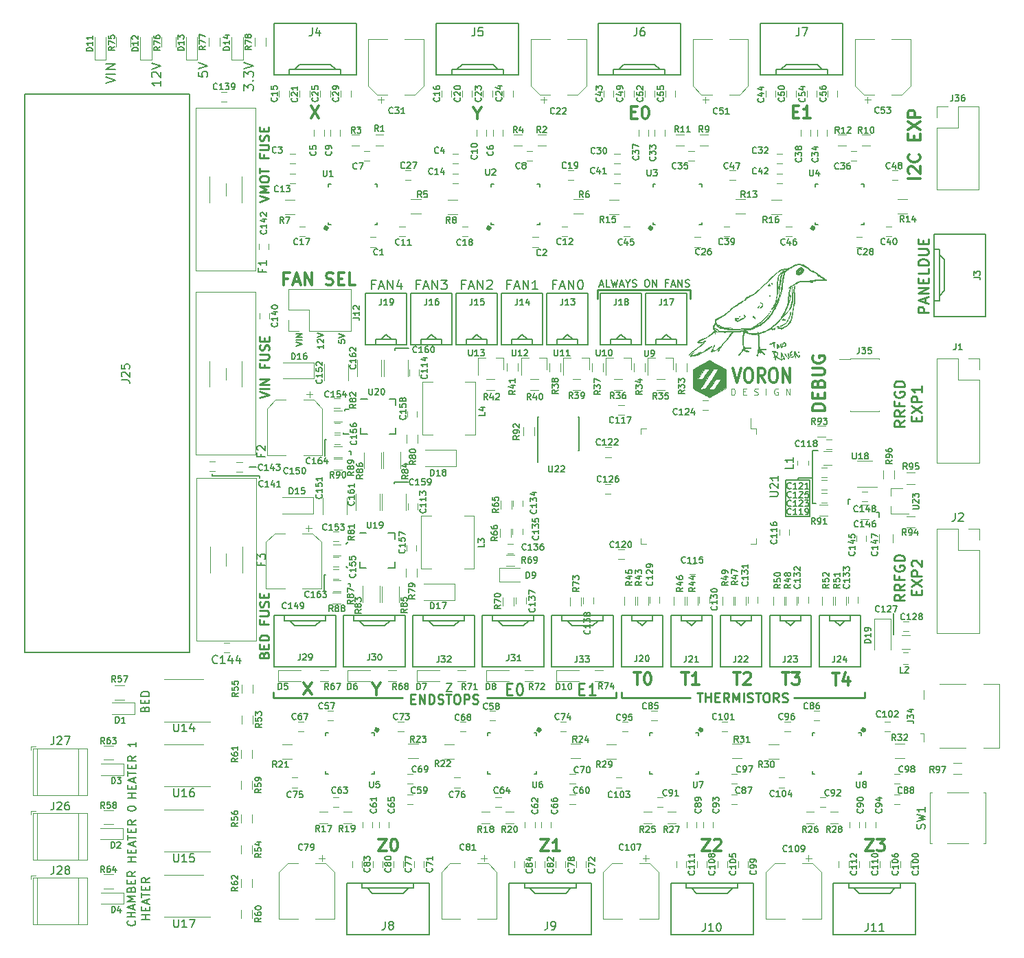
<source format=gto>
G04 #@! TF.GenerationSoftware,KiCad,Pcbnew,(5.0.0)*
G04 #@! TF.CreationDate,2018-10-21T23:28:39-04:00*
G04 #@! TF.ProjectId,Voron_Klipper_Board,566F726F6E5F4B6C69707065725F426F,A*
G04 #@! TF.SameCoordinates,Original*
G04 #@! TF.FileFunction,Legend,Top*
G04 #@! TF.FilePolarity,Positive*
%FSLAX46Y46*%
G04 Gerber Fmt 4.6, Leading zero omitted, Abs format (unit mm)*
G04 Created by KiCad (PCBNEW (5.0.0)) date 10/21/18 23:28:39*
%MOMM*%
%LPD*%
G01*
G04 APERTURE LIST*
%ADD10C,0.228600*%
%ADD11C,0.127000*%
%ADD12C,0.254000*%
%ADD13C,0.203200*%
%ADD14C,0.300000*%
%ADD15C,0.152400*%
%ADD16C,0.100000*%
%ADD17C,0.375000*%
%ADD18C,0.150000*%
%ADD19C,0.120000*%
%ADD20C,0.500000*%
%ADD21C,0.200000*%
%ADD22C,0.010000*%
%ADD23C,0.149860*%
G04 APERTURE END LIST*
D10*
X139718357Y-118192285D02*
X139772785Y-118029000D01*
X139827214Y-117974571D01*
X139936071Y-117920142D01*
X140099357Y-117920142D01*
X140208214Y-117974571D01*
X140262642Y-118029000D01*
X140317071Y-118137857D01*
X140317071Y-118573285D01*
X139174071Y-118573285D01*
X139174071Y-118192285D01*
X139228500Y-118083428D01*
X139282928Y-118029000D01*
X139391785Y-117974571D01*
X139500642Y-117974571D01*
X139609500Y-118029000D01*
X139663928Y-118083428D01*
X139718357Y-118192285D01*
X139718357Y-118573285D01*
X139718357Y-117430285D02*
X139718357Y-117049285D01*
X140317071Y-116886000D02*
X140317071Y-117430285D01*
X139174071Y-117430285D01*
X139174071Y-116886000D01*
X140317071Y-116396142D02*
X139174071Y-116396142D01*
X139174071Y-116124000D01*
X139228500Y-115960714D01*
X139337357Y-115851857D01*
X139446214Y-115797428D01*
X139663928Y-115743000D01*
X139827214Y-115743000D01*
X140044928Y-115797428D01*
X140153785Y-115851857D01*
X140262642Y-115960714D01*
X140317071Y-116124000D01*
X140317071Y-116396142D01*
X139718357Y-114001285D02*
X139718357Y-114382285D01*
X140317071Y-114382285D02*
X139174071Y-114382285D01*
X139174071Y-113838000D01*
X139174071Y-113402571D02*
X140099357Y-113402571D01*
X140208214Y-113348142D01*
X140262642Y-113293714D01*
X140317071Y-113184857D01*
X140317071Y-112967142D01*
X140262642Y-112858285D01*
X140208214Y-112803857D01*
X140099357Y-112749428D01*
X139174071Y-112749428D01*
X140262642Y-112259571D02*
X140317071Y-112096285D01*
X140317071Y-111824142D01*
X140262642Y-111715285D01*
X140208214Y-111660857D01*
X140099357Y-111606428D01*
X139990500Y-111606428D01*
X139881642Y-111660857D01*
X139827214Y-111715285D01*
X139772785Y-111824142D01*
X139718357Y-112041857D01*
X139663928Y-112150714D01*
X139609500Y-112205142D01*
X139500642Y-112259571D01*
X139391785Y-112259571D01*
X139282928Y-112205142D01*
X139228500Y-112150714D01*
X139174071Y-112041857D01*
X139174071Y-111769714D01*
X139228500Y-111606428D01*
X139718357Y-111116571D02*
X139718357Y-110735571D01*
X140317071Y-110572285D02*
X140317071Y-111116571D01*
X139174071Y-111116571D01*
X139174071Y-110572285D01*
X139199071Y-86512214D02*
X140342071Y-86131214D01*
X139199071Y-85750214D01*
X140342071Y-85369214D02*
X139199071Y-85369214D01*
X140342071Y-84824928D02*
X139199071Y-84824928D01*
X140342071Y-84171785D01*
X139199071Y-84171785D01*
X139743357Y-82375642D02*
X139743357Y-82756642D01*
X140342071Y-82756642D02*
X139199071Y-82756642D01*
X139199071Y-82212357D01*
X139199071Y-81776928D02*
X140124357Y-81776928D01*
X140233214Y-81722500D01*
X140287642Y-81668071D01*
X140342071Y-81559214D01*
X140342071Y-81341500D01*
X140287642Y-81232642D01*
X140233214Y-81178214D01*
X140124357Y-81123785D01*
X139199071Y-81123785D01*
X140287642Y-80633928D02*
X140342071Y-80470642D01*
X140342071Y-80198500D01*
X140287642Y-80089642D01*
X140233214Y-80035214D01*
X140124357Y-79980785D01*
X140015500Y-79980785D01*
X139906642Y-80035214D01*
X139852214Y-80089642D01*
X139797785Y-80198500D01*
X139743357Y-80416214D01*
X139688928Y-80525071D01*
X139634500Y-80579500D01*
X139525642Y-80633928D01*
X139416785Y-80633928D01*
X139307928Y-80579500D01*
X139253500Y-80525071D01*
X139199071Y-80416214D01*
X139199071Y-80144071D01*
X139253500Y-79980785D01*
X139743357Y-79490928D02*
X139743357Y-79109928D01*
X140342071Y-78946642D02*
X140342071Y-79490928D01*
X139199071Y-79490928D01*
X139199071Y-78946642D01*
X139174071Y-62303642D02*
X140317071Y-61922642D01*
X139174071Y-61541642D01*
X140317071Y-61160642D02*
X139174071Y-61160642D01*
X139990500Y-60779642D01*
X139174071Y-60398642D01*
X140317071Y-60398642D01*
X139174071Y-59636642D02*
X139174071Y-59418928D01*
X139228500Y-59310071D01*
X139337357Y-59201214D01*
X139555071Y-59146785D01*
X139936071Y-59146785D01*
X140153785Y-59201214D01*
X140262642Y-59310071D01*
X140317071Y-59418928D01*
X140317071Y-59636642D01*
X140262642Y-59745500D01*
X140153785Y-59854357D01*
X139936071Y-59908785D01*
X139555071Y-59908785D01*
X139337357Y-59854357D01*
X139228500Y-59745500D01*
X139174071Y-59636642D01*
X139174071Y-58820214D02*
X139174071Y-58167071D01*
X140317071Y-58493642D02*
X139174071Y-58493642D01*
X139718357Y-56534214D02*
X139718357Y-56915214D01*
X140317071Y-56915214D02*
X139174071Y-56915214D01*
X139174071Y-56370928D01*
X139174071Y-55935500D02*
X140099357Y-55935500D01*
X140208214Y-55881071D01*
X140262642Y-55826642D01*
X140317071Y-55717785D01*
X140317071Y-55500071D01*
X140262642Y-55391214D01*
X140208214Y-55336785D01*
X140099357Y-55282357D01*
X139174071Y-55282357D01*
X140262642Y-54792500D02*
X140317071Y-54629214D01*
X140317071Y-54357071D01*
X140262642Y-54248214D01*
X140208214Y-54193785D01*
X140099357Y-54139357D01*
X139990500Y-54139357D01*
X139881642Y-54193785D01*
X139827214Y-54248214D01*
X139772785Y-54357071D01*
X139718357Y-54574785D01*
X139663928Y-54683642D01*
X139609500Y-54738071D01*
X139500642Y-54792500D01*
X139391785Y-54792500D01*
X139282928Y-54738071D01*
X139228500Y-54683642D01*
X139174071Y-54574785D01*
X139174071Y-54302642D01*
X139228500Y-54139357D01*
X139718357Y-53649500D02*
X139718357Y-53268500D01*
X140317071Y-53105214D02*
X140317071Y-53649500D01*
X139174071Y-53649500D01*
X139174071Y-53105214D01*
D11*
X137950000Y-95025000D02*
X138775000Y-95025000D01*
X139200000Y-96100000D02*
X139200000Y-96400000D01*
X133325000Y-96100000D02*
X139200000Y-96100000D01*
X133325000Y-95850000D02*
X133325000Y-96100000D01*
X205575000Y-96375000D02*
X207325000Y-96375000D01*
X205575000Y-96675000D02*
X205575000Y-96375000D01*
X204000000Y-96675000D02*
X204000000Y-101100000D01*
X204125000Y-96675000D02*
X204000000Y-96675000D01*
X207025000Y-96675000D02*
X204125000Y-96675000D01*
X207025000Y-96800000D02*
X207025000Y-96675000D01*
X207025000Y-101100000D02*
X207025000Y-96800000D01*
X204025000Y-101100000D02*
X207025000Y-101100000D01*
X207375000Y-99525000D02*
X207750000Y-99525000D01*
X207350000Y-93000000D02*
X208025000Y-93000000D01*
X207350000Y-93100000D02*
X207350000Y-93025000D01*
X207350000Y-99525000D02*
X207350000Y-93050000D01*
X215550000Y-100600000D02*
X215200000Y-100600000D01*
X215550000Y-101175000D02*
X215550000Y-100600000D01*
X211725000Y-99000000D02*
X212025000Y-99000000D01*
X211700000Y-99000000D02*
X211725000Y-99000000D01*
X211700000Y-99600000D02*
X211700000Y-99000000D01*
X217325000Y-115675000D02*
X217325000Y-113025000D01*
D12*
X218670023Y-89306190D02*
X218065261Y-89729523D01*
X218670023Y-90031904D02*
X217400023Y-90031904D01*
X217400023Y-89548095D01*
X217460500Y-89427142D01*
X217520976Y-89366666D01*
X217641928Y-89306190D01*
X217823357Y-89306190D01*
X217944309Y-89366666D01*
X218004785Y-89427142D01*
X218065261Y-89548095D01*
X218065261Y-90031904D01*
X218670023Y-88036190D02*
X218065261Y-88459523D01*
X218670023Y-88761904D02*
X217400023Y-88761904D01*
X217400023Y-88278095D01*
X217460500Y-88157142D01*
X217520976Y-88096666D01*
X217641928Y-88036190D01*
X217823357Y-88036190D01*
X217944309Y-88096666D01*
X218004785Y-88157142D01*
X218065261Y-88278095D01*
X218065261Y-88761904D01*
X218004785Y-87068571D02*
X218004785Y-87491904D01*
X218670023Y-87491904D02*
X217400023Y-87491904D01*
X217400023Y-86887142D01*
X217460500Y-85738095D02*
X217400023Y-85859047D01*
X217400023Y-86040476D01*
X217460500Y-86221904D01*
X217581452Y-86342857D01*
X217702404Y-86403333D01*
X217944309Y-86463809D01*
X218125738Y-86463809D01*
X218367642Y-86403333D01*
X218488595Y-86342857D01*
X218609547Y-86221904D01*
X218670023Y-86040476D01*
X218670023Y-85919523D01*
X218609547Y-85738095D01*
X218549071Y-85677619D01*
X218125738Y-85677619D01*
X218125738Y-85919523D01*
X218670023Y-85133333D02*
X217400023Y-85133333D01*
X217400023Y-84830952D01*
X217460500Y-84649523D01*
X217581452Y-84528571D01*
X217702404Y-84468095D01*
X217944309Y-84407619D01*
X218125738Y-84407619D01*
X218367642Y-84468095D01*
X218488595Y-84528571D01*
X218609547Y-84649523D01*
X218670023Y-84830952D01*
X218670023Y-85133333D01*
X220163785Y-89366666D02*
X220163785Y-88943333D01*
X220829023Y-88761904D02*
X220829023Y-89366666D01*
X219559023Y-89366666D01*
X219559023Y-88761904D01*
X219559023Y-88338571D02*
X220829023Y-87491904D01*
X219559023Y-87491904D02*
X220829023Y-88338571D01*
X220829023Y-87008095D02*
X219559023Y-87008095D01*
X219559023Y-86524285D01*
X219619500Y-86403333D01*
X219679976Y-86342857D01*
X219800928Y-86282380D01*
X219982357Y-86282380D01*
X220103309Y-86342857D01*
X220163785Y-86403333D01*
X220224261Y-86524285D01*
X220224261Y-87008095D01*
X220829023Y-85072857D02*
X220829023Y-85798571D01*
X220829023Y-85435714D02*
X219559023Y-85435714D01*
X219740452Y-85556666D01*
X219861404Y-85677619D01*
X219921880Y-85798571D01*
X218670023Y-110756190D02*
X218065261Y-111179523D01*
X218670023Y-111481904D02*
X217400023Y-111481904D01*
X217400023Y-110998095D01*
X217460500Y-110877142D01*
X217520976Y-110816666D01*
X217641928Y-110756190D01*
X217823357Y-110756190D01*
X217944309Y-110816666D01*
X218004785Y-110877142D01*
X218065261Y-110998095D01*
X218065261Y-111481904D01*
X218670023Y-109486190D02*
X218065261Y-109909523D01*
X218670023Y-110211904D02*
X217400023Y-110211904D01*
X217400023Y-109728095D01*
X217460500Y-109607142D01*
X217520976Y-109546666D01*
X217641928Y-109486190D01*
X217823357Y-109486190D01*
X217944309Y-109546666D01*
X218004785Y-109607142D01*
X218065261Y-109728095D01*
X218065261Y-110211904D01*
X218004785Y-108518571D02*
X218004785Y-108941904D01*
X218670023Y-108941904D02*
X217400023Y-108941904D01*
X217400023Y-108337142D01*
X217460500Y-107188095D02*
X217400023Y-107309047D01*
X217400023Y-107490476D01*
X217460500Y-107671904D01*
X217581452Y-107792857D01*
X217702404Y-107853333D01*
X217944309Y-107913809D01*
X218125738Y-107913809D01*
X218367642Y-107853333D01*
X218488595Y-107792857D01*
X218609547Y-107671904D01*
X218670023Y-107490476D01*
X218670023Y-107369523D01*
X218609547Y-107188095D01*
X218549071Y-107127619D01*
X218125738Y-107127619D01*
X218125738Y-107369523D01*
X218670023Y-106583333D02*
X217400023Y-106583333D01*
X217400023Y-106280952D01*
X217460500Y-106099523D01*
X217581452Y-105978571D01*
X217702404Y-105918095D01*
X217944309Y-105857619D01*
X218125738Y-105857619D01*
X218367642Y-105918095D01*
X218488595Y-105978571D01*
X218609547Y-106099523D01*
X218670023Y-106280952D01*
X218670023Y-106583333D01*
X220163785Y-110816666D02*
X220163785Y-110393333D01*
X220829023Y-110211904D02*
X220829023Y-110816666D01*
X219559023Y-110816666D01*
X219559023Y-110211904D01*
X219559023Y-109788571D02*
X220829023Y-108941904D01*
X219559023Y-108941904D02*
X220829023Y-109788571D01*
X220829023Y-108458095D02*
X219559023Y-108458095D01*
X219559023Y-107974285D01*
X219619500Y-107853333D01*
X219679976Y-107792857D01*
X219800928Y-107732380D01*
X219982357Y-107732380D01*
X220103309Y-107792857D01*
X220163785Y-107853333D01*
X220224261Y-107974285D01*
X220224261Y-108458095D01*
X219679976Y-107248571D02*
X219619500Y-107188095D01*
X219559023Y-107067142D01*
X219559023Y-106764761D01*
X219619500Y-106643809D01*
X219679976Y-106583333D01*
X219800928Y-106522857D01*
X219921880Y-106522857D01*
X220103309Y-106583333D01*
X220829023Y-107309047D01*
X220829023Y-106522857D01*
D11*
X155850000Y-80400000D02*
X155850000Y-80600000D01*
X157550000Y-80400000D02*
X155850000Y-80400000D01*
X149700000Y-87900000D02*
X150200000Y-87900000D01*
X149650000Y-87900000D02*
X149700000Y-87900000D01*
X149650000Y-88100000D02*
X149650000Y-87900000D01*
X149550000Y-91000000D02*
X150200000Y-91000000D01*
X149550000Y-90800000D02*
X149550000Y-91000000D01*
X147200000Y-93700000D02*
X147200000Y-92450000D01*
X147200000Y-92450000D02*
X147200000Y-91650000D01*
X147200000Y-91650000D02*
X147400000Y-91650000D01*
X150450000Y-93100000D02*
X150200000Y-93100000D01*
X150450000Y-93250000D02*
X150450000Y-93500000D01*
X150450000Y-93250000D02*
X150450000Y-93100000D01*
X155750000Y-96850000D02*
X155750000Y-97050000D01*
X157450000Y-96850000D02*
X155750000Y-96850000D01*
X147100000Y-108300000D02*
X147300000Y-108300000D01*
X147100000Y-108900000D02*
X147100000Y-108300000D01*
X150350000Y-109550000D02*
X150350000Y-109800000D01*
X147100000Y-110150000D02*
X147100000Y-108900000D01*
X150350000Y-109400000D02*
X150100000Y-109400000D01*
X150350000Y-109550000D02*
X150350000Y-109400000D01*
X150050000Y-107500000D02*
X149850000Y-107300000D01*
X150100000Y-104250000D02*
X149850000Y-104550000D01*
D12*
X169635404Y-122400214D02*
X170101071Y-122400214D01*
X170300642Y-123131976D02*
X169635404Y-123131976D01*
X169635404Y-121734976D01*
X170300642Y-121734976D01*
X171165452Y-121734976D02*
X171298500Y-121734976D01*
X171431547Y-121801500D01*
X171498071Y-121868023D01*
X171564595Y-122001071D01*
X171631119Y-122267166D01*
X171631119Y-122599785D01*
X171564595Y-122865880D01*
X171498071Y-122998928D01*
X171431547Y-123065452D01*
X171298500Y-123131976D01*
X171165452Y-123131976D01*
X171032404Y-123065452D01*
X170965880Y-122998928D01*
X170899357Y-122865880D01*
X170832833Y-122599785D01*
X170832833Y-122267166D01*
X170899357Y-122001071D01*
X170965880Y-121868023D01*
X171032404Y-121801500D01*
X171165452Y-121734976D01*
D13*
X162211333Y-121693619D02*
X162888666Y-121693619D01*
X162211333Y-122709619D01*
X162888666Y-122709619D01*
D12*
X213750000Y-122800000D02*
X213750000Y-123500000D01*
X205050000Y-123500000D02*
X213750000Y-123500000D01*
X183800000Y-123500000D02*
X192300000Y-123500000D01*
X183800000Y-122800000D02*
X183800000Y-123500000D01*
D10*
X193116642Y-122874071D02*
X193769785Y-122874071D01*
X193443214Y-124017071D02*
X193443214Y-122874071D01*
X194150785Y-124017071D02*
X194150785Y-122874071D01*
X194150785Y-123418357D02*
X194803928Y-123418357D01*
X194803928Y-124017071D02*
X194803928Y-122874071D01*
X195348214Y-123418357D02*
X195729214Y-123418357D01*
X195892500Y-124017071D02*
X195348214Y-124017071D01*
X195348214Y-122874071D01*
X195892500Y-122874071D01*
X197035500Y-124017071D02*
X196654500Y-123472785D01*
X196382357Y-124017071D02*
X196382357Y-122874071D01*
X196817785Y-122874071D01*
X196926642Y-122928500D01*
X196981071Y-122982928D01*
X197035500Y-123091785D01*
X197035500Y-123255071D01*
X196981071Y-123363928D01*
X196926642Y-123418357D01*
X196817785Y-123472785D01*
X196382357Y-123472785D01*
X197525357Y-124017071D02*
X197525357Y-122874071D01*
X197906357Y-123690500D01*
X198287357Y-122874071D01*
X198287357Y-124017071D01*
X198831642Y-124017071D02*
X198831642Y-122874071D01*
X199321500Y-123962642D02*
X199484785Y-124017071D01*
X199756928Y-124017071D01*
X199865785Y-123962642D01*
X199920214Y-123908214D01*
X199974642Y-123799357D01*
X199974642Y-123690500D01*
X199920214Y-123581642D01*
X199865785Y-123527214D01*
X199756928Y-123472785D01*
X199539214Y-123418357D01*
X199430357Y-123363928D01*
X199375928Y-123309500D01*
X199321500Y-123200642D01*
X199321500Y-123091785D01*
X199375928Y-122982928D01*
X199430357Y-122928500D01*
X199539214Y-122874071D01*
X199811357Y-122874071D01*
X199974642Y-122928500D01*
X200301214Y-122874071D02*
X200954357Y-122874071D01*
X200627785Y-124017071D02*
X200627785Y-122874071D01*
X201553071Y-122874071D02*
X201770785Y-122874071D01*
X201879642Y-122928500D01*
X201988500Y-123037357D01*
X202042928Y-123255071D01*
X202042928Y-123636071D01*
X201988500Y-123853785D01*
X201879642Y-123962642D01*
X201770785Y-124017071D01*
X201553071Y-124017071D01*
X201444214Y-123962642D01*
X201335357Y-123853785D01*
X201280928Y-123636071D01*
X201280928Y-123255071D01*
X201335357Y-123037357D01*
X201444214Y-122928500D01*
X201553071Y-122874071D01*
X203185928Y-124017071D02*
X202804928Y-123472785D01*
X202532785Y-124017071D02*
X202532785Y-122874071D01*
X202968214Y-122874071D01*
X203077071Y-122928500D01*
X203131500Y-122982928D01*
X203185928Y-123091785D01*
X203185928Y-123255071D01*
X203131500Y-123363928D01*
X203077071Y-123418357D01*
X202968214Y-123472785D01*
X202532785Y-123472785D01*
X203621357Y-123962642D02*
X203784642Y-124017071D01*
X204056785Y-124017071D01*
X204165642Y-123962642D01*
X204220071Y-123908214D01*
X204274500Y-123799357D01*
X204274500Y-123690500D01*
X204220071Y-123581642D01*
X204165642Y-123527214D01*
X204056785Y-123472785D01*
X203839071Y-123418357D01*
X203730214Y-123363928D01*
X203675785Y-123309500D01*
X203621357Y-123200642D01*
X203621357Y-123091785D01*
X203675785Y-122982928D01*
X203730214Y-122928500D01*
X203839071Y-122874071D01*
X204111214Y-122874071D01*
X204274500Y-122928500D01*
D12*
X183150000Y-123500000D02*
X183150000Y-122800000D01*
X167200000Y-123500000D02*
X183150000Y-123500000D01*
D14*
X144600000Y-121578571D02*
X145600000Y-123078571D01*
X145600000Y-121578571D02*
X144600000Y-123078571D01*
D12*
X140850000Y-123500000D02*
X140850000Y-122800000D01*
X140850000Y-123500000D02*
X156800000Y-123500000D01*
D10*
X157840642Y-123618357D02*
X158221642Y-123618357D01*
X158384928Y-124217071D02*
X157840642Y-124217071D01*
X157840642Y-123074071D01*
X158384928Y-123074071D01*
X158874785Y-124217071D02*
X158874785Y-123074071D01*
X159527928Y-124217071D01*
X159527928Y-123074071D01*
X160072214Y-124217071D02*
X160072214Y-123074071D01*
X160344357Y-123074071D01*
X160507642Y-123128500D01*
X160616500Y-123237357D01*
X160670928Y-123346214D01*
X160725357Y-123563928D01*
X160725357Y-123727214D01*
X160670928Y-123944928D01*
X160616500Y-124053785D01*
X160507642Y-124162642D01*
X160344357Y-124217071D01*
X160072214Y-124217071D01*
X161160785Y-124162642D02*
X161324071Y-124217071D01*
X161596214Y-124217071D01*
X161705071Y-124162642D01*
X161759500Y-124108214D01*
X161813928Y-123999357D01*
X161813928Y-123890500D01*
X161759500Y-123781642D01*
X161705071Y-123727214D01*
X161596214Y-123672785D01*
X161378500Y-123618357D01*
X161269642Y-123563928D01*
X161215214Y-123509500D01*
X161160785Y-123400642D01*
X161160785Y-123291785D01*
X161215214Y-123182928D01*
X161269642Y-123128500D01*
X161378500Y-123074071D01*
X161650642Y-123074071D01*
X161813928Y-123128500D01*
X162140500Y-123074071D02*
X162793642Y-123074071D01*
X162467071Y-124217071D02*
X162467071Y-123074071D01*
X163392357Y-123074071D02*
X163610071Y-123074071D01*
X163718928Y-123128500D01*
X163827785Y-123237357D01*
X163882214Y-123455071D01*
X163882214Y-123836071D01*
X163827785Y-124053785D01*
X163718928Y-124162642D01*
X163610071Y-124217071D01*
X163392357Y-124217071D01*
X163283500Y-124162642D01*
X163174642Y-124053785D01*
X163120214Y-123836071D01*
X163120214Y-123455071D01*
X163174642Y-123237357D01*
X163283500Y-123128500D01*
X163392357Y-123074071D01*
X164372071Y-124217071D02*
X164372071Y-123074071D01*
X164807500Y-123074071D01*
X164916357Y-123128500D01*
X164970785Y-123182928D01*
X165025214Y-123291785D01*
X165025214Y-123455071D01*
X164970785Y-123563928D01*
X164916357Y-123618357D01*
X164807500Y-123672785D01*
X164372071Y-123672785D01*
X165460642Y-124162642D02*
X165623928Y-124217071D01*
X165896071Y-124217071D01*
X166004928Y-124162642D01*
X166059357Y-124108214D01*
X166113785Y-123999357D01*
X166113785Y-123890500D01*
X166059357Y-123781642D01*
X166004928Y-123727214D01*
X165896071Y-123672785D01*
X165678357Y-123618357D01*
X165569500Y-123563928D01*
X165515071Y-123509500D01*
X165460642Y-123400642D01*
X165460642Y-123291785D01*
X165515071Y-123182928D01*
X165569500Y-123128500D01*
X165678357Y-123074071D01*
X165950500Y-123074071D01*
X166113785Y-123128500D01*
D14*
X204964285Y-51242857D02*
X205464285Y-51242857D01*
X205678571Y-52028571D02*
X204964285Y-52028571D01*
X204964285Y-50528571D01*
X205678571Y-50528571D01*
X207107142Y-52028571D02*
X206250000Y-52028571D01*
X206678571Y-52028571D02*
X206678571Y-50528571D01*
X206535714Y-50742857D01*
X206392857Y-50885714D01*
X206250000Y-50957142D01*
X185014285Y-51292857D02*
X185514285Y-51292857D01*
X185728571Y-52078571D02*
X185014285Y-52078571D01*
X185014285Y-50578571D01*
X185728571Y-50578571D01*
X186657142Y-50578571D02*
X186800000Y-50578571D01*
X186942857Y-50650000D01*
X187014285Y-50721428D01*
X187085714Y-50864285D01*
X187157142Y-51150000D01*
X187157142Y-51507142D01*
X187085714Y-51792857D01*
X187014285Y-51935714D01*
X186942857Y-52007142D01*
X186800000Y-52078571D01*
X186657142Y-52078571D01*
X186514285Y-52007142D01*
X186442857Y-51935714D01*
X186371428Y-51792857D01*
X186300000Y-51507142D01*
X186300000Y-51150000D01*
X186371428Y-50864285D01*
X186442857Y-50721428D01*
X186514285Y-50650000D01*
X186657142Y-50578571D01*
X166050000Y-51414285D02*
X166050000Y-52128571D01*
X165550000Y-50628571D02*
X166050000Y-51414285D01*
X166550000Y-50628571D01*
X145500000Y-50528571D02*
X146500000Y-52028571D01*
X146500000Y-50528571D02*
X145500000Y-52028571D01*
D13*
X137274071Y-48587285D02*
X137274071Y-47879714D01*
X137709500Y-48260714D01*
X137709500Y-48097428D01*
X137763928Y-47988571D01*
X137818357Y-47934142D01*
X137927214Y-47879714D01*
X138199357Y-47879714D01*
X138308214Y-47934142D01*
X138362642Y-47988571D01*
X138417071Y-48097428D01*
X138417071Y-48424000D01*
X138362642Y-48532857D01*
X138308214Y-48587285D01*
X138308214Y-47389857D02*
X138362642Y-47335428D01*
X138417071Y-47389857D01*
X138362642Y-47444285D01*
X138308214Y-47389857D01*
X138417071Y-47389857D01*
X137274071Y-46954428D02*
X137274071Y-46246857D01*
X137709500Y-46627857D01*
X137709500Y-46464571D01*
X137763928Y-46355714D01*
X137818357Y-46301285D01*
X137927214Y-46246857D01*
X138199357Y-46246857D01*
X138308214Y-46301285D01*
X138362642Y-46355714D01*
X138417071Y-46464571D01*
X138417071Y-46791142D01*
X138362642Y-46900000D01*
X138308214Y-46954428D01*
X137274071Y-45920285D02*
X138417071Y-45539285D01*
X137274071Y-45158285D01*
X131624071Y-46317714D02*
X131624071Y-46862000D01*
X132168357Y-46916428D01*
X132113928Y-46862000D01*
X132059500Y-46753142D01*
X132059500Y-46481000D01*
X132113928Y-46372142D01*
X132168357Y-46317714D01*
X132277214Y-46263285D01*
X132549357Y-46263285D01*
X132658214Y-46317714D01*
X132712642Y-46372142D01*
X132767071Y-46481000D01*
X132767071Y-46753142D01*
X132712642Y-46862000D01*
X132658214Y-46916428D01*
X131624071Y-45936714D02*
X132767071Y-45555714D01*
X131624071Y-45174714D01*
X127017071Y-47407571D02*
X127017071Y-48060714D01*
X127017071Y-47734142D02*
X125874071Y-47734142D01*
X126037357Y-47843000D01*
X126146214Y-47951857D01*
X126200642Y-48060714D01*
X125982928Y-46972142D02*
X125928500Y-46917714D01*
X125874071Y-46808857D01*
X125874071Y-46536714D01*
X125928500Y-46427857D01*
X125982928Y-46373428D01*
X126091785Y-46319000D01*
X126200642Y-46319000D01*
X126363928Y-46373428D01*
X127017071Y-47026571D01*
X127017071Y-46319000D01*
X125874071Y-45992428D02*
X127017071Y-45611428D01*
X125874071Y-45230428D01*
X120224071Y-47701857D02*
X121367071Y-47320857D01*
X120224071Y-46939857D01*
X121367071Y-46558857D02*
X120224071Y-46558857D01*
X121367071Y-46014571D02*
X120224071Y-46014571D01*
X121367071Y-45361428D01*
X120224071Y-45361428D01*
X125052428Y-124870047D02*
X125100809Y-124724904D01*
X125149190Y-124676523D01*
X125245952Y-124628142D01*
X125391095Y-124628142D01*
X125487857Y-124676523D01*
X125536238Y-124724904D01*
X125584619Y-124821666D01*
X125584619Y-125208714D01*
X124568619Y-125208714D01*
X124568619Y-124870047D01*
X124617000Y-124773285D01*
X124665380Y-124724904D01*
X124762142Y-124676523D01*
X124858904Y-124676523D01*
X124955666Y-124724904D01*
X125004047Y-124773285D01*
X125052428Y-124870047D01*
X125052428Y-125208714D01*
X125052428Y-124192714D02*
X125052428Y-123854047D01*
X125584619Y-123708904D02*
X125584619Y-124192714D01*
X124568619Y-124192714D01*
X124568619Y-123708904D01*
X125584619Y-123273476D02*
X124568619Y-123273476D01*
X124568619Y-123031571D01*
X124617000Y-122886428D01*
X124713761Y-122789666D01*
X124810523Y-122741285D01*
X125004047Y-122692904D01*
X125149190Y-122692904D01*
X125342714Y-122741285D01*
X125439476Y-122789666D01*
X125536238Y-122886428D01*
X125584619Y-123031571D01*
X125584619Y-123273476D01*
X123959619Y-135810857D02*
X122943619Y-135810857D01*
X123427428Y-135810857D02*
X123427428Y-135230285D01*
X123959619Y-135230285D02*
X122943619Y-135230285D01*
X123427428Y-134746476D02*
X123427428Y-134407809D01*
X123959619Y-134262666D02*
X123959619Y-134746476D01*
X122943619Y-134746476D01*
X122943619Y-134262666D01*
X123669333Y-133875619D02*
X123669333Y-133391809D01*
X123959619Y-133972380D02*
X122943619Y-133633714D01*
X123959619Y-133295047D01*
X122943619Y-133101523D02*
X122943619Y-132520952D01*
X123959619Y-132811238D02*
X122943619Y-132811238D01*
X123427428Y-132182285D02*
X123427428Y-131843619D01*
X123959619Y-131698476D02*
X123959619Y-132182285D01*
X122943619Y-132182285D01*
X122943619Y-131698476D01*
X123959619Y-130682476D02*
X123475809Y-131021142D01*
X123959619Y-131263047D02*
X122943619Y-131263047D01*
X122943619Y-130876000D01*
X122992000Y-130779238D01*
X123040380Y-130730857D01*
X123137142Y-130682476D01*
X123282285Y-130682476D01*
X123379047Y-130730857D01*
X123427428Y-130779238D01*
X123475809Y-130876000D01*
X123475809Y-131263047D01*
X123959619Y-128940761D02*
X123959619Y-129521333D01*
X123959619Y-129231047D02*
X122943619Y-129231047D01*
X123088761Y-129327809D01*
X123185523Y-129424571D01*
X123233904Y-129521333D01*
X123799257Y-150959333D02*
X123847638Y-151007714D01*
X123896019Y-151152857D01*
X123896019Y-151249619D01*
X123847638Y-151394761D01*
X123750876Y-151491523D01*
X123654114Y-151539904D01*
X123460590Y-151588285D01*
X123315447Y-151588285D01*
X123121923Y-151539904D01*
X123025161Y-151491523D01*
X122928400Y-151394761D01*
X122880019Y-151249619D01*
X122880019Y-151152857D01*
X122928400Y-151007714D01*
X122976780Y-150959333D01*
X123896019Y-150523904D02*
X122880019Y-150523904D01*
X123363828Y-150523904D02*
X123363828Y-149943333D01*
X123896019Y-149943333D02*
X122880019Y-149943333D01*
X123605733Y-149507904D02*
X123605733Y-149024095D01*
X123896019Y-149604666D02*
X122880019Y-149266000D01*
X123896019Y-148927333D01*
X123896019Y-148588666D02*
X122880019Y-148588666D01*
X123605733Y-148250000D01*
X122880019Y-147911333D01*
X123896019Y-147911333D01*
X123363828Y-147088857D02*
X123412209Y-146943714D01*
X123460590Y-146895333D01*
X123557352Y-146846952D01*
X123702495Y-146846952D01*
X123799257Y-146895333D01*
X123847638Y-146943714D01*
X123896019Y-147040476D01*
X123896019Y-147427523D01*
X122880019Y-147427523D01*
X122880019Y-147088857D01*
X122928400Y-146992095D01*
X122976780Y-146943714D01*
X123073542Y-146895333D01*
X123170304Y-146895333D01*
X123267066Y-146943714D01*
X123315447Y-146992095D01*
X123363828Y-147088857D01*
X123363828Y-147427523D01*
X123363828Y-146411523D02*
X123363828Y-146072857D01*
X123896019Y-145927714D02*
X123896019Y-146411523D01*
X122880019Y-146411523D01*
X122880019Y-145927714D01*
X123896019Y-144911714D02*
X123412209Y-145250380D01*
X123896019Y-145492285D02*
X122880019Y-145492285D01*
X122880019Y-145105238D01*
X122928400Y-145008476D01*
X122976780Y-144960095D01*
X123073542Y-144911714D01*
X123218685Y-144911714D01*
X123315447Y-144960095D01*
X123363828Y-145008476D01*
X123412209Y-145105238D01*
X123412209Y-145492285D01*
X125623219Y-150790000D02*
X124607219Y-150790000D01*
X125091028Y-150790000D02*
X125091028Y-150209428D01*
X125623219Y-150209428D02*
X124607219Y-150209428D01*
X125091028Y-149725619D02*
X125091028Y-149386952D01*
X125623219Y-149241809D02*
X125623219Y-149725619D01*
X124607219Y-149725619D01*
X124607219Y-149241809D01*
X125332933Y-148854761D02*
X125332933Y-148370952D01*
X125623219Y-148951523D02*
X124607219Y-148612857D01*
X125623219Y-148274190D01*
X124607219Y-148080666D02*
X124607219Y-147500095D01*
X125623219Y-147790380D02*
X124607219Y-147790380D01*
X125091028Y-147161428D02*
X125091028Y-146822761D01*
X125623219Y-146677619D02*
X125623219Y-147161428D01*
X124607219Y-147161428D01*
X124607219Y-146677619D01*
X125623219Y-145661619D02*
X125139409Y-146000285D01*
X125623219Y-146242190D02*
X124607219Y-146242190D01*
X124607219Y-145855142D01*
X124655600Y-145758380D01*
X124703980Y-145710000D01*
X124800742Y-145661619D01*
X124945885Y-145661619D01*
X125042647Y-145710000D01*
X125091028Y-145758380D01*
X125139409Y-145855142D01*
X125139409Y-146242190D01*
X123909619Y-143710857D02*
X122893619Y-143710857D01*
X123377428Y-143710857D02*
X123377428Y-143130285D01*
X123909619Y-143130285D02*
X122893619Y-143130285D01*
X123377428Y-142646476D02*
X123377428Y-142307809D01*
X123909619Y-142162666D02*
X123909619Y-142646476D01*
X122893619Y-142646476D01*
X122893619Y-142162666D01*
X123619333Y-141775619D02*
X123619333Y-141291809D01*
X123909619Y-141872380D02*
X122893619Y-141533714D01*
X123909619Y-141195047D01*
X122893619Y-141001523D02*
X122893619Y-140420952D01*
X123909619Y-140711238D02*
X122893619Y-140711238D01*
X123377428Y-140082285D02*
X123377428Y-139743619D01*
X123909619Y-139598476D02*
X123909619Y-140082285D01*
X122893619Y-140082285D01*
X122893619Y-139598476D01*
X123909619Y-138582476D02*
X123425809Y-138921142D01*
X123909619Y-139163047D02*
X122893619Y-139163047D01*
X122893619Y-138776000D01*
X122942000Y-138679238D01*
X122990380Y-138630857D01*
X123087142Y-138582476D01*
X123232285Y-138582476D01*
X123329047Y-138630857D01*
X123377428Y-138679238D01*
X123425809Y-138776000D01*
X123425809Y-139163047D01*
X122893619Y-137179428D02*
X122893619Y-137082666D01*
X122942000Y-136985904D01*
X122990380Y-136937523D01*
X123087142Y-136889142D01*
X123280666Y-136840761D01*
X123522571Y-136840761D01*
X123716095Y-136889142D01*
X123812857Y-136937523D01*
X123861238Y-136985904D01*
X123909619Y-137082666D01*
X123909619Y-137179428D01*
X123861238Y-137276190D01*
X123812857Y-137324571D01*
X123716095Y-137372952D01*
X123522571Y-137421333D01*
X123280666Y-137421333D01*
X123087142Y-137372952D01*
X122990380Y-137324571D01*
X122942000Y-137276190D01*
X122893619Y-137179428D01*
D12*
X178585404Y-122400214D02*
X179051071Y-122400214D01*
X179250642Y-123131976D02*
X178585404Y-123131976D01*
X178585404Y-121734976D01*
X179250642Y-121734976D01*
X180581119Y-123131976D02*
X179782833Y-123131976D01*
X180181976Y-123131976D02*
X180181976Y-121734976D01*
X180048928Y-121934547D01*
X179915880Y-122067595D01*
X179782833Y-122134119D01*
D14*
X209757142Y-120428571D02*
X210614285Y-120428571D01*
X210185714Y-121928571D02*
X210185714Y-120428571D01*
X211757142Y-120928571D02*
X211757142Y-121928571D01*
X211400000Y-120357142D02*
X211042857Y-121428571D01*
X211971428Y-121428571D01*
X203607142Y-120328571D02*
X204464285Y-120328571D01*
X204035714Y-121828571D02*
X204035714Y-120328571D01*
X204821428Y-120328571D02*
X205750000Y-120328571D01*
X205250000Y-120900000D01*
X205464285Y-120900000D01*
X205607142Y-120971428D01*
X205678571Y-121042857D01*
X205750000Y-121185714D01*
X205750000Y-121542857D01*
X205678571Y-121685714D01*
X205607142Y-121757142D01*
X205464285Y-121828571D01*
X205035714Y-121828571D01*
X204892857Y-121757142D01*
X204821428Y-121685714D01*
X197607142Y-120328571D02*
X198464285Y-120328571D01*
X198035714Y-121828571D02*
X198035714Y-120328571D01*
X198892857Y-120471428D02*
X198964285Y-120400000D01*
X199107142Y-120328571D01*
X199464285Y-120328571D01*
X199607142Y-120400000D01*
X199678571Y-120471428D01*
X199750000Y-120614285D01*
X199750000Y-120757142D01*
X199678571Y-120971428D01*
X198821428Y-121828571D01*
X199750000Y-121828571D01*
X191207142Y-120378571D02*
X192064285Y-120378571D01*
X191635714Y-121878571D02*
X191635714Y-120378571D01*
X193350000Y-121878571D02*
X192492857Y-121878571D01*
X192921428Y-121878571D02*
X192921428Y-120378571D01*
X192778571Y-120592857D01*
X192635714Y-120735714D01*
X192492857Y-120807142D01*
X185307142Y-120378571D02*
X186164285Y-120378571D01*
X185735714Y-121878571D02*
X185735714Y-120378571D01*
X186950000Y-120378571D02*
X187092857Y-120378571D01*
X187235714Y-120450000D01*
X187307142Y-120521428D01*
X187378571Y-120664285D01*
X187450000Y-120950000D01*
X187450000Y-121307142D01*
X187378571Y-121592857D01*
X187307142Y-121735714D01*
X187235714Y-121807142D01*
X187092857Y-121878571D01*
X186950000Y-121878571D01*
X186807142Y-121807142D01*
X186735714Y-121735714D01*
X186664285Y-121592857D01*
X186592857Y-121307142D01*
X186592857Y-120950000D01*
X186664285Y-120664285D01*
X186735714Y-120521428D01*
X186807142Y-120450000D01*
X186950000Y-120378571D01*
X153550000Y-122414285D02*
X153550000Y-123128571D01*
X153050000Y-121628571D02*
X153550000Y-122414285D01*
X154050000Y-121628571D01*
D12*
X221624523Y-76005476D02*
X220354523Y-76005476D01*
X220354523Y-75521666D01*
X220415000Y-75400714D01*
X220475476Y-75340238D01*
X220596428Y-75279761D01*
X220777857Y-75279761D01*
X220898809Y-75340238D01*
X220959285Y-75400714D01*
X221019761Y-75521666D01*
X221019761Y-76005476D01*
X221261666Y-74795952D02*
X221261666Y-74191190D01*
X221624523Y-74916904D02*
X220354523Y-74493571D01*
X221624523Y-74070238D01*
X221624523Y-73646904D02*
X220354523Y-73646904D01*
X221624523Y-72921190D01*
X220354523Y-72921190D01*
X220959285Y-72316428D02*
X220959285Y-71893095D01*
X221624523Y-71711666D02*
X221624523Y-72316428D01*
X220354523Y-72316428D01*
X220354523Y-71711666D01*
X221624523Y-70562619D02*
X221624523Y-71167380D01*
X220354523Y-71167380D01*
X221624523Y-70139285D02*
X220354523Y-70139285D01*
X220354523Y-69836904D01*
X220415000Y-69655476D01*
X220535952Y-69534523D01*
X220656904Y-69474047D01*
X220898809Y-69413571D01*
X221080238Y-69413571D01*
X221322142Y-69474047D01*
X221443095Y-69534523D01*
X221564047Y-69655476D01*
X221624523Y-69836904D01*
X221624523Y-70139285D01*
X220354523Y-68869285D02*
X221382619Y-68869285D01*
X221503571Y-68808809D01*
X221564047Y-68748333D01*
X221624523Y-68627380D01*
X221624523Y-68385476D01*
X221564047Y-68264523D01*
X221503571Y-68204047D01*
X221382619Y-68143571D01*
X220354523Y-68143571D01*
X220959285Y-67538809D02*
X220959285Y-67115476D01*
X221624523Y-66934047D02*
X221624523Y-67538809D01*
X220354523Y-67538809D01*
X220354523Y-66934047D01*
D14*
X220628571Y-59478571D02*
X219128571Y-59478571D01*
X219271428Y-58835714D02*
X219200000Y-58764285D01*
X219128571Y-58621428D01*
X219128571Y-58264285D01*
X219200000Y-58121428D01*
X219271428Y-58050000D01*
X219414285Y-57978571D01*
X219557142Y-57978571D01*
X219771428Y-58050000D01*
X220628571Y-58907142D01*
X220628571Y-57978571D01*
X220485714Y-56478571D02*
X220557142Y-56550000D01*
X220628571Y-56764285D01*
X220628571Y-56907142D01*
X220557142Y-57121428D01*
X220414285Y-57264285D01*
X220271428Y-57335714D01*
X219985714Y-57407142D01*
X219771428Y-57407142D01*
X219485714Y-57335714D01*
X219342857Y-57264285D01*
X219200000Y-57121428D01*
X219128571Y-56907142D01*
X219128571Y-56764285D01*
X219200000Y-56550000D01*
X219271428Y-56478571D01*
X219842857Y-54692857D02*
X219842857Y-54192857D01*
X220628571Y-53978571D02*
X220628571Y-54692857D01*
X219128571Y-54692857D01*
X219128571Y-53978571D01*
X219128571Y-53478571D02*
X220628571Y-52478571D01*
X219128571Y-52478571D02*
X220628571Y-53478571D01*
X220628571Y-51907142D02*
X219128571Y-51907142D01*
X219128571Y-51335714D01*
X219200000Y-51192857D01*
X219271428Y-51121428D01*
X219414285Y-51050000D01*
X219628571Y-51050000D01*
X219771428Y-51121428D01*
X219842857Y-51192857D01*
X219914285Y-51335714D01*
X219914285Y-51907142D01*
X208828571Y-88057142D02*
X207328571Y-88057142D01*
X207328571Y-87700000D01*
X207400000Y-87485714D01*
X207542857Y-87342857D01*
X207685714Y-87271428D01*
X207971428Y-87200000D01*
X208185714Y-87200000D01*
X208471428Y-87271428D01*
X208614285Y-87342857D01*
X208757142Y-87485714D01*
X208828571Y-87700000D01*
X208828571Y-88057142D01*
X208042857Y-86557142D02*
X208042857Y-86057142D01*
X208828571Y-85842857D02*
X208828571Y-86557142D01*
X207328571Y-86557142D01*
X207328571Y-85842857D01*
X208042857Y-84700000D02*
X208114285Y-84485714D01*
X208185714Y-84414285D01*
X208328571Y-84342857D01*
X208542857Y-84342857D01*
X208685714Y-84414285D01*
X208757142Y-84485714D01*
X208828571Y-84628571D01*
X208828571Y-85200000D01*
X207328571Y-85200000D01*
X207328571Y-84700000D01*
X207400000Y-84557142D01*
X207471428Y-84485714D01*
X207614285Y-84414285D01*
X207757142Y-84414285D01*
X207900000Y-84485714D01*
X207971428Y-84557142D01*
X208042857Y-84700000D01*
X208042857Y-85200000D01*
X207328571Y-83700000D02*
X208542857Y-83700000D01*
X208685714Y-83628571D01*
X208757142Y-83557142D01*
X208828571Y-83414285D01*
X208828571Y-83128571D01*
X208757142Y-82985714D01*
X208685714Y-82914285D01*
X208542857Y-82842857D01*
X207328571Y-82842857D01*
X207400000Y-81342857D02*
X207328571Y-81485714D01*
X207328571Y-81700000D01*
X207400000Y-81914285D01*
X207542857Y-82057142D01*
X207685714Y-82128571D01*
X207971428Y-82200000D01*
X208185714Y-82200000D01*
X208471428Y-82128571D01*
X208614285Y-82057142D01*
X208757142Y-81914285D01*
X208828571Y-81700000D01*
X208828571Y-81557142D01*
X208757142Y-81342857D01*
X208685714Y-81271428D01*
X208185714Y-81271428D01*
X208185714Y-81557142D01*
D12*
X180850000Y-73200000D02*
X180850000Y-74300000D01*
X192250000Y-73200000D02*
X192250000Y-74300000D01*
X180950000Y-73200000D02*
X192250000Y-73200000D01*
D15*
X181125500Y-72548166D02*
X181548833Y-72548166D01*
X181040833Y-72802166D02*
X181337166Y-71913166D01*
X181633500Y-72802166D01*
X182353166Y-72802166D02*
X181929833Y-72802166D01*
X181929833Y-71913166D01*
X182564833Y-71913166D02*
X182776500Y-72802166D01*
X182945833Y-72167166D01*
X183115166Y-72802166D01*
X183326833Y-71913166D01*
X183623166Y-72548166D02*
X184046500Y-72548166D01*
X183538500Y-72802166D02*
X183834833Y-71913166D01*
X184131166Y-72802166D01*
X184596833Y-72378833D02*
X184596833Y-72802166D01*
X184300500Y-71913166D02*
X184596833Y-72378833D01*
X184893166Y-71913166D01*
X185147166Y-72759833D02*
X185274166Y-72802166D01*
X185485833Y-72802166D01*
X185570500Y-72759833D01*
X185612833Y-72717500D01*
X185655166Y-72632833D01*
X185655166Y-72548166D01*
X185612833Y-72463500D01*
X185570500Y-72421166D01*
X185485833Y-72378833D01*
X185316500Y-72336500D01*
X185231833Y-72294166D01*
X185189500Y-72251833D01*
X185147166Y-72167166D01*
X185147166Y-72082500D01*
X185189500Y-71997833D01*
X185231833Y-71955500D01*
X185316500Y-71913166D01*
X185528166Y-71913166D01*
X185655166Y-71955500D01*
X186882833Y-71913166D02*
X187052166Y-71913166D01*
X187136833Y-71955500D01*
X187221500Y-72040166D01*
X187263833Y-72209500D01*
X187263833Y-72505833D01*
X187221500Y-72675166D01*
X187136833Y-72759833D01*
X187052166Y-72802166D01*
X186882833Y-72802166D01*
X186798166Y-72759833D01*
X186713500Y-72675166D01*
X186671166Y-72505833D01*
X186671166Y-72209500D01*
X186713500Y-72040166D01*
X186798166Y-71955500D01*
X186882833Y-71913166D01*
X187644833Y-72802166D02*
X187644833Y-71913166D01*
X188152833Y-72802166D01*
X188152833Y-71913166D01*
X189549833Y-72336500D02*
X189253500Y-72336500D01*
X189253500Y-72802166D02*
X189253500Y-71913166D01*
X189676833Y-71913166D01*
X189973166Y-72548166D02*
X190396500Y-72548166D01*
X189888500Y-72802166D02*
X190184833Y-71913166D01*
X190481166Y-72802166D01*
X190777500Y-72802166D02*
X190777500Y-71913166D01*
X191285500Y-72802166D01*
X191285500Y-71913166D01*
X191666500Y-72759833D02*
X191793500Y-72802166D01*
X192005166Y-72802166D01*
X192089833Y-72759833D01*
X192132166Y-72717500D01*
X192174500Y-72632833D01*
X192174500Y-72548166D01*
X192132166Y-72463500D01*
X192089833Y-72421166D01*
X192005166Y-72378833D01*
X191835833Y-72336500D01*
X191751166Y-72294166D01*
X191708833Y-72251833D01*
X191666500Y-72167166D01*
X191666500Y-72082500D01*
X191708833Y-71997833D01*
X191751166Y-71955500D01*
X191835833Y-71913166D01*
X192047500Y-71913166D01*
X192174500Y-71955500D01*
D13*
X175680428Y-72518357D02*
X175299428Y-72518357D01*
X175299428Y-73117071D02*
X175299428Y-71974071D01*
X175843714Y-71974071D01*
X176224714Y-72790500D02*
X176769000Y-72790500D01*
X176115857Y-73117071D02*
X176496857Y-71974071D01*
X176877857Y-73117071D01*
X177258857Y-73117071D02*
X177258857Y-71974071D01*
X177912000Y-73117071D01*
X177912000Y-71974071D01*
X178674000Y-71974071D02*
X178782857Y-71974071D01*
X178891714Y-72028500D01*
X178946142Y-72082928D01*
X179000571Y-72191785D01*
X179055000Y-72409500D01*
X179055000Y-72681642D01*
X179000571Y-72899357D01*
X178946142Y-73008214D01*
X178891714Y-73062642D01*
X178782857Y-73117071D01*
X178674000Y-73117071D01*
X178565142Y-73062642D01*
X178510714Y-73008214D01*
X178456285Y-72899357D01*
X178401857Y-72681642D01*
X178401857Y-72409500D01*
X178456285Y-72191785D01*
X178510714Y-72082928D01*
X178565142Y-72028500D01*
X178674000Y-71974071D01*
X170080428Y-72518357D02*
X169699428Y-72518357D01*
X169699428Y-73117071D02*
X169699428Y-71974071D01*
X170243714Y-71974071D01*
X170624714Y-72790500D02*
X171169000Y-72790500D01*
X170515857Y-73117071D02*
X170896857Y-71974071D01*
X171277857Y-73117071D01*
X171658857Y-73117071D02*
X171658857Y-71974071D01*
X172312000Y-73117071D01*
X172312000Y-71974071D01*
X173455000Y-73117071D02*
X172801857Y-73117071D01*
X173128428Y-73117071D02*
X173128428Y-71974071D01*
X173019571Y-72137357D01*
X172910714Y-72246214D01*
X172801857Y-72300642D01*
X164480428Y-72518357D02*
X164099428Y-72518357D01*
X164099428Y-73117071D02*
X164099428Y-71974071D01*
X164643714Y-71974071D01*
X165024714Y-72790500D02*
X165569000Y-72790500D01*
X164915857Y-73117071D02*
X165296857Y-71974071D01*
X165677857Y-73117071D01*
X166058857Y-73117071D02*
X166058857Y-71974071D01*
X166712000Y-73117071D01*
X166712000Y-71974071D01*
X167201857Y-72082928D02*
X167256285Y-72028500D01*
X167365142Y-71974071D01*
X167637285Y-71974071D01*
X167746142Y-72028500D01*
X167800571Y-72082928D01*
X167855000Y-72191785D01*
X167855000Y-72300642D01*
X167800571Y-72463928D01*
X167147428Y-73117071D01*
X167855000Y-73117071D01*
X158880428Y-72518357D02*
X158499428Y-72518357D01*
X158499428Y-73117071D02*
X158499428Y-71974071D01*
X159043714Y-71974071D01*
X159424714Y-72790500D02*
X159969000Y-72790500D01*
X159315857Y-73117071D02*
X159696857Y-71974071D01*
X160077857Y-73117071D01*
X160458857Y-73117071D02*
X160458857Y-71974071D01*
X161112000Y-73117071D01*
X161112000Y-71974071D01*
X161547428Y-71974071D02*
X162255000Y-71974071D01*
X161874000Y-72409500D01*
X162037285Y-72409500D01*
X162146142Y-72463928D01*
X162200571Y-72518357D01*
X162255000Y-72627214D01*
X162255000Y-72899357D01*
X162200571Y-73008214D01*
X162146142Y-73062642D01*
X162037285Y-73117071D01*
X161710714Y-73117071D01*
X161601857Y-73062642D01*
X161547428Y-73008214D01*
X153380428Y-72518357D02*
X152999428Y-72518357D01*
X152999428Y-73117071D02*
X152999428Y-71974071D01*
X153543714Y-71974071D01*
X153924714Y-72790500D02*
X154469000Y-72790500D01*
X153815857Y-73117071D02*
X154196857Y-71974071D01*
X154577857Y-73117071D01*
X154958857Y-73117071D02*
X154958857Y-71974071D01*
X155612000Y-73117071D01*
X155612000Y-71974071D01*
X156646142Y-72355071D02*
X156646142Y-73117071D01*
X156374000Y-71919642D02*
X156101857Y-72736071D01*
X156809428Y-72736071D01*
D11*
X148932714Y-79345142D02*
X148932714Y-79708000D01*
X149295571Y-79744285D01*
X149259285Y-79708000D01*
X149223000Y-79635428D01*
X149223000Y-79454000D01*
X149259285Y-79381428D01*
X149295571Y-79345142D01*
X149368142Y-79308857D01*
X149549571Y-79308857D01*
X149622142Y-79345142D01*
X149658428Y-79381428D01*
X149694714Y-79454000D01*
X149694714Y-79635428D01*
X149658428Y-79708000D01*
X149622142Y-79744285D01*
X148932714Y-79091142D02*
X149694714Y-78837142D01*
X148932714Y-78583142D01*
X147094714Y-79971714D02*
X147094714Y-80407142D01*
X147094714Y-80189428D02*
X146332714Y-80189428D01*
X146441571Y-80262000D01*
X146514142Y-80334571D01*
X146550428Y-80407142D01*
X146405285Y-79681428D02*
X146369000Y-79645142D01*
X146332714Y-79572571D01*
X146332714Y-79391142D01*
X146369000Y-79318571D01*
X146405285Y-79282285D01*
X146477857Y-79246000D01*
X146550428Y-79246000D01*
X146659285Y-79282285D01*
X147094714Y-79717714D01*
X147094714Y-79246000D01*
X146332714Y-79028285D02*
X147094714Y-78774285D01*
X146332714Y-78520285D01*
X143632714Y-80134571D02*
X144394714Y-79880571D01*
X143632714Y-79626571D01*
X144394714Y-79372571D02*
X143632714Y-79372571D01*
X144394714Y-79009714D02*
X143632714Y-79009714D01*
X144394714Y-78574285D01*
X143632714Y-78574285D01*
D14*
X142664285Y-71792857D02*
X142164285Y-71792857D01*
X142164285Y-72578571D02*
X142164285Y-71078571D01*
X142878571Y-71078571D01*
X143378571Y-72150000D02*
X144092857Y-72150000D01*
X143235714Y-72578571D02*
X143735714Y-71078571D01*
X144235714Y-72578571D01*
X144735714Y-72578571D02*
X144735714Y-71078571D01*
X145592857Y-72578571D01*
X145592857Y-71078571D01*
X147378571Y-72507142D02*
X147592857Y-72578571D01*
X147950000Y-72578571D01*
X148092857Y-72507142D01*
X148164285Y-72435714D01*
X148235714Y-72292857D01*
X148235714Y-72150000D01*
X148164285Y-72007142D01*
X148092857Y-71935714D01*
X147950000Y-71864285D01*
X147664285Y-71792857D01*
X147521428Y-71721428D01*
X147450000Y-71650000D01*
X147378571Y-71507142D01*
X147378571Y-71364285D01*
X147450000Y-71221428D01*
X147521428Y-71150000D01*
X147664285Y-71078571D01*
X148021428Y-71078571D01*
X148235714Y-71150000D01*
X148878571Y-71792857D02*
X149378571Y-71792857D01*
X149592857Y-72578571D02*
X148878571Y-72578571D01*
X148878571Y-71078571D01*
X149592857Y-71078571D01*
X150950000Y-72578571D02*
X150235714Y-72578571D01*
X150235714Y-71078571D01*
X213835714Y-140878571D02*
X214835714Y-140878571D01*
X213835714Y-142378571D01*
X214835714Y-142378571D01*
X215264285Y-140878571D02*
X216192857Y-140878571D01*
X215692857Y-141450000D01*
X215907142Y-141450000D01*
X216050000Y-141521428D01*
X216121428Y-141592857D01*
X216192857Y-141735714D01*
X216192857Y-142092857D01*
X216121428Y-142235714D01*
X216050000Y-142307142D01*
X215907142Y-142378571D01*
X215478571Y-142378571D01*
X215335714Y-142307142D01*
X215264285Y-142235714D01*
X193735714Y-140878571D02*
X194735714Y-140878571D01*
X193735714Y-142378571D01*
X194735714Y-142378571D01*
X195235714Y-141021428D02*
X195307142Y-140950000D01*
X195450000Y-140878571D01*
X195807142Y-140878571D01*
X195950000Y-140950000D01*
X196021428Y-141021428D01*
X196092857Y-141164285D01*
X196092857Y-141307142D01*
X196021428Y-141521428D01*
X195164285Y-142378571D01*
X196092857Y-142378571D01*
X173835714Y-140878571D02*
X174835714Y-140878571D01*
X173835714Y-142378571D01*
X174835714Y-142378571D01*
X176192857Y-142378571D02*
X175335714Y-142378571D01*
X175764285Y-142378571D02*
X175764285Y-140878571D01*
X175621428Y-141092857D01*
X175478571Y-141235714D01*
X175335714Y-141307142D01*
X153835714Y-140878571D02*
X154835714Y-140878571D01*
X153835714Y-142378571D01*
X154835714Y-142378571D01*
X155692857Y-140878571D02*
X155835714Y-140878571D01*
X155978571Y-140950000D01*
X156050000Y-141021428D01*
X156121428Y-141164285D01*
X156192857Y-141450000D01*
X156192857Y-141807142D01*
X156121428Y-142092857D01*
X156050000Y-142235714D01*
X155978571Y-142307142D01*
X155835714Y-142378571D01*
X155692857Y-142378571D01*
X155550000Y-142307142D01*
X155478571Y-142235714D01*
X155407142Y-142092857D01*
X155335714Y-141807142D01*
X155335714Y-141450000D01*
X155407142Y-141164285D01*
X155478571Y-141021428D01*
X155550000Y-140950000D01*
X155692857Y-140878571D01*
D16*
X204121428Y-86161904D02*
X204121428Y-85361904D01*
X204578571Y-86161904D01*
X204578571Y-85361904D01*
X203077619Y-85400000D02*
X203001429Y-85361904D01*
X202887143Y-85361904D01*
X202772857Y-85400000D01*
X202696667Y-85476190D01*
X202658572Y-85552380D01*
X202620476Y-85704761D01*
X202620476Y-85819047D01*
X202658572Y-85971428D01*
X202696667Y-86047619D01*
X202772857Y-86123809D01*
X202887143Y-86161904D01*
X202963334Y-86161904D01*
X203077619Y-86123809D01*
X203115715Y-86085714D01*
X203115715Y-85819047D01*
X202963334Y-85819047D01*
X201614763Y-86161904D02*
X201614763Y-85361904D01*
X200151905Y-86123809D02*
X200266191Y-86161904D01*
X200456667Y-86161904D01*
X200532857Y-86123809D01*
X200570953Y-86085714D01*
X200609048Y-86009523D01*
X200609048Y-85933333D01*
X200570953Y-85857142D01*
X200532857Y-85819047D01*
X200456667Y-85780952D01*
X200304286Y-85742857D01*
X200228096Y-85704761D01*
X200190000Y-85666666D01*
X200151905Y-85590476D01*
X200151905Y-85514285D01*
X200190000Y-85438095D01*
X200228096Y-85400000D01*
X200304286Y-85361904D01*
X200494762Y-85361904D01*
X200609048Y-85400000D01*
X198803334Y-85742857D02*
X199070001Y-85742857D01*
X199184286Y-86161904D02*
X198803334Y-86161904D01*
X198803334Y-85361904D01*
X199184286Y-85361904D01*
X197340476Y-86161904D02*
X197340476Y-85361904D01*
X197530952Y-85361904D01*
X197645238Y-85400000D01*
X197721428Y-85476190D01*
X197759523Y-85552380D01*
X197797619Y-85704761D01*
X197797619Y-85819047D01*
X197759523Y-85971428D01*
X197721428Y-86047619D01*
X197645238Y-86123809D01*
X197530952Y-86161904D01*
X197340476Y-86161904D01*
D17*
X197542857Y-82814285D02*
X198042857Y-84614285D01*
X198542857Y-82814285D01*
X199328571Y-82814285D02*
X199614285Y-82814285D01*
X199757142Y-82900000D01*
X199900000Y-83071428D01*
X199971428Y-83414285D01*
X199971428Y-84014285D01*
X199900000Y-84357142D01*
X199757142Y-84528571D01*
X199614285Y-84614285D01*
X199328571Y-84614285D01*
X199185714Y-84528571D01*
X199042857Y-84357142D01*
X198971428Y-84014285D01*
X198971428Y-83414285D01*
X199042857Y-83071428D01*
X199185714Y-82900000D01*
X199328571Y-82814285D01*
X201471428Y-84614285D02*
X200971428Y-83757142D01*
X200614285Y-84614285D02*
X200614285Y-82814285D01*
X201185714Y-82814285D01*
X201328571Y-82900000D01*
X201400000Y-82985714D01*
X201471428Y-83157142D01*
X201471428Y-83414285D01*
X201400000Y-83585714D01*
X201328571Y-83671428D01*
X201185714Y-83757142D01*
X200614285Y-83757142D01*
X202400000Y-82814285D02*
X202685714Y-82814285D01*
X202828571Y-82900000D01*
X202971428Y-83071428D01*
X203042857Y-83414285D01*
X203042857Y-84014285D01*
X202971428Y-84357142D01*
X202828571Y-84528571D01*
X202685714Y-84614285D01*
X202400000Y-84614285D01*
X202257142Y-84528571D01*
X202114285Y-84357142D01*
X202042857Y-84014285D01*
X202042857Y-83414285D01*
X202114285Y-83071428D01*
X202257142Y-82900000D01*
X202400000Y-82814285D01*
X203685714Y-84614285D02*
X203685714Y-82814285D01*
X204542857Y-84614285D01*
X204542857Y-82814285D01*
D18*
G04 #@! TO.C,J8*
X156905000Y-147595000D02*
X157540000Y-146960000D01*
X153095000Y-147595000D02*
X156905000Y-147595000D01*
X152460000Y-146960000D02*
X153095000Y-147595000D01*
X158175000Y-146960000D02*
X158175000Y-146325000D01*
X151825000Y-146960000D02*
X158175000Y-146960000D01*
X151825000Y-146325000D02*
X151825000Y-146960000D01*
X160080000Y-152675000D02*
X155000000Y-152675000D01*
X160080000Y-146325000D02*
X160080000Y-152675000D01*
X149920000Y-146325000D02*
X160080000Y-146325000D01*
X149920000Y-152675000D02*
X149920000Y-146325000D01*
X149920000Y-152675000D02*
X155000000Y-152675000D01*
G04 #@! TO.C,J17*
X191880000Y-73565000D02*
X186800000Y-73565000D01*
X191880000Y-79915000D02*
X186800000Y-79915000D01*
X189340000Y-78645000D02*
X188705000Y-79280000D01*
X189975000Y-79280000D02*
X189340000Y-78645000D01*
X188070000Y-79280000D02*
X188070000Y-79915000D01*
X190610000Y-79280000D02*
X188070000Y-79280000D01*
X190610000Y-79915000D02*
X190610000Y-79280000D01*
X186800000Y-73565000D02*
X186800000Y-79915000D01*
X191880000Y-73565000D02*
X191880000Y-79915000D01*
G04 #@! TO.C,J18*
X186298000Y-73565000D02*
X181218000Y-73565000D01*
X186298000Y-79915000D02*
X181218000Y-79915000D01*
X183758000Y-78645000D02*
X183123000Y-79280000D01*
X184393000Y-79280000D02*
X183758000Y-78645000D01*
X182488000Y-79280000D02*
X182488000Y-79915000D01*
X185028000Y-79280000D02*
X182488000Y-79280000D01*
X185028000Y-79915000D02*
X185028000Y-79280000D01*
X181218000Y-73565000D02*
X181218000Y-79915000D01*
X186298000Y-73565000D02*
X186298000Y-79915000D01*
G04 #@! TO.C,J13*
X179694000Y-73565000D02*
X174614000Y-73565000D01*
X179694000Y-79915000D02*
X174614000Y-79915000D01*
X177154000Y-78645000D02*
X176519000Y-79280000D01*
X177789000Y-79280000D02*
X177154000Y-78645000D01*
X175884000Y-79280000D02*
X175884000Y-79915000D01*
X178424000Y-79280000D02*
X175884000Y-79280000D01*
X178424000Y-79915000D02*
X178424000Y-79280000D01*
X174614000Y-73565000D02*
X174614000Y-79915000D01*
X179694000Y-73565000D02*
X179694000Y-79915000D01*
G04 #@! TO.C,J14*
X174106000Y-73565000D02*
X169026000Y-73565000D01*
X174106000Y-79915000D02*
X169026000Y-79915000D01*
X171566000Y-78645000D02*
X170931000Y-79280000D01*
X172201000Y-79280000D02*
X171566000Y-78645000D01*
X170296000Y-79280000D02*
X170296000Y-79915000D01*
X172836000Y-79280000D02*
X170296000Y-79280000D01*
X172836000Y-79915000D02*
X172836000Y-79280000D01*
X169026000Y-73565000D02*
X169026000Y-79915000D01*
X174106000Y-73565000D02*
X174106000Y-79915000D01*
G04 #@! TO.C,J15*
X168518000Y-73565000D02*
X163438000Y-73565000D01*
X168518000Y-79915000D02*
X163438000Y-79915000D01*
X165978000Y-78645000D02*
X165343000Y-79280000D01*
X166613000Y-79280000D02*
X165978000Y-78645000D01*
X164708000Y-79280000D02*
X164708000Y-79915000D01*
X167248000Y-79280000D02*
X164708000Y-79280000D01*
X167248000Y-79915000D02*
X167248000Y-79280000D01*
X163438000Y-73565000D02*
X163438000Y-79915000D01*
X168518000Y-73565000D02*
X168518000Y-79915000D01*
G04 #@! TO.C,J16*
X162930000Y-73565000D02*
X157850000Y-73565000D01*
X162930000Y-79915000D02*
X157850000Y-79915000D01*
X160390000Y-78645000D02*
X159755000Y-79280000D01*
X161025000Y-79280000D02*
X160390000Y-78645000D01*
X159120000Y-79280000D02*
X159120000Y-79915000D01*
X161660000Y-79280000D02*
X159120000Y-79280000D01*
X161660000Y-79915000D02*
X161660000Y-79280000D01*
X157850000Y-73565000D02*
X157850000Y-79915000D01*
X162930000Y-73565000D02*
X162930000Y-79915000D01*
G04 #@! TO.C,J19*
X157342000Y-73565000D02*
X152262000Y-73565000D01*
X157342000Y-79915000D02*
X152262000Y-79915000D01*
X154802000Y-78645000D02*
X154167000Y-79280000D01*
X155437000Y-79280000D02*
X154802000Y-78645000D01*
X153532000Y-79280000D02*
X153532000Y-79915000D01*
X156072000Y-79280000D02*
X153532000Y-79280000D01*
X156072000Y-79915000D02*
X156072000Y-79280000D01*
X152262000Y-73565000D02*
X152262000Y-79915000D01*
X157342000Y-73565000D02*
X157342000Y-79915000D01*
G04 #@! TO.C,J21*
X189860000Y-119675000D02*
X194940000Y-119675000D01*
X189860000Y-113325000D02*
X194940000Y-113325000D01*
X192400000Y-114595000D02*
X193035000Y-113960000D01*
X191765000Y-113960000D02*
X192400000Y-114595000D01*
X193670000Y-113960000D02*
X193670000Y-113325000D01*
X191130000Y-113960000D02*
X193670000Y-113960000D01*
X191130000Y-113325000D02*
X191130000Y-113960000D01*
X194940000Y-119675000D02*
X194940000Y-113325000D01*
X189860000Y-119675000D02*
X189860000Y-113325000D01*
G04 #@! TO.C,J22*
X195960000Y-119675000D02*
X201040000Y-119675000D01*
X195960000Y-113325000D02*
X201040000Y-113325000D01*
X198500000Y-114595000D02*
X199135000Y-113960000D01*
X197865000Y-113960000D02*
X198500000Y-114595000D01*
X199770000Y-113960000D02*
X199770000Y-113325000D01*
X197230000Y-113960000D02*
X199770000Y-113960000D01*
X197230000Y-113325000D02*
X197230000Y-113960000D01*
X201040000Y-119675000D02*
X201040000Y-113325000D01*
X195960000Y-119675000D02*
X195960000Y-113325000D01*
G04 #@! TO.C,J23*
X202070000Y-119675000D02*
X207150000Y-119675000D01*
X202070000Y-113325000D02*
X207150000Y-113325000D01*
X204610000Y-114595000D02*
X205245000Y-113960000D01*
X203975000Y-113960000D02*
X204610000Y-114595000D01*
X205880000Y-113960000D02*
X205880000Y-113325000D01*
X203340000Y-113960000D02*
X205880000Y-113960000D01*
X203340000Y-113325000D02*
X203340000Y-113960000D01*
X207150000Y-119675000D02*
X207150000Y-113325000D01*
X202070000Y-119675000D02*
X202070000Y-113325000D01*
G04 #@! TO.C,J24*
X208160000Y-119675000D02*
X213240000Y-119675000D01*
X208160000Y-113325000D02*
X213240000Y-113325000D01*
X210700000Y-114595000D02*
X211335000Y-113960000D01*
X210065000Y-113960000D02*
X210700000Y-114595000D01*
X211970000Y-113960000D02*
X211970000Y-113325000D01*
X209430000Y-113960000D02*
X211970000Y-113960000D01*
X209430000Y-113325000D02*
X209430000Y-113960000D01*
X213240000Y-119675000D02*
X213240000Y-113325000D01*
X208160000Y-119675000D02*
X208160000Y-113325000D01*
G04 #@! TO.C,J20*
X183760000Y-119675000D02*
X188840000Y-119675000D01*
X183760000Y-113325000D02*
X188840000Y-113325000D01*
X186300000Y-114595000D02*
X186935000Y-113960000D01*
X185665000Y-113960000D02*
X186300000Y-114595000D01*
X187570000Y-113960000D02*
X187570000Y-113325000D01*
X185030000Y-113960000D02*
X187570000Y-113960000D01*
X185030000Y-113325000D02*
X185030000Y-113960000D01*
X188840000Y-119675000D02*
X188840000Y-113325000D01*
X183760000Y-119675000D02*
X183760000Y-113325000D01*
G04 #@! TO.C,J33*
X177730000Y-114595000D02*
X180270000Y-114595000D01*
X176460000Y-113960000D02*
X181540000Y-113960000D01*
X175190000Y-113325000D02*
X182810000Y-113325000D01*
X175190000Y-119675000D02*
X182810000Y-119675000D01*
X182810000Y-113325000D02*
X182810000Y-119675000D01*
X175190000Y-113325000D02*
X175190000Y-119675000D01*
X180270000Y-114595000D02*
X180905000Y-113960000D01*
X177095000Y-113960000D02*
X177730000Y-114595000D01*
X181540000Y-113960000D02*
X181540000Y-113325000D01*
X176460000Y-113325000D02*
X176460000Y-113960000D01*
G04 #@! TO.C,J31*
X169180000Y-114595000D02*
X171720000Y-114595000D01*
X167910000Y-113960000D02*
X172990000Y-113960000D01*
X166640000Y-113325000D02*
X174260000Y-113325000D01*
X166640000Y-119675000D02*
X174260000Y-119675000D01*
X174260000Y-113325000D02*
X174260000Y-119675000D01*
X166640000Y-113325000D02*
X166640000Y-119675000D01*
X171720000Y-114595000D02*
X172355000Y-113960000D01*
X168545000Y-113960000D02*
X169180000Y-114595000D01*
X172990000Y-113960000D02*
X172990000Y-113325000D01*
X167910000Y-113325000D02*
X167910000Y-113960000D01*
G04 #@! TO.C,J32*
X160630000Y-114595000D02*
X163170000Y-114595000D01*
X159360000Y-113960000D02*
X164440000Y-113960000D01*
X158090000Y-113325000D02*
X165710000Y-113325000D01*
X158090000Y-119675000D02*
X165710000Y-119675000D01*
X165710000Y-113325000D02*
X165710000Y-119675000D01*
X158090000Y-113325000D02*
X158090000Y-119675000D01*
X163170000Y-114595000D02*
X163805000Y-113960000D01*
X159995000Y-113960000D02*
X160630000Y-114595000D01*
X164440000Y-113960000D02*
X164440000Y-113325000D01*
X159360000Y-113325000D02*
X159360000Y-113960000D01*
G04 #@! TO.C,J30*
X152080000Y-114595000D02*
X154620000Y-114595000D01*
X150810000Y-113960000D02*
X155890000Y-113960000D01*
X149540000Y-113325000D02*
X157160000Y-113325000D01*
X149540000Y-119675000D02*
X157160000Y-119675000D01*
X157160000Y-113325000D02*
X157160000Y-119675000D01*
X149540000Y-113325000D02*
X149540000Y-119675000D01*
X154620000Y-114595000D02*
X155255000Y-113960000D01*
X151445000Y-113960000D02*
X152080000Y-114595000D01*
X155890000Y-113960000D02*
X155890000Y-113325000D01*
X150810000Y-113325000D02*
X150810000Y-113960000D01*
G04 #@! TO.C,J29*
X143530000Y-114595000D02*
X146070000Y-114595000D01*
X142260000Y-113960000D02*
X147340000Y-113960000D01*
X140990000Y-113325000D02*
X148610000Y-113325000D01*
X140990000Y-119675000D02*
X148610000Y-119675000D01*
X148610000Y-113325000D02*
X148610000Y-119675000D01*
X140990000Y-113325000D02*
X140990000Y-119675000D01*
X146070000Y-114595000D02*
X146705000Y-113960000D01*
X142895000Y-113960000D02*
X143530000Y-114595000D01*
X147340000Y-113960000D02*
X147340000Y-113325000D01*
X142260000Y-113325000D02*
X142260000Y-113960000D01*
G04 #@! TO.C,J4*
X144095000Y-45405000D02*
X143460000Y-46040000D01*
X147905000Y-45405000D02*
X144095000Y-45405000D01*
X148540000Y-46040000D02*
X147905000Y-45405000D01*
X142825000Y-46040000D02*
X142825000Y-46675000D01*
X149175000Y-46040000D02*
X142825000Y-46040000D01*
X149175000Y-46675000D02*
X149175000Y-46040000D01*
X140920000Y-40325000D02*
X146000000Y-40325000D01*
X140920000Y-46675000D02*
X140920000Y-40325000D01*
X151080000Y-46675000D02*
X140920000Y-46675000D01*
X151080000Y-40325000D02*
X151080000Y-46675000D01*
X151080000Y-40325000D02*
X146000000Y-40325000D01*
G04 #@! TO.C,J5*
X164145000Y-45405000D02*
X163510000Y-46040000D01*
X167955000Y-45405000D02*
X164145000Y-45405000D01*
X168590000Y-46040000D02*
X167955000Y-45405000D01*
X162875000Y-46040000D02*
X162875000Y-46675000D01*
X169225000Y-46040000D02*
X162875000Y-46040000D01*
X169225000Y-46675000D02*
X169225000Y-46040000D01*
X160970000Y-40325000D02*
X166050000Y-40325000D01*
X160970000Y-46675000D02*
X160970000Y-40325000D01*
X171130000Y-46675000D02*
X160970000Y-46675000D01*
X171130000Y-40325000D02*
X171130000Y-46675000D01*
X171130000Y-40325000D02*
X166050000Y-40325000D01*
G04 #@! TO.C,J6*
X184095000Y-45405000D02*
X183460000Y-46040000D01*
X187905000Y-45405000D02*
X184095000Y-45405000D01*
X188540000Y-46040000D02*
X187905000Y-45405000D01*
X182825000Y-46040000D02*
X182825000Y-46675000D01*
X189175000Y-46040000D02*
X182825000Y-46040000D01*
X189175000Y-46675000D02*
X189175000Y-46040000D01*
X180920000Y-40325000D02*
X186000000Y-40325000D01*
X180920000Y-46675000D02*
X180920000Y-40325000D01*
X191080000Y-46675000D02*
X180920000Y-46675000D01*
X191080000Y-40325000D02*
X191080000Y-46675000D01*
X191080000Y-40325000D02*
X186000000Y-40325000D01*
G04 #@! TO.C,J7*
X204095000Y-45405000D02*
X203460000Y-46040000D01*
X207905000Y-45405000D02*
X204095000Y-45405000D01*
X208540000Y-46040000D02*
X207905000Y-45405000D01*
X202825000Y-46040000D02*
X202825000Y-46675000D01*
X209175000Y-46040000D02*
X202825000Y-46040000D01*
X209175000Y-46675000D02*
X209175000Y-46040000D01*
X200920000Y-40325000D02*
X206000000Y-40325000D01*
X200920000Y-46675000D02*
X200920000Y-40325000D01*
X211080000Y-46675000D02*
X200920000Y-46675000D01*
X211080000Y-40325000D02*
X211080000Y-46675000D01*
X211080000Y-40325000D02*
X206000000Y-40325000D01*
G04 #@! TO.C,J3*
X223620000Y-69475000D02*
X222985000Y-68840000D01*
X223620000Y-73285000D02*
X223620000Y-69475000D01*
X222985000Y-73920000D02*
X223620000Y-73285000D01*
X222985000Y-68205000D02*
X222350000Y-68205000D01*
X222985000Y-74555000D02*
X222985000Y-68205000D01*
X222350000Y-74555000D02*
X222985000Y-74555000D01*
X228700000Y-66300000D02*
X228700000Y-71380000D01*
X222350000Y-66300000D02*
X228700000Y-66300000D01*
X222350000Y-76460000D02*
X222350000Y-66300000D01*
X228700000Y-76460000D02*
X222350000Y-76460000D01*
X228700000Y-76460000D02*
X228700000Y-71380000D01*
G04 #@! TO.C,J11*
X216905000Y-147595000D02*
X217540000Y-146960000D01*
X213095000Y-147595000D02*
X216905000Y-147595000D01*
X212460000Y-146960000D02*
X213095000Y-147595000D01*
X218175000Y-146960000D02*
X218175000Y-146325000D01*
X211825000Y-146960000D02*
X218175000Y-146960000D01*
X211825000Y-146325000D02*
X211825000Y-146960000D01*
X220080000Y-152675000D02*
X215000000Y-152675000D01*
X220080000Y-146325000D02*
X220080000Y-152675000D01*
X209920000Y-146325000D02*
X220080000Y-146325000D01*
X209920000Y-152675000D02*
X209920000Y-146325000D01*
X209920000Y-152675000D02*
X215000000Y-152675000D01*
G04 #@! TO.C,J10*
X196845000Y-147595000D02*
X197480000Y-146960000D01*
X193035000Y-147595000D02*
X196845000Y-147595000D01*
X192400000Y-146960000D02*
X193035000Y-147595000D01*
X198115000Y-146960000D02*
X198115000Y-146325000D01*
X191765000Y-146960000D02*
X198115000Y-146960000D01*
X191765000Y-146325000D02*
X191765000Y-146960000D01*
X200020000Y-152675000D02*
X194940000Y-152675000D01*
X200020000Y-146325000D02*
X200020000Y-152675000D01*
X189860000Y-146325000D02*
X200020000Y-146325000D01*
X189860000Y-152675000D02*
X189860000Y-146325000D01*
X189860000Y-152675000D02*
X194940000Y-152675000D01*
G04 #@! TO.C,J9*
X176905000Y-147595000D02*
X177540000Y-146960000D01*
X173095000Y-147595000D02*
X176905000Y-147595000D01*
X172460000Y-146960000D02*
X173095000Y-147595000D01*
X178175000Y-146960000D02*
X178175000Y-146325000D01*
X171825000Y-146960000D02*
X178175000Y-146960000D01*
X171825000Y-146325000D02*
X171825000Y-146960000D01*
X180080000Y-152675000D02*
X175000000Y-152675000D01*
X180080000Y-146325000D02*
X180080000Y-152675000D01*
X169920000Y-146325000D02*
X180080000Y-146325000D01*
X169920000Y-152675000D02*
X169920000Y-146325000D01*
X169920000Y-152675000D02*
X175000000Y-152675000D01*
D19*
G04 #@! TO.C,D9*
X168725000Y-107500000D02*
X171275000Y-107500000D01*
X168725000Y-109200000D02*
X171275000Y-109200000D01*
X168725000Y-107500000D02*
X168725000Y-109200000D01*
G04 #@! TO.C,C136*
X170450000Y-105675000D02*
X169750000Y-105675000D01*
X169750000Y-104475000D02*
X170450000Y-104475000D01*
G04 #@! TO.C,R69*
X169600000Y-105895000D02*
X170600000Y-105895000D01*
X170600000Y-107255000D02*
X169600000Y-107255000D01*
G04 #@! TO.C,C75*
X143875000Y-134525000D02*
X143175000Y-134525000D01*
X143175000Y-133325000D02*
X143875000Y-133325000D01*
G04 #@! TO.C,R58*
X119950000Y-137320000D02*
X121150000Y-137320000D01*
X121150000Y-139080000D02*
X119950000Y-139080000D01*
D20*
G04 #@! TO.C,U7*
X193673000Y-127432600D02*
G75*
G03X193673000Y-127432600I-100000J0D01*
G01*
D21*
X187273000Y-132832600D02*
X187573000Y-132832600D01*
X187273000Y-132532600D02*
X187273000Y-132832600D01*
X193273000Y-132832600D02*
X193273000Y-132532600D01*
X192973000Y-132832600D02*
X193273000Y-132832600D01*
X193273000Y-127832600D02*
X192973000Y-127832600D01*
X193273000Y-128132600D02*
X193273000Y-127832600D01*
X187273000Y-127832600D02*
X187273000Y-128132600D01*
X187573000Y-127832600D02*
X187273000Y-127832600D01*
D18*
G04 #@! TO.C,J25*
X110260000Y-117917000D02*
X110260000Y-49083000D01*
X130580000Y-117917000D02*
X130580000Y-49083000D01*
X130580000Y-117917000D02*
X110260000Y-117917000D01*
X130580000Y-49083000D02*
X110260000Y-49083000D01*
D19*
G04 #@! TO.C,F3*
X137050000Y-104885000D02*
X137050000Y-108085000D01*
X133050000Y-108085000D02*
X133050000Y-104885000D01*
X135050000Y-105735000D02*
X135050000Y-107235000D01*
X138733000Y-116458000D02*
X138733000Y-96392000D01*
X131367000Y-116458000D02*
X138733000Y-116458000D01*
X131367000Y-96392000D02*
X131367000Y-116458000D01*
X138733000Y-96392000D02*
X131367000Y-96392000D01*
G04 #@! TO.C,R67*
X146650000Y-120070000D02*
X147650000Y-120070000D01*
X147650000Y-121430000D02*
X146650000Y-121430000D01*
G04 #@! TO.C,J35*
X215515000Y-88089998D02*
X215515000Y-88154998D01*
X211985000Y-88089998D02*
X211985000Y-88154998D01*
X215515000Y-81684998D02*
X215515000Y-81749998D01*
X211985000Y-81684998D02*
X211985000Y-81749998D01*
X210660000Y-81749998D02*
X211985000Y-81749998D01*
X211985000Y-88154998D02*
X215515000Y-88154998D01*
X211985000Y-81684998D02*
X215515000Y-81684998D01*
G04 #@! TO.C,J1*
X226550000Y-81670000D02*
X227880000Y-81670000D01*
X227880000Y-81670000D02*
X227880000Y-83000000D01*
X225280000Y-81670000D02*
X225280000Y-84270000D01*
X225280000Y-84270000D02*
X227880000Y-84270000D01*
X227880000Y-84270000D02*
X227880000Y-94490000D01*
X222680000Y-94490000D02*
X227880000Y-94490000D01*
X222680000Y-81670000D02*
X222680000Y-94490000D01*
X222680000Y-81670000D02*
X225280000Y-81670000D01*
G04 #@! TO.C,J2*
X226550000Y-102670000D02*
X227880000Y-102670000D01*
X227880000Y-102670000D02*
X227880000Y-104000000D01*
X225280000Y-102670000D02*
X225280000Y-105270000D01*
X225280000Y-105270000D02*
X227880000Y-105270000D01*
X227880000Y-105270000D02*
X227880000Y-115490000D01*
X222680000Y-115490000D02*
X227880000Y-115490000D01*
X222680000Y-102670000D02*
X222680000Y-115490000D01*
X222680000Y-102670000D02*
X225280000Y-102670000D01*
G04 #@! TO.C,U12*
X174580000Y-81540000D02*
X174580000Y-83000000D01*
X171420000Y-81540000D02*
X171420000Y-83700000D01*
X171420000Y-81540000D02*
X172350000Y-81540000D01*
X174580000Y-81540000D02*
X173650000Y-81540000D01*
G04 #@! TO.C,D15*
X145800000Y-100750000D02*
X141950000Y-100750000D01*
X145800000Y-98750000D02*
X141950000Y-98750000D01*
X145800000Y-100750000D02*
X145800000Y-98750000D01*
G04 #@! TO.C,R87*
X148210000Y-108970000D02*
X149210000Y-108970000D01*
X149210000Y-110330000D02*
X148210000Y-110330000D01*
G04 #@! TO.C,C157*
X157260000Y-105350000D02*
X157260000Y-104650000D01*
X158460000Y-104650000D02*
X158460000Y-105350000D01*
G04 #@! TO.C,R79*
X158540000Y-107545000D02*
X158540000Y-108545000D01*
X157180000Y-108545000D02*
X157180000Y-107545000D01*
G04 #@! TO.C,R83*
X154010000Y-109710000D02*
X154010000Y-111710000D01*
X151870000Y-111710000D02*
X151870000Y-109710000D01*
G04 #@! TO.C,R85*
X156400000Y-109720000D02*
X156400000Y-111720000D01*
X154260000Y-111720000D02*
X154260000Y-109720000D01*
G04 #@! TO.C,L3*
X165635000Y-101045000D02*
X164374500Y-101045000D01*
X165635000Y-107595000D02*
X165635000Y-101045000D01*
X164374500Y-107595000D02*
X165635000Y-107595000D01*
X159085000Y-101045000D02*
X160345500Y-101045000D01*
X159085000Y-107595000D02*
X159085000Y-101045000D01*
X160345500Y-107595000D02*
X159085000Y-107595000D01*
G04 #@! TO.C,C151*
X149930000Y-100850000D02*
X149930000Y-98850000D01*
X146970000Y-98850000D02*
X146970000Y-100850000D01*
G04 #@! TO.C,C159*
X154270000Y-98350000D02*
X154270000Y-100350000D01*
X157230000Y-100350000D02*
X157230000Y-98350000D01*
G04 #@! TO.C,C161*
X151020000Y-98350000D02*
X151020000Y-100350000D01*
X153980000Y-100350000D02*
X153980000Y-98350000D01*
G04 #@! TO.C,C163*
X148960000Y-108845000D02*
X148260000Y-108845000D01*
X148260000Y-107645000D02*
X148960000Y-107645000D01*
G04 #@! TO.C,C155*
X148260000Y-106145000D02*
X148960000Y-106145000D01*
X148960000Y-107345000D02*
X148260000Y-107345000D01*
G04 #@! TO.C,C153*
X148210000Y-103000000D02*
X148910000Y-103000000D01*
X148910000Y-104200000D02*
X148210000Y-104200000D01*
G04 #@! TO.C,D17*
X163260000Y-111445000D02*
X159410000Y-111445000D01*
X163260000Y-109445000D02*
X159410000Y-109445000D01*
X163260000Y-111445000D02*
X163260000Y-109445000D01*
G04 #@! TO.C,R88*
X149190000Y-111895000D02*
X148190000Y-111895000D01*
X148190000Y-110535000D02*
X149190000Y-110535000D01*
G04 #@! TO.C,R81*
X148210000Y-104565000D02*
X149210000Y-104565000D01*
X149210000Y-105925000D02*
X148210000Y-105925000D01*
G04 #@! TO.C,C149*
X145601250Y-102596250D02*
X144813750Y-102596250D01*
X145207500Y-102202500D02*
X145207500Y-102990000D01*
X141014437Y-103230000D02*
X139950000Y-104294437D01*
X145705563Y-103230000D02*
X146770000Y-104294437D01*
X145705563Y-103230000D02*
X144420000Y-103230000D01*
X141014437Y-103230000D02*
X142300000Y-103230000D01*
X139950000Y-104294437D02*
X139950000Y-110050000D01*
X146770000Y-104294437D02*
X146770000Y-110050000D01*
X146770000Y-110050000D02*
X144420000Y-110050000D01*
X139950000Y-110050000D02*
X142300000Y-110050000D01*
D18*
G04 #@! TO.C,U19*
X155820000Y-103180000D02*
X155045000Y-103180000D01*
X155820000Y-107480000D02*
X155045000Y-107480000D01*
X151520000Y-107480000D02*
X152295000Y-107480000D01*
X151520000Y-103180000D02*
X152295000Y-103180000D01*
X155820000Y-107480000D02*
X155820000Y-106705000D01*
X151520000Y-107480000D02*
X151520000Y-106705000D01*
X155820000Y-103180000D02*
X155820000Y-103955000D01*
D19*
G04 #@! TO.C,C113*
X157460000Y-100250000D02*
X157460000Y-99550000D01*
X158660000Y-99550000D02*
X158660000Y-100250000D01*
G04 #@! TO.C,R37*
X180120000Y-83250000D02*
X180120000Y-82250000D01*
X181480000Y-82250000D02*
X181480000Y-83250000D01*
G04 #@! TO.C,L4*
X165775000Y-84539000D02*
X164514500Y-84539000D01*
X165775000Y-91089000D02*
X165775000Y-84539000D01*
X164514500Y-91089000D02*
X165775000Y-91089000D01*
X159225000Y-84539000D02*
X160485500Y-84539000D01*
X159225000Y-91089000D02*
X159225000Y-84539000D01*
X160485500Y-91089000D02*
X159225000Y-91089000D01*
G04 #@! TO.C,R32*
X217500000Y-129170000D02*
X218700000Y-129170000D01*
X218700000Y-130930000D02*
X217500000Y-130930000D01*
D20*
G04 #@! TO.C,U8*
X213723000Y-127432600D02*
G75*
G03X213723000Y-127432600I-100000J0D01*
G01*
D21*
X207323000Y-132832600D02*
X207623000Y-132832600D01*
X207323000Y-132532600D02*
X207323000Y-132832600D01*
X213323000Y-132832600D02*
X213323000Y-132532600D01*
X213023000Y-132832600D02*
X213323000Y-132832600D01*
X213323000Y-127832600D02*
X213023000Y-127832600D01*
X213323000Y-128132600D02*
X213323000Y-127832600D01*
X207323000Y-127832600D02*
X207323000Y-128132600D01*
X207623000Y-127832600D02*
X207323000Y-127832600D01*
D19*
G04 #@! TO.C,C60*
X178100000Y-136600000D02*
X177400000Y-136600000D01*
X177400000Y-135400000D02*
X178100000Y-135400000D01*
G04 #@! TO.C,C87*
X198050000Y-136600000D02*
X197350000Y-136600000D01*
X197350000Y-135400000D02*
X198050000Y-135400000D01*
G04 #@! TO.C,C62*
X171900000Y-139504600D02*
X171900000Y-138804600D01*
X173100000Y-138804600D02*
X173100000Y-139504600D01*
G04 #@! TO.C,C63*
X148250000Y-135750000D02*
X148950000Y-135750000D01*
X148950000Y-136950000D02*
X148250000Y-136950000D01*
G04 #@! TO.C,C96*
X204600000Y-127625000D02*
X203900000Y-127625000D01*
X203900000Y-126425000D02*
X204600000Y-126425000D01*
G04 #@! TO.C,C57*
X147525000Y-125100000D02*
X148225000Y-125100000D01*
X148225000Y-126300000D02*
X147525000Y-126300000D01*
G04 #@! TO.C,R12*
X210500000Y-54070000D02*
X211500000Y-54070000D01*
X211500000Y-55430000D02*
X210500000Y-55430000D01*
G04 #@! TO.C,R6*
X177900000Y-62020000D02*
X179100000Y-62020000D01*
X179100000Y-63780000D02*
X177900000Y-63780000D01*
G04 #@! TO.C,C18*
X164825000Y-66600000D02*
X164125000Y-66600000D01*
X164125000Y-65400000D02*
X164825000Y-65400000D01*
G04 #@! TO.C,C16*
X161640000Y-49350000D02*
X161640000Y-48650000D01*
X162840000Y-48650000D02*
X162840000Y-49350000D01*
G04 #@! TO.C,C31*
X153758750Y-49743750D02*
X154546250Y-49743750D01*
X154152500Y-50137500D02*
X154152500Y-49350000D01*
X158345563Y-49110000D02*
X159410000Y-48045563D01*
X153654437Y-49110000D02*
X152590000Y-48045563D01*
X153654437Y-49110000D02*
X154940000Y-49110000D01*
X158345563Y-49110000D02*
X157060000Y-49110000D01*
X159410000Y-48045563D02*
X159410000Y-42290000D01*
X152590000Y-48045563D02*
X152590000Y-42290000D01*
X152590000Y-42290000D02*
X154940000Y-42290000D01*
X159410000Y-42290000D02*
X157060000Y-42290000D01*
D20*
G04 #@! TO.C,U1*
X147477000Y-65567400D02*
G75*
G03X147477000Y-65567400I-100000J0D01*
G01*
D21*
X153677000Y-60167400D02*
X153377000Y-60167400D01*
X153677000Y-60467400D02*
X153677000Y-60167400D01*
X147677000Y-60167400D02*
X147677000Y-60467400D01*
X147977000Y-60167400D02*
X147677000Y-60167400D01*
X147677000Y-65167400D02*
X147977000Y-65167400D01*
X147677000Y-64867400D02*
X147677000Y-65167400D01*
X153677000Y-65167400D02*
X153677000Y-64867400D01*
X153377000Y-65167400D02*
X153677000Y-65167400D01*
D19*
G04 #@! TO.C,C139*
X135150000Y-49975000D02*
X134450000Y-49975000D01*
X134450000Y-48775000D02*
X135150000Y-48775000D01*
G04 #@! TO.C,C140*
X140350000Y-76025000D02*
X140350000Y-76725000D01*
X139150000Y-76725000D02*
X139150000Y-76025000D01*
G04 #@! TO.C,C141*
X133675000Y-95575000D02*
X132975000Y-95575000D01*
X132975000Y-94375000D02*
X133675000Y-94375000D01*
G04 #@! TO.C,C142*
X139075000Y-68200000D02*
X139075000Y-67500000D01*
X140275000Y-67500000D02*
X140275000Y-68200000D01*
G04 #@! TO.C,C143*
X136325000Y-94400000D02*
X137025000Y-94400000D01*
X137025000Y-95600000D02*
X136325000Y-95600000D01*
G04 #@! TO.C,C144*
X135450000Y-117900000D02*
X134750000Y-117900000D01*
X134750000Y-116700000D02*
X135450000Y-116700000D01*
G04 #@! TO.C,C145*
X212775000Y-104200000D02*
X212775000Y-103500000D01*
X213975000Y-103500000D02*
X213975000Y-104200000D01*
G04 #@! TO.C,C152*
X150080000Y-84350000D02*
X150080000Y-82350000D01*
X147120000Y-82350000D02*
X147120000Y-84350000D01*
G04 #@! TO.C,C154*
X148350000Y-86550000D02*
X149050000Y-86550000D01*
X149050000Y-87750000D02*
X148350000Y-87750000D01*
G04 #@! TO.C,C156*
X148400000Y-89635000D02*
X149100000Y-89635000D01*
X149100000Y-90835000D02*
X148400000Y-90835000D01*
G04 #@! TO.C,C158*
X157400000Y-88835000D02*
X157400000Y-88135000D01*
X158600000Y-88135000D02*
X158600000Y-88835000D01*
G04 #@! TO.C,C160*
X154470000Y-81850000D02*
X154470000Y-83850000D01*
X157430000Y-83850000D02*
X157430000Y-81850000D01*
G04 #@! TO.C,C162*
X151220000Y-81850000D02*
X151220000Y-83850000D01*
X154180000Y-83850000D02*
X154180000Y-81850000D01*
G04 #@! TO.C,C164*
X149100000Y-92250000D02*
X148400000Y-92250000D01*
X148400000Y-91050000D02*
X149100000Y-91050000D01*
G04 #@! TO.C,D1*
X123800000Y-125475000D02*
X121000000Y-125475000D01*
X123800000Y-124075000D02*
X121000000Y-124075000D01*
X123800000Y-125475000D02*
X123800000Y-124075000D01*
G04 #@! TO.C,D2*
X122368000Y-140950000D02*
X119568000Y-140950000D01*
X122368000Y-139550000D02*
X119568000Y-139550000D01*
X122368000Y-140950000D02*
X122368000Y-139550000D01*
G04 #@! TO.C,D3*
X122400000Y-133000000D02*
X119600000Y-133000000D01*
X122400000Y-131600000D02*
X119600000Y-131600000D01*
X122400000Y-133000000D02*
X122400000Y-131600000D01*
G04 #@! TO.C,D4*
X122400000Y-148900000D02*
X119600000Y-148900000D01*
X122400000Y-147500000D02*
X119600000Y-147500000D01*
X122400000Y-148900000D02*
X122400000Y-147500000D01*
G04 #@! TO.C,D5*
X141450000Y-120050000D02*
X144250000Y-120050000D01*
X141450000Y-121450000D02*
X144250000Y-121450000D01*
X141450000Y-120050000D02*
X141450000Y-121450000D01*
G04 #@! TO.C,D6*
X150000000Y-120050000D02*
X152800000Y-120050000D01*
X150000000Y-121450000D02*
X152800000Y-121450000D01*
X150000000Y-120050000D02*
X150000000Y-121450000D01*
G04 #@! TO.C,D7*
X158550000Y-120050000D02*
X161350000Y-120050000D01*
X158550000Y-121450000D02*
X161350000Y-121450000D01*
X158550000Y-120050000D02*
X158550000Y-121450000D01*
G04 #@! TO.C,D8*
X167100000Y-120050000D02*
X169900000Y-120050000D01*
X167100000Y-121450000D02*
X169900000Y-121450000D01*
X167100000Y-120050000D02*
X167100000Y-121450000D01*
G04 #@! TO.C,D10*
X175750000Y-120050000D02*
X178550000Y-120050000D01*
X175750000Y-121450000D02*
X178550000Y-121450000D01*
X175750000Y-120050000D02*
X175750000Y-121450000D01*
G04 #@! TO.C,D11*
X118850000Y-44850000D02*
X118850000Y-42050000D01*
X120250000Y-44850000D02*
X120250000Y-42050000D01*
X118850000Y-44850000D02*
X120250000Y-44850000D01*
G04 #@! TO.C,D12*
X124478570Y-44850000D02*
X124478570Y-42050000D01*
X125878570Y-44850000D02*
X125878570Y-42050000D01*
X124478570Y-44850000D02*
X125878570Y-44850000D01*
G04 #@! TO.C,D13*
X130107140Y-44850000D02*
X130107140Y-42050000D01*
X131507140Y-44850000D02*
X131507140Y-42050000D01*
X130107140Y-44850000D02*
X131507140Y-44850000D01*
G04 #@! TO.C,D14*
X135735710Y-44850000D02*
X135735710Y-42050000D01*
X137135710Y-44850000D02*
X137135710Y-42050000D01*
X135735710Y-44850000D02*
X137135710Y-44850000D01*
G04 #@! TO.C,R5*
X157850000Y-62020000D02*
X159050000Y-62020000D01*
X159050000Y-63780000D02*
X157850000Y-63780000D01*
G04 #@! TO.C,R7*
X143500000Y-63830000D02*
X142300000Y-63830000D01*
X142300000Y-62070000D02*
X143500000Y-62070000D01*
G04 #@! TO.C,R8*
X163550000Y-63830000D02*
X162350000Y-63830000D01*
X162350000Y-62070000D02*
X163550000Y-62070000D01*
G04 #@! TO.C,R13*
X197850000Y-62020000D02*
X199050000Y-62020000D01*
X199050000Y-63780000D02*
X197850000Y-63780000D01*
G04 #@! TO.C,R14*
X217850000Y-62020000D02*
X219050000Y-62020000D01*
X219050000Y-63780000D02*
X217850000Y-63780000D01*
G04 #@! TO.C,R15*
X183500000Y-63830000D02*
X182300000Y-63830000D01*
X182300000Y-62070000D02*
X183500000Y-62070000D01*
G04 #@! TO.C,R16*
X203500000Y-63830000D02*
X202300000Y-63830000D01*
X202300000Y-62070000D02*
X203500000Y-62070000D01*
G04 #@! TO.C,R21*
X143150000Y-130980000D02*
X141950000Y-130980000D01*
X141950000Y-129220000D02*
X143150000Y-129220000D01*
G04 #@! TO.C,R22*
X163150000Y-130980000D02*
X161950000Y-130980000D01*
X161950000Y-129220000D02*
X163150000Y-129220000D01*
G04 #@! TO.C,R23*
X157500000Y-129170000D02*
X158700000Y-129170000D01*
X158700000Y-130930000D02*
X157500000Y-130930000D01*
G04 #@! TO.C,R24*
X177500000Y-129170000D02*
X178700000Y-129170000D01*
X178700000Y-130930000D02*
X177500000Y-130930000D01*
G04 #@! TO.C,R29*
X183100000Y-130980000D02*
X181900000Y-130980000D01*
X181900000Y-129220000D02*
X183100000Y-129220000D01*
G04 #@! TO.C,R30*
X203150000Y-130980000D02*
X201950000Y-130980000D01*
X201950000Y-129220000D02*
X203150000Y-129220000D01*
G04 #@! TO.C,R31*
X197450000Y-129170000D02*
X198650000Y-129170000D01*
X198650000Y-130930000D02*
X197450000Y-130930000D01*
G04 #@! TO.C,R57*
X121300000Y-121945000D02*
X122500000Y-121945000D01*
X122500000Y-123705000D02*
X121300000Y-123705000D01*
G04 #@! TO.C,R63*
X119950000Y-129370000D02*
X121150000Y-129370000D01*
X121150000Y-131130000D02*
X119950000Y-131130000D01*
G04 #@! TO.C,R64*
X119950000Y-145270000D02*
X121150000Y-145270000D01*
X121150000Y-147030000D02*
X119950000Y-147030000D01*
G04 #@! TO.C,R75*
X121484285Y-43250000D02*
X121484285Y-42050000D01*
X123244285Y-42050000D02*
X123244285Y-43250000D01*
G04 #@! TO.C,R76*
X127112855Y-43250000D02*
X127112855Y-42050000D01*
X128872855Y-42050000D02*
X128872855Y-43250000D01*
G04 #@! TO.C,C1*
X153475000Y-67900000D02*
X152775000Y-67900000D01*
X152775000Y-66700000D02*
X153475000Y-66700000D01*
G04 #@! TO.C,C3*
X142900000Y-56400000D02*
X143600000Y-56400000D01*
X143600000Y-57600000D02*
X142900000Y-57600000D01*
G04 #@! TO.C,C5*
X149100000Y-53495400D02*
X149100000Y-54195400D01*
X147900000Y-54195400D02*
X147900000Y-53495400D01*
G04 #@! TO.C,C7*
X152750000Y-57250000D02*
X152050000Y-57250000D01*
X152050000Y-56050000D02*
X152750000Y-56050000D01*
G04 #@! TO.C,C9*
X147100000Y-53495400D02*
X147100000Y-54195400D01*
X145900000Y-54195400D02*
X145900000Y-53495400D01*
G04 #@! TO.C,C11*
X156400000Y-65375000D02*
X157100000Y-65375000D01*
X157100000Y-66575000D02*
X156400000Y-66575000D01*
G04 #@! TO.C,C13*
X142900000Y-58900000D02*
X143600000Y-58900000D01*
X143600000Y-60100000D02*
X142900000Y-60100000D01*
G04 #@! TO.C,C15*
X141590000Y-49350000D02*
X141590000Y-48650000D01*
X142790000Y-48650000D02*
X142790000Y-49350000D01*
G04 #@! TO.C,C17*
X144775000Y-66600000D02*
X144075000Y-66600000D01*
X144075000Y-65400000D02*
X144775000Y-65400000D01*
G04 #@! TO.C,C21*
X144130000Y-49350000D02*
X144130000Y-48650000D01*
X145330000Y-48650000D02*
X145330000Y-49350000D01*
G04 #@! TO.C,C25*
X146670000Y-49350000D02*
X146670000Y-48650000D01*
X147870000Y-48650000D02*
X147870000Y-49350000D01*
G04 #@! TO.C,C29*
X149210000Y-49350000D02*
X149210000Y-48650000D01*
X150410000Y-48650000D02*
X150410000Y-49350000D01*
G04 #@! TO.C,C27*
X157125000Y-58475000D02*
X157825000Y-58475000D01*
X157825000Y-59675000D02*
X157125000Y-59675000D01*
G04 #@! TO.C,R1*
X153450000Y-54070000D02*
X154450000Y-54070000D01*
X154450000Y-55430000D02*
X153450000Y-55430000D01*
G04 #@! TO.C,R3*
X150500000Y-54070000D02*
X151500000Y-54070000D01*
X151500000Y-55430000D02*
X150500000Y-55430000D01*
G04 #@! TO.C,C2*
X173525000Y-67900000D02*
X172825000Y-67900000D01*
X172825000Y-66700000D02*
X173525000Y-66700000D01*
G04 #@! TO.C,C4*
X162950000Y-56400000D02*
X163650000Y-56400000D01*
X163650000Y-57600000D02*
X162950000Y-57600000D01*
G04 #@! TO.C,C6*
X169150000Y-53495400D02*
X169150000Y-54195400D01*
X167950000Y-54195400D02*
X167950000Y-53495400D01*
G04 #@! TO.C,C8*
X172800000Y-57250000D02*
X172100000Y-57250000D01*
X172100000Y-56050000D02*
X172800000Y-56050000D01*
G04 #@! TO.C,C10*
X167150000Y-53495400D02*
X167150000Y-54195400D01*
X165950000Y-54195400D02*
X165950000Y-53495400D01*
G04 #@! TO.C,C12*
X176450000Y-65375000D02*
X177150000Y-65375000D01*
X177150000Y-66575000D02*
X176450000Y-66575000D01*
G04 #@! TO.C,C14*
X162950000Y-58900000D02*
X163650000Y-58900000D01*
X163650000Y-60100000D02*
X162950000Y-60100000D01*
G04 #@! TO.C,C19*
X177175000Y-58475000D02*
X177875000Y-58475000D01*
X177875000Y-59675000D02*
X177175000Y-59675000D01*
G04 #@! TO.C,C20*
X164180000Y-49350000D02*
X164180000Y-48650000D01*
X165380000Y-48650000D02*
X165380000Y-49350000D01*
G04 #@! TO.C,C22*
X173808750Y-49743750D02*
X174596250Y-49743750D01*
X174202500Y-50137500D02*
X174202500Y-49350000D01*
X178395563Y-49110000D02*
X179460000Y-48045563D01*
X173704437Y-49110000D02*
X172640000Y-48045563D01*
X173704437Y-49110000D02*
X174990000Y-49110000D01*
X178395563Y-49110000D02*
X177110000Y-49110000D01*
X179460000Y-48045563D02*
X179460000Y-42290000D01*
X172640000Y-48045563D02*
X172640000Y-42290000D01*
X172640000Y-42290000D02*
X174990000Y-42290000D01*
X179460000Y-42290000D02*
X177110000Y-42290000D01*
G04 #@! TO.C,C23*
X166720000Y-49350000D02*
X166720000Y-48650000D01*
X167920000Y-48650000D02*
X167920000Y-49350000D01*
G04 #@! TO.C,C24*
X169260000Y-49350000D02*
X169260000Y-48650000D01*
X170460000Y-48650000D02*
X170460000Y-49350000D01*
G04 #@! TO.C,C26*
X193517000Y-67900000D02*
X192817000Y-67900000D01*
X192817000Y-66700000D02*
X193517000Y-66700000D01*
G04 #@! TO.C,C28*
X213475000Y-67900000D02*
X212775000Y-67900000D01*
X212775000Y-66700000D02*
X213475000Y-66700000D01*
G04 #@! TO.C,C30*
X182900000Y-56400000D02*
X183600000Y-56400000D01*
X183600000Y-57600000D02*
X182900000Y-57600000D01*
G04 #@! TO.C,C32*
X202900000Y-56400000D02*
X203600000Y-56400000D01*
X203600000Y-57600000D02*
X202900000Y-57600000D01*
G04 #@! TO.C,C33*
X189100000Y-53495400D02*
X189100000Y-54195400D01*
X187900000Y-54195400D02*
X187900000Y-53495400D01*
G04 #@! TO.C,C34*
X209100000Y-53495400D02*
X209100000Y-54195400D01*
X207900000Y-54195400D02*
X207900000Y-53495400D01*
G04 #@! TO.C,C35*
X192750000Y-57250000D02*
X192050000Y-57250000D01*
X192050000Y-56050000D02*
X192750000Y-56050000D01*
G04 #@! TO.C,C36*
X212750000Y-57250000D02*
X212050000Y-57250000D01*
X212050000Y-56050000D02*
X212750000Y-56050000D01*
G04 #@! TO.C,C37*
X187100000Y-53495400D02*
X187100000Y-54195400D01*
X185900000Y-54195400D02*
X185900000Y-53495400D01*
G04 #@! TO.C,C38*
X207100000Y-53495400D02*
X207100000Y-54195400D01*
X205900000Y-54195400D02*
X205900000Y-53495400D01*
G04 #@! TO.C,C39*
X196400000Y-65375000D02*
X197100000Y-65375000D01*
X197100000Y-66575000D02*
X196400000Y-66575000D01*
G04 #@! TO.C,C40*
X216400000Y-65375000D02*
X217100000Y-65375000D01*
X217100000Y-66575000D02*
X216400000Y-66575000D01*
G04 #@! TO.C,C41*
X182900000Y-58900000D02*
X183600000Y-58900000D01*
X183600000Y-60100000D02*
X182900000Y-60100000D01*
G04 #@! TO.C,C42*
X202900000Y-58900000D02*
X203600000Y-58900000D01*
X203600000Y-60100000D02*
X202900000Y-60100000D01*
G04 #@! TO.C,C43*
X181590000Y-49350000D02*
X181590000Y-48650000D01*
X182790000Y-48650000D02*
X182790000Y-49350000D01*
G04 #@! TO.C,C44*
X201590000Y-49350000D02*
X201590000Y-48650000D01*
X202790000Y-48650000D02*
X202790000Y-49350000D01*
G04 #@! TO.C,C45*
X184775000Y-66600000D02*
X184075000Y-66600000D01*
X184075000Y-65400000D02*
X184775000Y-65400000D01*
G04 #@! TO.C,C46*
X204775000Y-66600000D02*
X204075000Y-66600000D01*
X204075000Y-65400000D02*
X204775000Y-65400000D01*
G04 #@! TO.C,C47*
X197125000Y-58475000D02*
X197825000Y-58475000D01*
X197825000Y-59675000D02*
X197125000Y-59675000D01*
G04 #@! TO.C,C48*
X217125000Y-58475000D02*
X217825000Y-58475000D01*
X217825000Y-59675000D02*
X217125000Y-59675000D01*
G04 #@! TO.C,C49*
X184130000Y-49350000D02*
X184130000Y-48650000D01*
X185330000Y-48650000D02*
X185330000Y-49350000D01*
G04 #@! TO.C,C50*
X204130000Y-49350000D02*
X204130000Y-48650000D01*
X205330000Y-48650000D02*
X205330000Y-49350000D01*
G04 #@! TO.C,C51*
X193758750Y-49743750D02*
X194546250Y-49743750D01*
X194152500Y-50137500D02*
X194152500Y-49350000D01*
X198345563Y-49110000D02*
X199410000Y-48045563D01*
X193654437Y-49110000D02*
X192590000Y-48045563D01*
X193654437Y-49110000D02*
X194940000Y-49110000D01*
X198345563Y-49110000D02*
X197060000Y-49110000D01*
X199410000Y-48045563D02*
X199410000Y-42290000D01*
X192590000Y-48045563D02*
X192590000Y-42290000D01*
X192590000Y-42290000D02*
X194940000Y-42290000D01*
X199410000Y-42290000D02*
X197060000Y-42290000D01*
G04 #@! TO.C,C52*
X186670000Y-49350000D02*
X186670000Y-48650000D01*
X187870000Y-48650000D02*
X187870000Y-49350000D01*
G04 #@! TO.C,C53*
X213758750Y-49743750D02*
X214546250Y-49743750D01*
X214152500Y-50137500D02*
X214152500Y-49350000D01*
X218345563Y-49110000D02*
X219410000Y-48045563D01*
X213654437Y-49110000D02*
X212590000Y-48045563D01*
X213654437Y-49110000D02*
X214940000Y-49110000D01*
X218345563Y-49110000D02*
X217060000Y-49110000D01*
X219410000Y-48045563D02*
X219410000Y-42290000D01*
X212590000Y-48045563D02*
X212590000Y-42290000D01*
X212590000Y-42290000D02*
X214940000Y-42290000D01*
X219410000Y-42290000D02*
X217060000Y-42290000D01*
G04 #@! TO.C,C54*
X206670000Y-49350000D02*
X206670000Y-48650000D01*
X207870000Y-48650000D02*
X207870000Y-49350000D01*
G04 #@! TO.C,C55*
X189200000Y-49350000D02*
X189200000Y-48650000D01*
X190400000Y-48650000D02*
X190400000Y-49350000D01*
G04 #@! TO.C,C56*
X209210000Y-49350000D02*
X209210000Y-48650000D01*
X210410000Y-48650000D02*
X210410000Y-49350000D01*
G04 #@! TO.C,R2*
X173500000Y-54070000D02*
X174500000Y-54070000D01*
X174500000Y-55430000D02*
X173500000Y-55430000D01*
G04 #@! TO.C,R4*
X170550000Y-54070000D02*
X171550000Y-54070000D01*
X171550000Y-55430000D02*
X170550000Y-55430000D01*
G04 #@! TO.C,R9*
X193450000Y-54070000D02*
X194450000Y-54070000D01*
X194450000Y-55430000D02*
X193450000Y-55430000D01*
G04 #@! TO.C,R10*
X213450000Y-54070000D02*
X214450000Y-54070000D01*
X214450000Y-55430000D02*
X213450000Y-55430000D01*
G04 #@! TO.C,R11*
X190500000Y-54070000D02*
X191500000Y-54070000D01*
X191500000Y-55430000D02*
X190500000Y-55430000D01*
G04 #@! TO.C,J12*
X142720000Y-78280000D02*
X142720000Y-76950000D01*
X144050000Y-78280000D02*
X142720000Y-78280000D01*
X142720000Y-75680000D02*
X142720000Y-73080000D01*
X145320000Y-75680000D02*
X142720000Y-75680000D01*
X145320000Y-78280000D02*
X145320000Y-75680000D01*
X142720000Y-73080000D02*
X150460000Y-73080000D01*
X145320000Y-78280000D02*
X150460000Y-78280000D01*
X150460000Y-78280000D02*
X150460000Y-73080000D01*
G04 #@! TO.C,U9*
X190180000Y-81540000D02*
X190180000Y-83000000D01*
X187020000Y-81540000D02*
X187020000Y-83700000D01*
X187020000Y-81540000D02*
X187950000Y-81540000D01*
X190180000Y-81540000D02*
X189250000Y-81540000D01*
G04 #@! TO.C,U10*
X184980000Y-81540000D02*
X184980000Y-83000000D01*
X181820000Y-81540000D02*
X181820000Y-83700000D01*
X181820000Y-81540000D02*
X182750000Y-81540000D01*
X184980000Y-81540000D02*
X184050000Y-81540000D01*
G04 #@! TO.C,U11*
X179780000Y-81540000D02*
X179780000Y-83000000D01*
X176620000Y-81540000D02*
X176620000Y-83700000D01*
X176620000Y-81540000D02*
X177550000Y-81540000D01*
X179780000Y-81540000D02*
X178850000Y-81540000D01*
G04 #@! TO.C,U13*
X169230000Y-81540000D02*
X169230000Y-83000000D01*
X166070000Y-81540000D02*
X166070000Y-83700000D01*
X166070000Y-81540000D02*
X167000000Y-81540000D01*
X169230000Y-81540000D02*
X168300000Y-81540000D01*
G04 #@! TO.C,J27*
X110970000Y-129500000D02*
X110970000Y-129900000D01*
X111610000Y-129500000D02*
X110970000Y-129500000D01*
X117950000Y-135520000D02*
X111210000Y-135520000D01*
X117950000Y-129740000D02*
X111210000Y-129740000D01*
X111210000Y-129740000D02*
X111210000Y-135520000D01*
X117950000Y-129740000D02*
X117950000Y-135520000D01*
X116830000Y-129740000D02*
X116830000Y-135520000D01*
X111730000Y-129740000D02*
X111730000Y-135520000D01*
G04 #@! TO.C,J28*
X110970000Y-145406000D02*
X110970000Y-145806000D01*
X111610000Y-145406000D02*
X110970000Y-145406000D01*
X117950000Y-151426000D02*
X111210000Y-151426000D01*
X117950000Y-145646000D02*
X111210000Y-145646000D01*
X111210000Y-145646000D02*
X111210000Y-151426000D01*
X117950000Y-145646000D02*
X117950000Y-151426000D01*
X116830000Y-145646000D02*
X116830000Y-151426000D01*
X111730000Y-145646000D02*
X111730000Y-151426000D01*
G04 #@! TO.C,C58*
X167525000Y-125100000D02*
X168225000Y-125100000D01*
X168225000Y-126300000D02*
X167525000Y-126300000D01*
G04 #@! TO.C,C59*
X158100000Y-136600000D02*
X157400000Y-136600000D01*
X157400000Y-135400000D02*
X158100000Y-135400000D01*
G04 #@! TO.C,C61*
X151900000Y-139504600D02*
X151900000Y-138804600D01*
X153100000Y-138804600D02*
X153100000Y-139504600D01*
G04 #@! TO.C,C64*
X168250000Y-135750000D02*
X168950000Y-135750000D01*
X168950000Y-136950000D02*
X168250000Y-136950000D01*
G04 #@! TO.C,C65*
X153900000Y-139500000D02*
X153900000Y-138800000D01*
X155100000Y-138800000D02*
X155100000Y-139500000D01*
G04 #@! TO.C,C66*
X173900000Y-139500000D02*
X173900000Y-138800000D01*
X175100000Y-138800000D02*
X175100000Y-139500000D01*
G04 #@! TO.C,C67*
X144600000Y-127625000D02*
X143900000Y-127625000D01*
X143900000Y-126425000D02*
X144600000Y-126425000D01*
G04 #@! TO.C,C68*
X164600000Y-127625000D02*
X163900000Y-127625000D01*
X163900000Y-126425000D02*
X164600000Y-126425000D01*
G04 #@! TO.C,C69*
X158100000Y-134100000D02*
X157400000Y-134100000D01*
X157400000Y-132900000D02*
X158100000Y-132900000D01*
G04 #@! TO.C,C70*
X178100000Y-134100000D02*
X177400000Y-134100000D01*
X177400000Y-132900000D02*
X178100000Y-132900000D01*
G04 #@! TO.C,C71*
X159410000Y-143650000D02*
X159410000Y-144350000D01*
X158210000Y-144350000D02*
X158210000Y-143650000D01*
G04 #@! TO.C,C72*
X179410000Y-143650000D02*
X179410000Y-144350000D01*
X178210000Y-144350000D02*
X178210000Y-143650000D01*
G04 #@! TO.C,C73*
X156225000Y-126400000D02*
X156925000Y-126400000D01*
X156925000Y-127600000D02*
X156225000Y-127600000D01*
G04 #@! TO.C,C74*
X176225000Y-126400000D02*
X176925000Y-126400000D01*
X176925000Y-127600000D02*
X176225000Y-127600000D01*
G04 #@! TO.C,C76*
X163875000Y-134525000D02*
X163175000Y-134525000D01*
X163175000Y-133325000D02*
X163875000Y-133325000D01*
G04 #@! TO.C,C77*
X156870000Y-143650000D02*
X156870000Y-144350000D01*
X155670000Y-144350000D02*
X155670000Y-143650000D01*
G04 #@! TO.C,C78*
X176870000Y-143650000D02*
X176870000Y-144350000D01*
X175670000Y-144350000D02*
X175670000Y-143650000D01*
G04 #@! TO.C,C79*
X147241250Y-143256250D02*
X146453750Y-143256250D01*
X146847500Y-142862500D02*
X146847500Y-143650000D01*
X142654437Y-143890000D02*
X141590000Y-144954437D01*
X147345563Y-143890000D02*
X148410000Y-144954437D01*
X147345563Y-143890000D02*
X146060000Y-143890000D01*
X142654437Y-143890000D02*
X143940000Y-143890000D01*
X141590000Y-144954437D02*
X141590000Y-150710000D01*
X148410000Y-144954437D02*
X148410000Y-150710000D01*
X148410000Y-150710000D02*
X146060000Y-150710000D01*
X141590000Y-150710000D02*
X143940000Y-150710000D01*
G04 #@! TO.C,C80*
X154330000Y-143650000D02*
X154330000Y-144350000D01*
X153130000Y-144350000D02*
X153130000Y-143650000D01*
G04 #@! TO.C,C81*
X167241250Y-143256250D02*
X166453750Y-143256250D01*
X166847500Y-142862500D02*
X166847500Y-143650000D01*
X162654437Y-143890000D02*
X161590000Y-144954437D01*
X167345563Y-143890000D02*
X168410000Y-144954437D01*
X167345563Y-143890000D02*
X166060000Y-143890000D01*
X162654437Y-143890000D02*
X163940000Y-143890000D01*
X161590000Y-144954437D02*
X161590000Y-150710000D01*
X168410000Y-144954437D02*
X168410000Y-150710000D01*
X168410000Y-150710000D02*
X166060000Y-150710000D01*
X161590000Y-150710000D02*
X163940000Y-150710000D01*
G04 #@! TO.C,C82*
X174330000Y-143650000D02*
X174330000Y-144350000D01*
X173130000Y-144350000D02*
X173130000Y-143650000D01*
G04 #@! TO.C,C83*
X151790000Y-143650000D02*
X151790000Y-144350000D01*
X150590000Y-144350000D02*
X150590000Y-143650000D01*
G04 #@! TO.C,C84*
X171800000Y-143650000D02*
X171800000Y-144350000D01*
X170600000Y-144350000D02*
X170600000Y-143650000D01*
G04 #@! TO.C,C85*
X187475000Y-125100000D02*
X188175000Y-125100000D01*
X188175000Y-126300000D02*
X187475000Y-126300000D01*
G04 #@! TO.C,C86*
X207525000Y-125100000D02*
X208225000Y-125100000D01*
X208225000Y-126300000D02*
X207525000Y-126300000D01*
G04 #@! TO.C,C88*
X218100000Y-136600000D02*
X217400000Y-136600000D01*
X217400000Y-135400000D02*
X218100000Y-135400000D01*
G04 #@! TO.C,C89*
X191850000Y-139504600D02*
X191850000Y-138804600D01*
X193050000Y-138804600D02*
X193050000Y-139504600D01*
G04 #@! TO.C,C90*
X211900000Y-139504600D02*
X211900000Y-138804600D01*
X213100000Y-138804600D02*
X213100000Y-139504600D01*
G04 #@! TO.C,C91*
X188200000Y-135750000D02*
X188900000Y-135750000D01*
X188900000Y-136950000D02*
X188200000Y-136950000D01*
G04 #@! TO.C,C92*
X208250000Y-135750000D02*
X208950000Y-135750000D01*
X208950000Y-136950000D02*
X208250000Y-136950000D01*
G04 #@! TO.C,C93*
X193850000Y-139504600D02*
X193850000Y-138804600D01*
X195050000Y-138804600D02*
X195050000Y-139504600D01*
G04 #@! TO.C,C94*
X213900000Y-139504600D02*
X213900000Y-138804600D01*
X215100000Y-138804600D02*
X215100000Y-139504600D01*
G04 #@! TO.C,C95*
X184550000Y-127625000D02*
X183850000Y-127625000D01*
X183850000Y-126425000D02*
X184550000Y-126425000D01*
G04 #@! TO.C,C97*
X198050000Y-134100000D02*
X197350000Y-134100000D01*
X197350000Y-132900000D02*
X198050000Y-132900000D01*
G04 #@! TO.C,C98*
X218100000Y-134100000D02*
X217400000Y-134100000D01*
X217400000Y-132900000D02*
X218100000Y-132900000D01*
G04 #@! TO.C,C99*
X199360000Y-143650000D02*
X199360000Y-144350000D01*
X198160000Y-144350000D02*
X198160000Y-143650000D01*
G04 #@! TO.C,C100*
X219410000Y-143650000D02*
X219410000Y-144350000D01*
X218210000Y-144350000D02*
X218210000Y-143650000D01*
G04 #@! TO.C,C101*
X196175000Y-126400000D02*
X196875000Y-126400000D01*
X196875000Y-127600000D02*
X196175000Y-127600000D01*
G04 #@! TO.C,C102*
X216225000Y-126400000D02*
X216925000Y-126400000D01*
X216925000Y-127600000D02*
X216225000Y-127600000D01*
G04 #@! TO.C,C103*
X183825000Y-134525000D02*
X183125000Y-134525000D01*
X183125000Y-133325000D02*
X183825000Y-133325000D01*
G04 #@! TO.C,C104*
X203875000Y-134525000D02*
X203175000Y-134525000D01*
X203175000Y-133325000D02*
X203875000Y-133325000D01*
G04 #@! TO.C,C105*
X196820000Y-143650000D02*
X196820000Y-144350000D01*
X195620000Y-144350000D02*
X195620000Y-143650000D01*
G04 #@! TO.C,C106*
X216870000Y-143650000D02*
X216870000Y-144350000D01*
X215670000Y-144350000D02*
X215670000Y-143650000D01*
G04 #@! TO.C,C107*
X187191250Y-143256250D02*
X186403750Y-143256250D01*
X186797500Y-142862500D02*
X186797500Y-143650000D01*
X182604437Y-143890000D02*
X181540000Y-144954437D01*
X187295563Y-143890000D02*
X188360000Y-144954437D01*
X187295563Y-143890000D02*
X186010000Y-143890000D01*
X182604437Y-143890000D02*
X183890000Y-143890000D01*
X181540000Y-144954437D02*
X181540000Y-150710000D01*
X188360000Y-144954437D02*
X188360000Y-150710000D01*
X188360000Y-150710000D02*
X186010000Y-150710000D01*
X181540000Y-150710000D02*
X183890000Y-150710000D01*
G04 #@! TO.C,C108*
X194275000Y-143650000D02*
X194275000Y-144350000D01*
X193075000Y-144350000D02*
X193075000Y-143650000D01*
G04 #@! TO.C,C109*
X207241250Y-143256250D02*
X206453750Y-143256250D01*
X206847500Y-142862500D02*
X206847500Y-143650000D01*
X202654437Y-143890000D02*
X201590000Y-144954437D01*
X207345563Y-143890000D02*
X208410000Y-144954437D01*
X207345563Y-143890000D02*
X206060000Y-143890000D01*
X202654437Y-143890000D02*
X203940000Y-143890000D01*
X201590000Y-144954437D02*
X201590000Y-150710000D01*
X208410000Y-144954437D02*
X208410000Y-150710000D01*
X208410000Y-150710000D02*
X206060000Y-150710000D01*
X201590000Y-150710000D02*
X203940000Y-150710000D01*
G04 #@! TO.C,C110*
X214330000Y-143650000D02*
X214330000Y-144350000D01*
X213130000Y-144350000D02*
X213130000Y-143650000D01*
G04 #@! TO.C,C111*
X191740000Y-143650000D02*
X191740000Y-144350000D01*
X190540000Y-144350000D02*
X190540000Y-143650000D01*
G04 #@! TO.C,C112*
X211790000Y-143650000D02*
X211790000Y-144350000D01*
X210590000Y-144350000D02*
X210590000Y-143650000D01*
G04 #@! TO.C,R18*
X167550000Y-138930000D02*
X166550000Y-138930000D01*
X166550000Y-137570000D02*
X167550000Y-137570000D01*
G04 #@! TO.C,R19*
X150500000Y-138930000D02*
X149500000Y-138930000D01*
X149500000Y-137570000D02*
X150500000Y-137570000D01*
G04 #@! TO.C,R20*
X170500000Y-138930000D02*
X169500000Y-138930000D01*
X169500000Y-137570000D02*
X170500000Y-137570000D01*
G04 #@! TO.C,R25*
X187500000Y-138930000D02*
X186500000Y-138930000D01*
X186500000Y-137570000D02*
X187500000Y-137570000D01*
G04 #@! TO.C,R26*
X207550000Y-138930000D02*
X206550000Y-138930000D01*
X206550000Y-137570000D02*
X207550000Y-137570000D01*
G04 #@! TO.C,R27*
X190450000Y-138930000D02*
X189450000Y-138930000D01*
X189450000Y-137570000D02*
X190450000Y-137570000D01*
G04 #@! TO.C,R28*
X210500000Y-138930000D02*
X209500000Y-138930000D01*
X209500000Y-137570000D02*
X210500000Y-137570000D01*
D20*
G04 #@! TO.C,U2*
X167527000Y-65567400D02*
G75*
G03X167527000Y-65567400I-100000J0D01*
G01*
D21*
X173727000Y-60167400D02*
X173427000Y-60167400D01*
X173727000Y-60467400D02*
X173727000Y-60167400D01*
X167727000Y-60167400D02*
X167727000Y-60467400D01*
X168027000Y-60167400D02*
X167727000Y-60167400D01*
X167727000Y-65167400D02*
X168027000Y-65167400D01*
X167727000Y-64867400D02*
X167727000Y-65167400D01*
X173727000Y-65167400D02*
X173727000Y-64867400D01*
X173427000Y-65167400D02*
X173727000Y-65167400D01*
D20*
G04 #@! TO.C,U3*
X187477000Y-65567400D02*
G75*
G03X187477000Y-65567400I-100000J0D01*
G01*
D21*
X193677000Y-60167400D02*
X193377000Y-60167400D01*
X193677000Y-60467400D02*
X193677000Y-60167400D01*
X187677000Y-60167400D02*
X187677000Y-60467400D01*
X187977000Y-60167400D02*
X187677000Y-60167400D01*
X187677000Y-65167400D02*
X187977000Y-65167400D01*
X187677000Y-64867400D02*
X187677000Y-65167400D01*
X193677000Y-65167400D02*
X193677000Y-64867400D01*
X193377000Y-65167400D02*
X193677000Y-65167400D01*
D20*
G04 #@! TO.C,U4*
X207477000Y-65567400D02*
G75*
G03X207477000Y-65567400I-100000J0D01*
G01*
D21*
X213677000Y-60167400D02*
X213377000Y-60167400D01*
X213677000Y-60467400D02*
X213677000Y-60167400D01*
X207677000Y-60167400D02*
X207677000Y-60467400D01*
X207977000Y-60167400D02*
X207677000Y-60167400D01*
X207677000Y-65167400D02*
X207977000Y-65167400D01*
X207677000Y-64867400D02*
X207677000Y-65167400D01*
X213677000Y-65167400D02*
X213677000Y-64867400D01*
X213377000Y-65167400D02*
X213677000Y-65167400D01*
D20*
G04 #@! TO.C,U5*
X153723000Y-127432600D02*
G75*
G03X153723000Y-127432600I-100000J0D01*
G01*
D21*
X147323000Y-132832600D02*
X147623000Y-132832600D01*
X147323000Y-132532600D02*
X147323000Y-132832600D01*
X153323000Y-132832600D02*
X153323000Y-132532600D01*
X153023000Y-132832600D02*
X153323000Y-132832600D01*
X153323000Y-127832600D02*
X153023000Y-127832600D01*
X153323000Y-128132600D02*
X153323000Y-127832600D01*
X147323000Y-127832600D02*
X147323000Y-128132600D01*
X147623000Y-127832600D02*
X147323000Y-127832600D01*
D20*
G04 #@! TO.C,U6*
X173723000Y-127432600D02*
G75*
G03X173723000Y-127432600I-100000J0D01*
G01*
D21*
X167323000Y-132832600D02*
X167623000Y-132832600D01*
X167323000Y-132532600D02*
X167323000Y-132832600D01*
X173323000Y-132832600D02*
X173323000Y-132532600D01*
X173023000Y-132832600D02*
X173323000Y-132832600D01*
X173323000Y-127832600D02*
X173023000Y-127832600D01*
X173323000Y-128132600D02*
X173323000Y-127832600D01*
X167323000Y-127832600D02*
X167323000Y-128132600D01*
X167623000Y-127832600D02*
X167323000Y-127832600D01*
D19*
G04 #@! TO.C,F1*
X137000000Y-59229000D02*
X137000000Y-62429000D01*
X133000000Y-62429000D02*
X133000000Y-59229000D01*
X135000000Y-60079000D02*
X135000000Y-61579000D01*
X138683000Y-70802000D02*
X138683000Y-50736000D01*
X131317000Y-70802000D02*
X138683000Y-70802000D01*
X131317000Y-50736000D02*
X131317000Y-70802000D01*
X138683000Y-50736000D02*
X131317000Y-50736000D01*
G04 #@! TO.C,F2*
X137000000Y-81960000D02*
X137000000Y-85160000D01*
X133000000Y-85160000D02*
X133000000Y-81960000D01*
X135000000Y-82810000D02*
X135000000Y-84310000D01*
X138683000Y-93533000D02*
X138683000Y-73467000D01*
X131317000Y-93533000D02*
X138683000Y-93533000D01*
X131317000Y-73467000D02*
X131317000Y-93533000D01*
X138683000Y-73467000D02*
X131317000Y-73467000D01*
G04 #@! TO.C,R17*
X147550000Y-138930000D02*
X146550000Y-138930000D01*
X146550000Y-137570000D02*
X147550000Y-137570000D01*
G04 #@! TO.C,C150*
X145741250Y-86091250D02*
X144953750Y-86091250D01*
X145347500Y-85697500D02*
X145347500Y-86485000D01*
X141154437Y-86725000D02*
X140090000Y-87789437D01*
X145845563Y-86725000D02*
X146910000Y-87789437D01*
X145845563Y-86725000D02*
X144560000Y-86725000D01*
X141154437Y-86725000D02*
X142440000Y-86725000D01*
X140090000Y-87789437D02*
X140090000Y-93545000D01*
X146910000Y-87789437D02*
X146910000Y-93545000D01*
X146910000Y-93545000D02*
X144560000Y-93545000D01*
X140090000Y-93545000D02*
X142440000Y-93545000D01*
G04 #@! TO.C,D16*
X145900000Y-84135000D02*
X142050000Y-84135000D01*
X145900000Y-82135000D02*
X142050000Y-82135000D01*
X145900000Y-84135000D02*
X145900000Y-82135000D01*
G04 #@! TO.C,D18*
X163400000Y-94935000D02*
X159550000Y-94935000D01*
X163400000Y-92935000D02*
X159550000Y-92935000D01*
X163400000Y-94935000D02*
X163400000Y-92935000D01*
G04 #@! TO.C,C129*
X187300000Y-111750000D02*
X187300000Y-111050000D01*
X188500000Y-111050000D02*
X188500000Y-111750000D01*
G04 #@! TO.C,C130*
X193400000Y-111750000D02*
X193400000Y-111050000D01*
X194600000Y-111050000D02*
X194600000Y-111750000D01*
G04 #@! TO.C,C131*
X199400000Y-111750000D02*
X199400000Y-111050000D01*
X200600000Y-111050000D02*
X200600000Y-111750000D01*
G04 #@! TO.C,C132*
X205600000Y-111750000D02*
X205600000Y-111050000D01*
X206800000Y-111050000D02*
X206800000Y-111750000D01*
G04 #@! TO.C,C133*
X211700000Y-111750000D02*
X211700000Y-111050000D01*
X212900000Y-111050000D02*
X212900000Y-111750000D01*
G04 #@! TO.C,R43*
X185720000Y-112050000D02*
X185720000Y-111050000D01*
X187080000Y-111050000D02*
X187080000Y-112050000D01*
G04 #@! TO.C,R44*
X191820000Y-112050000D02*
X191820000Y-111050000D01*
X193180000Y-111050000D02*
X193180000Y-112050000D01*
G04 #@! TO.C,R45*
X184145000Y-112050000D02*
X184145000Y-111050000D01*
X185505000Y-111050000D02*
X185505000Y-112050000D01*
G04 #@! TO.C,R46*
X190245000Y-112050000D02*
X190245000Y-111050000D01*
X191605000Y-111050000D02*
X191605000Y-112050000D01*
G04 #@! TO.C,R47*
X197802500Y-112050000D02*
X197802500Y-111050000D01*
X199162500Y-111050000D02*
X199162500Y-112050000D01*
G04 #@! TO.C,R48*
X204029487Y-112050000D02*
X204029487Y-111050000D01*
X205389487Y-111050000D02*
X205389487Y-112050000D01*
G04 #@! TO.C,R49*
X196220000Y-112050000D02*
X196220000Y-111050000D01*
X197580000Y-111050000D02*
X197580000Y-112050000D01*
G04 #@! TO.C,R50*
X202479487Y-112050000D02*
X202479487Y-111050000D01*
X203839487Y-111050000D02*
X203839487Y-112050000D01*
G04 #@! TO.C,R51*
X210102500Y-112050000D02*
X210102500Y-111050000D01*
X211462500Y-111050000D02*
X211462500Y-112050000D01*
G04 #@! TO.C,R52*
X208520000Y-112050000D02*
X208520000Y-111050000D01*
X209880000Y-111050000D02*
X209880000Y-112050000D01*
D18*
G04 #@! TO.C,U20*
X155960000Y-86670000D02*
X155185000Y-86670000D01*
X155960000Y-90970000D02*
X155185000Y-90970000D01*
X151660000Y-90970000D02*
X152435000Y-90970000D01*
X151660000Y-86670000D02*
X152435000Y-86670000D01*
X155960000Y-90970000D02*
X155960000Y-90195000D01*
X151660000Y-90970000D02*
X151660000Y-90195000D01*
X155960000Y-86670000D02*
X155960000Y-87445000D01*
D19*
G04 #@! TO.C,C114*
X157600000Y-83735000D02*
X157600000Y-83035000D01*
X158800000Y-83035000D02*
X158800000Y-83735000D01*
G04 #@! TO.C,R80*
X158680000Y-91035000D02*
X158680000Y-92035000D01*
X157320000Y-92035000D02*
X157320000Y-91035000D01*
G04 #@! TO.C,R82*
X148350000Y-88055000D02*
X149350000Y-88055000D01*
X149350000Y-89415000D02*
X148350000Y-89415000D01*
G04 #@! TO.C,R89*
X148350000Y-92455000D02*
X149350000Y-92455000D01*
X149350000Y-93815000D02*
X148350000Y-93815000D01*
G04 #@! TO.C,R90*
X149330000Y-95385000D02*
X148330000Y-95385000D01*
X148330000Y-94025000D02*
X149330000Y-94025000D01*
G04 #@! TO.C,C134*
X170400000Y-99850000D02*
X170400000Y-99150000D01*
X171600000Y-99150000D02*
X171600000Y-99850000D01*
G04 #@! TO.C,C135*
X170375000Y-103350000D02*
X170375000Y-102650000D01*
X171575000Y-102650000D02*
X171575000Y-103350000D01*
G04 #@! TO.C,C137*
X170800000Y-111850000D02*
X170800000Y-111150000D01*
X172000000Y-111150000D02*
X172000000Y-111850000D01*
G04 #@! TO.C,C138*
X179100000Y-111850000D02*
X179100000Y-111150000D01*
X180300000Y-111150000D02*
X180300000Y-111850000D01*
G04 #@! TO.C,R33*
X190520000Y-83250000D02*
X190520000Y-82250000D01*
X191880000Y-82250000D02*
X191880000Y-83250000D01*
G04 #@! TO.C,R34*
X185320000Y-83250000D02*
X185320000Y-82250000D01*
X186680000Y-82250000D02*
X186680000Y-83250000D01*
G04 #@! TO.C,R35*
X188100000Y-84220000D02*
X189100000Y-84220000D01*
X189100000Y-85580000D02*
X188100000Y-85580000D01*
G04 #@! TO.C,R36*
X182900000Y-84220000D02*
X183900000Y-84220000D01*
X183900000Y-85580000D02*
X182900000Y-85580000D01*
G04 #@! TO.C,R38*
X174920000Y-83250000D02*
X174920000Y-82250000D01*
X176280000Y-82250000D02*
X176280000Y-83250000D01*
G04 #@! TO.C,R39*
X177750000Y-84220000D02*
X178750000Y-84220000D01*
X178750000Y-85580000D02*
X177750000Y-85580000D01*
G04 #@! TO.C,R40*
X172550000Y-84220000D02*
X173550000Y-84220000D01*
X173550000Y-85580000D02*
X172550000Y-85580000D01*
G04 #@! TO.C,R41*
X169620000Y-83200000D02*
X169620000Y-82200000D01*
X170980000Y-82200000D02*
X170980000Y-83200000D01*
G04 #@! TO.C,R42*
X167150000Y-84220000D02*
X168150000Y-84220000D01*
X168150000Y-85580000D02*
X167150000Y-85580000D01*
G04 #@! TO.C,R65*
X170230000Y-99150000D02*
X170230000Y-100150000D01*
X168870000Y-100150000D02*
X168870000Y-99150000D01*
G04 #@! TO.C,R66*
X170180000Y-102650000D02*
X170180000Y-103650000D01*
X168820000Y-103650000D02*
X168820000Y-102650000D01*
G04 #@! TO.C,R68*
X155050000Y-120070000D02*
X156050000Y-120070000D01*
X156050000Y-121430000D02*
X155050000Y-121430000D01*
G04 #@! TO.C,R70*
X169145000Y-112150000D02*
X169145000Y-111150000D01*
X170505000Y-111150000D02*
X170505000Y-112150000D01*
G04 #@! TO.C,R71*
X163600000Y-120070000D02*
X164600000Y-120070000D01*
X164600000Y-121430000D02*
X163600000Y-121430000D01*
G04 #@! TO.C,R72*
X171850000Y-120070000D02*
X172850000Y-120070000D01*
X172850000Y-121430000D02*
X171850000Y-121430000D01*
G04 #@! TO.C,R73*
X177470000Y-112150000D02*
X177470000Y-111150000D01*
X178830000Y-111150000D02*
X178830000Y-112150000D01*
G04 #@! TO.C,R74*
X180500000Y-120070000D02*
X181500000Y-120070000D01*
X181500000Y-121430000D02*
X180500000Y-121430000D01*
G04 #@! TO.C,R84*
X156540000Y-93205000D02*
X156540000Y-95205000D01*
X154400000Y-95205000D02*
X154400000Y-93205000D01*
G04 #@! TO.C,R86*
X154150000Y-93215000D02*
X154150000Y-95215000D01*
X152010000Y-95215000D02*
X152010000Y-93215000D01*
G04 #@! TO.C,C115*
X192150000Y-107000000D02*
X192850000Y-107000000D01*
X192850000Y-108200000D02*
X192150000Y-108200000D01*
G04 #@! TO.C,C116*
X203300000Y-103400000D02*
X203300000Y-102700000D01*
X204500000Y-102700000D02*
X204500000Y-103400000D01*
G04 #@! TO.C,C117*
X183400000Y-87400000D02*
X184100000Y-87400000D01*
X184100000Y-88600000D02*
X183400000Y-88600000D01*
G04 #@! TO.C,C118*
X209750000Y-92825000D02*
X209050000Y-92825000D01*
X209050000Y-91625000D02*
X209750000Y-91625000D01*
G04 #@! TO.C,C119*
X209130000Y-99450000D02*
X208430000Y-99450000D01*
X208430000Y-98250000D02*
X209130000Y-98250000D01*
G04 #@! TO.C,C120*
X183400000Y-105200000D02*
X184100000Y-105200000D01*
X184100000Y-106400000D02*
X183400000Y-106400000D01*
G04 #@! TO.C,C121*
X209690000Y-93060000D02*
X208690000Y-93060000D01*
X208690000Y-94760000D02*
X209690000Y-94760000D01*
G04 #@! TO.C,C122*
X181800000Y-92600000D02*
X182500000Y-92600000D01*
X182500000Y-93800000D02*
X181800000Y-93800000D01*
G04 #@! TO.C,C123*
X209120000Y-97800000D02*
X208420000Y-97800000D01*
X208420000Y-96600000D02*
X209120000Y-96600000D01*
G04 #@! TO.C,C124*
X194500000Y-88000000D02*
X193800000Y-88000000D01*
X193800000Y-86800000D02*
X194500000Y-86800000D01*
G04 #@! TO.C,C125*
X209130000Y-96310000D02*
X208430000Y-96310000D01*
X208430000Y-95110000D02*
X209130000Y-95110000D01*
G04 #@! TO.C,C126*
X181775000Y-97125000D02*
X182475000Y-97125000D01*
X182475000Y-98325000D02*
X181775000Y-98325000D01*
G04 #@! TO.C,R91*
X209170000Y-101020000D02*
X208170000Y-101020000D01*
X208170000Y-99660000D02*
X209170000Y-99660000D01*
G04 #@! TO.C,U21*
X199710000Y-90290000D02*
X199710000Y-89000000D01*
X186190000Y-90290000D02*
X186890000Y-90290000D01*
X186190000Y-90990000D02*
X186190000Y-90290000D01*
X186190000Y-104510000D02*
X186890000Y-104510000D01*
X186190000Y-103810000D02*
X186190000Y-104510000D01*
X200410000Y-104510000D02*
X199710000Y-104510000D01*
X200410000Y-103810000D02*
X200410000Y-104510000D01*
X200410000Y-90290000D02*
X199710000Y-90290000D01*
X200410000Y-90990000D02*
X200410000Y-90290000D01*
G04 #@! TO.C,J34*
X230385000Y-129635000D02*
X228435000Y-129635000D01*
X226215000Y-129635000D02*
X222985000Y-129635000D01*
X221065000Y-128915000D02*
X221065000Y-127835000D01*
X221065000Y-123615000D02*
X221065000Y-122535000D01*
X226215000Y-121815000D02*
X222985000Y-121815000D01*
X230385000Y-121815000D02*
X228435000Y-121815000D01*
X221065000Y-127835000D02*
X220635000Y-127835000D01*
X230385000Y-121815000D02*
X230385000Y-129635000D01*
G04 #@! TO.C,R92*
X173030000Y-90150000D02*
X173030000Y-91150000D01*
X171670000Y-91150000D02*
X171670000Y-90150000D01*
G04 #@! TO.C,R93*
X208950000Y-91330000D02*
X207950000Y-91330000D01*
X207950000Y-89970000D02*
X208950000Y-89970000D01*
D18*
G04 #@! TO.C,U22*
X173490000Y-93000000D02*
X173490000Y-94400000D01*
X178590000Y-93000000D02*
X178590000Y-88850000D01*
X173440000Y-93000000D02*
X173440000Y-88850000D01*
X178590000Y-93000000D02*
X178445000Y-93000000D01*
X178590000Y-88850000D02*
X178445000Y-88850000D01*
X173440000Y-88850000D02*
X173585000Y-88850000D01*
X173440000Y-93000000D02*
X173490000Y-93000000D01*
D19*
G04 #@! TO.C,L1*
X206870000Y-94811078D02*
X206870000Y-94293922D01*
X205450000Y-94811078D02*
X205450000Y-94293922D01*
G04 #@! TO.C,J36*
X222655000Y-50570000D02*
X223985000Y-50570000D01*
X222655000Y-51900000D02*
X222655000Y-50570000D01*
X225255000Y-50570000D02*
X227855000Y-50570000D01*
X225255000Y-53170000D02*
X225255000Y-50570000D01*
X222655000Y-53170000D02*
X225255000Y-53170000D01*
X227855000Y-50570000D02*
X227855000Y-60850000D01*
X222655000Y-53170000D02*
X222655000Y-60850000D01*
X222655000Y-60850000D02*
X227855000Y-60850000D01*
G04 #@! TO.C,C127*
X219375000Y-115750000D02*
X218375000Y-115750000D01*
X218375000Y-117450000D02*
X219375000Y-117450000D01*
G04 #@! TO.C,C128*
X219225000Y-115300000D02*
X218525000Y-115300000D01*
X218525000Y-114100000D02*
X219225000Y-114100000D01*
G04 #@! TO.C,C147*
X217275000Y-104350000D02*
X217275000Y-103350000D01*
X215575000Y-103350000D02*
X215575000Y-104350000D01*
G04 #@! TO.C,D19*
X216950000Y-113725000D02*
X216950000Y-117575000D01*
X214950000Y-113725000D02*
X214950000Y-117575000D01*
X216950000Y-113725000D02*
X214950000Y-113725000D01*
G04 #@! TO.C,L2*
X219071078Y-117890000D02*
X218553922Y-117890000D01*
X219071078Y-119310000D02*
X218553922Y-119310000D01*
G04 #@! TO.C,R94*
X219950000Y-102505000D02*
X218950000Y-102505000D01*
X218950000Y-101145000D02*
X219950000Y-101145000D01*
G04 #@! TO.C,R95*
X218975000Y-95745000D02*
X219975000Y-95745000D01*
X219975000Y-97105000D02*
X218975000Y-97105000D01*
G04 #@! TO.C,R96*
X217380000Y-95450000D02*
X217380000Y-96450000D01*
X216020000Y-96450000D02*
X216020000Y-95450000D01*
G04 #@! TO.C,U18*
X212875000Y-97510000D02*
X215325000Y-97510000D01*
X214675000Y-94290000D02*
X212875000Y-94290000D01*
G04 #@! TO.C,U23*
X216990000Y-97645000D02*
X218450000Y-97645000D01*
X216990000Y-100805000D02*
X219150000Y-100805000D01*
X216990000Y-100805000D02*
X216990000Y-99875000D01*
X216990000Y-97645000D02*
X216990000Y-98575000D01*
G04 #@! TO.C,U14*
X127450000Y-126405000D02*
X133050000Y-126405000D01*
X127450000Y-121205000D02*
X132250000Y-121205000D01*
G04 #@! TO.C,U15*
X127450000Y-142468332D02*
X133050000Y-142468332D01*
X127450000Y-137268332D02*
X132250000Y-137268332D01*
G04 #@! TO.C,U17*
X127450000Y-150500000D02*
X133050000Y-150500000D01*
X127450000Y-145300000D02*
X132250000Y-145300000D01*
G04 #@! TO.C,U16*
X127450000Y-134436666D02*
X133050000Y-134436666D01*
X127450000Y-129236666D02*
X132250000Y-129236666D01*
G04 #@! TO.C,C146*
X213300000Y-101425000D02*
X214300000Y-101425000D01*
X214300000Y-99725000D02*
X213300000Y-99725000D01*
G04 #@! TO.C,C148*
X213425000Y-98100000D02*
X214125000Y-98100000D01*
X214125000Y-99300000D02*
X213425000Y-99300000D01*
G04 #@! TO.C,R53*
X138306000Y-125661571D02*
X138306000Y-126661571D01*
X136946000Y-126661571D02*
X136946000Y-125661571D01*
G04 #@! TO.C,R54*
X136906000Y-142682855D02*
X136906000Y-141682855D01*
X138266000Y-141682855D02*
X138266000Y-142682855D01*
G04 #@! TO.C,R55*
X136946000Y-122865000D02*
X136946000Y-121865000D01*
X138306000Y-121865000D02*
X138306000Y-122865000D01*
G04 #@! TO.C,R56*
X138266000Y-137886284D02*
X138266000Y-138886284D01*
X136906000Y-138886284D02*
X136906000Y-137886284D01*
G04 #@! TO.C,R59*
X136906000Y-134729713D02*
X136906000Y-133729713D01*
X138266000Y-133729713D02*
X138266000Y-134729713D01*
G04 #@! TO.C,R60*
X138266000Y-149626000D02*
X138266000Y-150626000D01*
X136906000Y-150626000D02*
X136906000Y-149626000D01*
G04 #@! TO.C,R61*
X138266000Y-129933142D02*
X138266000Y-130933142D01*
X136906000Y-130933142D02*
X136906000Y-129933142D01*
G04 #@! TO.C,R62*
X136906000Y-146829426D02*
X136906000Y-145829426D01*
X138266000Y-145829426D02*
X138266000Y-146829426D01*
G04 #@! TO.C,R77*
X134301425Y-42150000D02*
X134301425Y-43150000D01*
X132941425Y-43150000D02*
X132941425Y-42150000D01*
G04 #@! TO.C,R78*
X138570000Y-43150000D02*
X138570000Y-42150000D01*
X139930000Y-42150000D02*
X139930000Y-43150000D01*
D22*
G04 #@! TO.C,G2*
G36*
X194643680Y-81854695D02*
X194691055Y-81880186D01*
X194764419Y-81920800D01*
X194861067Y-81975007D01*
X194978293Y-82041277D01*
X195113393Y-82118078D01*
X195263660Y-82203880D01*
X195426389Y-82297152D01*
X195598876Y-82396365D01*
X195641535Y-82420954D01*
X196638857Y-82996050D01*
X196638857Y-85304299D01*
X195641519Y-85879221D01*
X195466970Y-85979620D01*
X195301419Y-86074416D01*
X195147584Y-86162080D01*
X195008183Y-86241084D01*
X194885935Y-86309899D01*
X194783559Y-86366995D01*
X194703774Y-86410844D01*
X194649297Y-86439917D01*
X194622849Y-86452685D01*
X194620983Y-86453153D01*
X194601596Y-86444123D01*
X194553551Y-86418414D01*
X194479572Y-86377567D01*
X194382381Y-86323120D01*
X194264701Y-86256614D01*
X194129256Y-86179590D01*
X193978767Y-86093586D01*
X193815959Y-86000144D01*
X193643553Y-85900803D01*
X193604465Y-85878228D01*
X192812919Y-85420877D01*
X193477252Y-85420877D01*
X194106108Y-85410929D01*
X194110275Y-85404599D01*
X194609881Y-85404599D01*
X194624985Y-85409648D01*
X194670629Y-85414002D01*
X194741070Y-85417367D01*
X194830565Y-85419452D01*
X194911608Y-85420000D01*
X195219383Y-85420000D01*
X195629763Y-84797160D01*
X195718218Y-84662624D01*
X195800129Y-84537489D01*
X195873402Y-84424994D01*
X195935945Y-84328378D01*
X195985662Y-84250882D01*
X196020460Y-84195746D01*
X196038246Y-84166208D01*
X196040143Y-84162160D01*
X196022990Y-84158152D01*
X195975488Y-84154723D01*
X195903570Y-84152106D01*
X195813172Y-84150536D01*
X195736250Y-84150186D01*
X195432357Y-84150372D01*
X195024143Y-84769785D01*
X194935701Y-84904131D01*
X194853558Y-85029195D01*
X194779850Y-85141701D01*
X194716714Y-85238375D01*
X194666286Y-85315943D01*
X194630704Y-85371130D01*
X194612104Y-85400661D01*
X194609881Y-85404599D01*
X194110275Y-85404599D01*
X194936340Y-84150000D01*
X195766572Y-82889072D01*
X195464496Y-82884082D01*
X195343488Y-82882863D01*
X195254597Y-82883935D01*
X195193712Y-82887526D01*
X195156721Y-82893868D01*
X195140359Y-82902225D01*
X195127142Y-82920694D01*
X195095564Y-82967164D01*
X195047173Y-83039299D01*
X194983519Y-83134762D01*
X194906149Y-83251220D01*
X194816614Y-83386335D01*
X194716461Y-83537774D01*
X194607239Y-83703200D01*
X194490497Y-83880279D01*
X194367785Y-84066674D01*
X194324911Y-84131857D01*
X194200286Y-84321373D01*
X194081003Y-84502765D01*
X193968628Y-84673653D01*
X193864725Y-84831657D01*
X193770858Y-84974399D01*
X193688594Y-85099498D01*
X193619496Y-85204573D01*
X193565130Y-85287247D01*
X193527061Y-85345138D01*
X193506853Y-85375868D01*
X193504387Y-85379617D01*
X193477252Y-85420877D01*
X192812919Y-85420877D01*
X192611143Y-85304292D01*
X192611143Y-84150000D01*
X193193295Y-84150000D01*
X193505469Y-84149814D01*
X193817643Y-84149629D01*
X194225857Y-83530216D01*
X194314299Y-83395869D01*
X194396442Y-83270806D01*
X194470150Y-83158300D01*
X194533287Y-83061626D01*
X194583714Y-82984058D01*
X194619296Y-82928871D01*
X194637896Y-82899339D01*
X194640119Y-82895401D01*
X194625016Y-82890352D01*
X194579374Y-82885997D01*
X194508937Y-82882631D01*
X194419450Y-82880547D01*
X194338524Y-82880000D01*
X194030882Y-82880000D01*
X193612088Y-83515000D01*
X193193295Y-84150000D01*
X192611143Y-84150000D01*
X192611143Y-82996050D01*
X193608465Y-82420954D01*
X193782895Y-82320540D01*
X193948220Y-82225699D01*
X194101733Y-82137959D01*
X194240729Y-82058853D01*
X194362504Y-81989909D01*
X194464351Y-81932660D01*
X194543565Y-81888635D01*
X194597440Y-81859365D01*
X194623272Y-81846380D01*
X194625000Y-81845857D01*
X194643680Y-81854695D01*
X194643680Y-81854695D01*
G37*
X194643680Y-81854695D02*
X194691055Y-81880186D01*
X194764419Y-81920800D01*
X194861067Y-81975007D01*
X194978293Y-82041277D01*
X195113393Y-82118078D01*
X195263660Y-82203880D01*
X195426389Y-82297152D01*
X195598876Y-82396365D01*
X195641535Y-82420954D01*
X196638857Y-82996050D01*
X196638857Y-85304299D01*
X195641519Y-85879221D01*
X195466970Y-85979620D01*
X195301419Y-86074416D01*
X195147584Y-86162080D01*
X195008183Y-86241084D01*
X194885935Y-86309899D01*
X194783559Y-86366995D01*
X194703774Y-86410844D01*
X194649297Y-86439917D01*
X194622849Y-86452685D01*
X194620983Y-86453153D01*
X194601596Y-86444123D01*
X194553551Y-86418414D01*
X194479572Y-86377567D01*
X194382381Y-86323120D01*
X194264701Y-86256614D01*
X194129256Y-86179590D01*
X193978767Y-86093586D01*
X193815959Y-86000144D01*
X193643553Y-85900803D01*
X193604465Y-85878228D01*
X192812919Y-85420877D01*
X193477252Y-85420877D01*
X194106108Y-85410929D01*
X194110275Y-85404599D01*
X194609881Y-85404599D01*
X194624985Y-85409648D01*
X194670629Y-85414002D01*
X194741070Y-85417367D01*
X194830565Y-85419452D01*
X194911608Y-85420000D01*
X195219383Y-85420000D01*
X195629763Y-84797160D01*
X195718218Y-84662624D01*
X195800129Y-84537489D01*
X195873402Y-84424994D01*
X195935945Y-84328378D01*
X195985662Y-84250882D01*
X196020460Y-84195746D01*
X196038246Y-84166208D01*
X196040143Y-84162160D01*
X196022990Y-84158152D01*
X195975488Y-84154723D01*
X195903570Y-84152106D01*
X195813172Y-84150536D01*
X195736250Y-84150186D01*
X195432357Y-84150372D01*
X195024143Y-84769785D01*
X194935701Y-84904131D01*
X194853558Y-85029195D01*
X194779850Y-85141701D01*
X194716714Y-85238375D01*
X194666286Y-85315943D01*
X194630704Y-85371130D01*
X194612104Y-85400661D01*
X194609881Y-85404599D01*
X194110275Y-85404599D01*
X194936340Y-84150000D01*
X195766572Y-82889072D01*
X195464496Y-82884082D01*
X195343488Y-82882863D01*
X195254597Y-82883935D01*
X195193712Y-82887526D01*
X195156721Y-82893868D01*
X195140359Y-82902225D01*
X195127142Y-82920694D01*
X195095564Y-82967164D01*
X195047173Y-83039299D01*
X194983519Y-83134762D01*
X194906149Y-83251220D01*
X194816614Y-83386335D01*
X194716461Y-83537774D01*
X194607239Y-83703200D01*
X194490497Y-83880279D01*
X194367785Y-84066674D01*
X194324911Y-84131857D01*
X194200286Y-84321373D01*
X194081003Y-84502765D01*
X193968628Y-84673653D01*
X193864725Y-84831657D01*
X193770858Y-84974399D01*
X193688594Y-85099498D01*
X193619496Y-85204573D01*
X193565130Y-85287247D01*
X193527061Y-85345138D01*
X193506853Y-85375868D01*
X193504387Y-85379617D01*
X193477252Y-85420877D01*
X192812919Y-85420877D01*
X192611143Y-85304292D01*
X192611143Y-84150000D01*
X193193295Y-84150000D01*
X193505469Y-84149814D01*
X193817643Y-84149629D01*
X194225857Y-83530216D01*
X194314299Y-83395869D01*
X194396442Y-83270806D01*
X194470150Y-83158300D01*
X194533287Y-83061626D01*
X194583714Y-82984058D01*
X194619296Y-82928871D01*
X194637896Y-82899339D01*
X194640119Y-82895401D01*
X194625016Y-82890352D01*
X194579374Y-82885997D01*
X194508937Y-82882631D01*
X194419450Y-82880547D01*
X194338524Y-82880000D01*
X194030882Y-82880000D01*
X193612088Y-83515000D01*
X193193295Y-84150000D01*
X192611143Y-84150000D01*
X192611143Y-82996050D01*
X193608465Y-82420954D01*
X193782895Y-82320540D01*
X193948220Y-82225699D01*
X194101733Y-82137959D01*
X194240729Y-82058853D01*
X194362504Y-81989909D01*
X194464351Y-81932660D01*
X194543565Y-81888635D01*
X194597440Y-81859365D01*
X194623272Y-81846380D01*
X194625000Y-81845857D01*
X194643680Y-81854695D01*
D19*
G04 #@! TO.C,J26*
X111730000Y-137693000D02*
X111730000Y-143473000D01*
X116830000Y-137693000D02*
X116830000Y-143473000D01*
X117950000Y-137693000D02*
X117950000Y-143473000D01*
X111210000Y-137693000D02*
X111210000Y-143473000D01*
X117950000Y-137693000D02*
X111210000Y-137693000D01*
X117950000Y-143473000D02*
X111210000Y-143473000D01*
X111610000Y-137453000D02*
X110970000Y-137453000D01*
X110970000Y-137453000D02*
X110970000Y-137853000D01*
D22*
G04 #@! TO.C,G1*
G36*
X202562186Y-80731841D02*
X202695378Y-80758963D01*
X202826928Y-80800717D01*
X202934457Y-80851567D01*
X202987071Y-80893756D01*
X203043625Y-81012688D01*
X203033071Y-81141152D01*
X202959857Y-81260430D01*
X202887088Y-81353801D01*
X202876249Y-81411019D01*
X202927191Y-81433523D01*
X202941954Y-81434000D01*
X203015509Y-81460029D01*
X203091991Y-81522835D01*
X203093640Y-81524714D01*
X203160150Y-81587319D01*
X203213776Y-81615324D01*
X203215957Y-81615428D01*
X203269794Y-81638037D01*
X203316856Y-81687546D01*
X203334096Y-81736476D01*
X203328107Y-81749131D01*
X203287550Y-81745674D01*
X203238436Y-81711968D01*
X203174589Y-81665407D01*
X203138085Y-81651714D01*
X203094593Y-81624317D01*
X203058992Y-81579143D01*
X202998262Y-81525955D01*
X202893468Y-81506962D01*
X202869033Y-81506571D01*
X202724395Y-81506571D01*
X202745928Y-81642643D01*
X202764061Y-81738116D01*
X202781339Y-81800135D01*
X202784158Y-81805928D01*
X202774878Y-81832163D01*
X202766309Y-81833143D01*
X202725153Y-81804092D01*
X202709739Y-81775746D01*
X202693045Y-81696715D01*
X202687714Y-81616693D01*
X202668529Y-81531610D01*
X202606071Y-81492081D01*
X202550173Y-81471675D01*
X202560283Y-81449108D01*
X202590143Y-81430377D01*
X202625968Y-81395100D01*
X202638494Y-81336688D01*
X202626728Y-81242880D01*
X202589679Y-81101416D01*
X202554183Y-80986308D01*
X202537140Y-80940374D01*
X202614679Y-80940374D01*
X202635074Y-81052191D01*
X202653609Y-81125571D01*
X202689035Y-81258123D01*
X202715575Y-81332153D01*
X202743902Y-81359023D01*
X202784691Y-81350098D01*
X202838314Y-81322222D01*
X202900511Y-81263555D01*
X202958201Y-81170320D01*
X202965648Y-81153593D01*
X202997694Y-81065429D01*
X202995701Y-81011782D01*
X202957447Y-80961943D01*
X202951336Y-80955781D01*
X202869062Y-80903523D01*
X202759994Y-80867623D01*
X202749045Y-80865662D01*
X202667319Y-80858944D01*
X202623979Y-80879903D01*
X202614679Y-80940374D01*
X202537140Y-80940374D01*
X202515052Y-80880843D01*
X202478587Y-80832644D01*
X202433741Y-80827714D01*
X202429774Y-80828687D01*
X202359610Y-80828990D01*
X202343334Y-80792226D01*
X202380401Y-80743646D01*
X202449733Y-80724889D01*
X202562186Y-80731841D01*
X202562186Y-80731841D01*
G37*
X202562186Y-80731841D02*
X202695378Y-80758963D01*
X202826928Y-80800717D01*
X202934457Y-80851567D01*
X202987071Y-80893756D01*
X203043625Y-81012688D01*
X203033071Y-81141152D01*
X202959857Y-81260430D01*
X202887088Y-81353801D01*
X202876249Y-81411019D01*
X202927191Y-81433523D01*
X202941954Y-81434000D01*
X203015509Y-81460029D01*
X203091991Y-81522835D01*
X203093640Y-81524714D01*
X203160150Y-81587319D01*
X203213776Y-81615324D01*
X203215957Y-81615428D01*
X203269794Y-81638037D01*
X203316856Y-81687546D01*
X203334096Y-81736476D01*
X203328107Y-81749131D01*
X203287550Y-81745674D01*
X203238436Y-81711968D01*
X203174589Y-81665407D01*
X203138085Y-81651714D01*
X203094593Y-81624317D01*
X203058992Y-81579143D01*
X202998262Y-81525955D01*
X202893468Y-81506962D01*
X202869033Y-81506571D01*
X202724395Y-81506571D01*
X202745928Y-81642643D01*
X202764061Y-81738116D01*
X202781339Y-81800135D01*
X202784158Y-81805928D01*
X202774878Y-81832163D01*
X202766309Y-81833143D01*
X202725153Y-81804092D01*
X202709739Y-81775746D01*
X202693045Y-81696715D01*
X202687714Y-81616693D01*
X202668529Y-81531610D01*
X202606071Y-81492081D01*
X202550173Y-81471675D01*
X202560283Y-81449108D01*
X202590143Y-81430377D01*
X202625968Y-81395100D01*
X202638494Y-81336688D01*
X202626728Y-81242880D01*
X202589679Y-81101416D01*
X202554183Y-80986308D01*
X202537140Y-80940374D01*
X202614679Y-80940374D01*
X202635074Y-81052191D01*
X202653609Y-81125571D01*
X202689035Y-81258123D01*
X202715575Y-81332153D01*
X202743902Y-81359023D01*
X202784691Y-81350098D01*
X202838314Y-81322222D01*
X202900511Y-81263555D01*
X202958201Y-81170320D01*
X202965648Y-81153593D01*
X202997694Y-81065429D01*
X202995701Y-81011782D01*
X202957447Y-80961943D01*
X202951336Y-80955781D01*
X202869062Y-80903523D01*
X202759994Y-80867623D01*
X202749045Y-80865662D01*
X202667319Y-80858944D01*
X202623979Y-80879903D01*
X202614679Y-80940374D01*
X202537140Y-80940374D01*
X202515052Y-80880843D01*
X202478587Y-80832644D01*
X202433741Y-80827714D01*
X202429774Y-80828687D01*
X202359610Y-80828990D01*
X202343334Y-80792226D01*
X202380401Y-80743646D01*
X202449733Y-80724889D01*
X202562186Y-80731841D01*
G36*
X203512235Y-80980428D02*
X203576145Y-81088625D01*
X203649864Y-81197137D01*
X203650611Y-81198143D01*
X203713562Y-81297576D01*
X203756983Y-81391907D01*
X203758819Y-81397714D01*
X203800476Y-81498961D01*
X203835602Y-81560002D01*
X203874803Y-81648031D01*
X203883239Y-81705145D01*
X203878692Y-81753464D01*
X203859410Y-81745040D01*
X203824385Y-81697071D01*
X203756097Y-81628935D01*
X203687522Y-81628604D01*
X203610241Y-81697052D01*
X203589119Y-81724286D01*
X203518895Y-81807157D01*
X203472335Y-81826148D01*
X203440316Y-81782120D01*
X203427605Y-81739546D01*
X203419642Y-81651208D01*
X203420685Y-81624431D01*
X203478825Y-81624431D01*
X203486910Y-81700129D01*
X203503875Y-81724286D01*
X203534848Y-81701085D01*
X203597873Y-81642618D01*
X203629431Y-81611558D01*
X203742159Y-81498830D01*
X203677247Y-81387685D01*
X203612318Y-81294621D01*
X203563543Y-81271491D01*
X203525916Y-81318811D01*
X203500886Y-81405869D01*
X203483414Y-81518882D01*
X203478825Y-81624431D01*
X203420685Y-81624431D01*
X203424541Y-81525488D01*
X203434209Y-81440189D01*
X203451021Y-81283928D01*
X203459510Y-81121040D01*
X203459564Y-81053000D01*
X203454824Y-80871571D01*
X203512235Y-80980428D01*
X203512235Y-80980428D01*
G37*
X203512235Y-80980428D02*
X203576145Y-81088625D01*
X203649864Y-81197137D01*
X203650611Y-81198143D01*
X203713562Y-81297576D01*
X203756983Y-81391907D01*
X203758819Y-81397714D01*
X203800476Y-81498961D01*
X203835602Y-81560002D01*
X203874803Y-81648031D01*
X203883239Y-81705145D01*
X203878692Y-81753464D01*
X203859410Y-81745040D01*
X203824385Y-81697071D01*
X203756097Y-81628935D01*
X203687522Y-81628604D01*
X203610241Y-81697052D01*
X203589119Y-81724286D01*
X203518895Y-81807157D01*
X203472335Y-81826148D01*
X203440316Y-81782120D01*
X203427605Y-81739546D01*
X203419642Y-81651208D01*
X203420685Y-81624431D01*
X203478825Y-81624431D01*
X203486910Y-81700129D01*
X203503875Y-81724286D01*
X203534848Y-81701085D01*
X203597873Y-81642618D01*
X203629431Y-81611558D01*
X203742159Y-81498830D01*
X203677247Y-81387685D01*
X203612318Y-81294621D01*
X203563543Y-81271491D01*
X203525916Y-81318811D01*
X203500886Y-81405869D01*
X203483414Y-81518882D01*
X203478825Y-81624431D01*
X203420685Y-81624431D01*
X203424541Y-81525488D01*
X203434209Y-81440189D01*
X203451021Y-81283928D01*
X203459510Y-81121040D01*
X203459564Y-81053000D01*
X203454824Y-80871571D01*
X203512235Y-80980428D01*
G36*
X204314378Y-80960923D02*
X204343388Y-81044088D01*
X204376140Y-81167314D01*
X204411843Y-81332434D01*
X204425064Y-81446210D01*
X204415909Y-81526264D01*
X204384483Y-81590219D01*
X204378718Y-81598337D01*
X204346672Y-81634309D01*
X204313758Y-81636267D01*
X204263514Y-81597479D01*
X204188218Y-81520423D01*
X204090756Y-81407798D01*
X204000572Y-81286400D01*
X203927569Y-81171862D01*
X203881652Y-81079815D01*
X203872724Y-81025893D01*
X203873701Y-81024014D01*
X203900935Y-81033691D01*
X203949896Y-81084478D01*
X204004526Y-81155528D01*
X204048768Y-81225991D01*
X204066571Y-81274436D01*
X204090564Y-81331135D01*
X204148697Y-81408682D01*
X204220201Y-81484070D01*
X204284309Y-81534295D01*
X204308891Y-81542857D01*
X204334092Y-81536876D01*
X204348254Y-81511632D01*
X204351135Y-81456175D01*
X204342495Y-81359554D01*
X204322090Y-81210818D01*
X204298073Y-81053000D01*
X204288004Y-80959937D01*
X204294678Y-80931059D01*
X204314378Y-80960923D01*
X204314378Y-80960923D01*
G37*
X204314378Y-80960923D02*
X204343388Y-81044088D01*
X204376140Y-81167314D01*
X204411843Y-81332434D01*
X204425064Y-81446210D01*
X204415909Y-81526264D01*
X204384483Y-81590219D01*
X204378718Y-81598337D01*
X204346672Y-81634309D01*
X204313758Y-81636267D01*
X204263514Y-81597479D01*
X204188218Y-81520423D01*
X204090756Y-81407798D01*
X204000572Y-81286400D01*
X203927569Y-81171862D01*
X203881652Y-81079815D01*
X203872724Y-81025893D01*
X203873701Y-81024014D01*
X203900935Y-81033691D01*
X203949896Y-81084478D01*
X204004526Y-81155528D01*
X204048768Y-81225991D01*
X204066571Y-81274436D01*
X204090564Y-81331135D01*
X204148697Y-81408682D01*
X204220201Y-81484070D01*
X204284309Y-81534295D01*
X204308891Y-81542857D01*
X204334092Y-81536876D01*
X204348254Y-81511632D01*
X204351135Y-81456175D01*
X204342495Y-81359554D01*
X204322090Y-81210818D01*
X204298073Y-81053000D01*
X204288004Y-80959937D01*
X204294678Y-80931059D01*
X204314378Y-80960923D01*
G36*
X205194990Y-80772827D02*
X205213786Y-80808071D01*
X205313464Y-81052102D01*
X205440761Y-81251407D01*
X205465586Y-81280684D01*
X205555669Y-81362566D01*
X205620068Y-81379024D01*
X205656138Y-81330300D01*
X205663142Y-81262525D01*
X205670754Y-81196764D01*
X205689055Y-81197317D01*
X205711251Y-81260064D01*
X205718728Y-81296213D01*
X205711745Y-81393662D01*
X205684494Y-81453892D01*
X205622546Y-81496170D01*
X205544441Y-81473153D01*
X205448335Y-81383586D01*
X205332388Y-81226216D01*
X205318428Y-81204844D01*
X205244106Y-81091407D01*
X205200019Y-81032607D01*
X205177220Y-81021997D01*
X205166756Y-81053132D01*
X205162356Y-81092445D01*
X205167632Y-81197737D01*
X205194098Y-81324633D01*
X205206106Y-81363172D01*
X205241607Y-81478208D01*
X205246283Y-81529701D01*
X205219910Y-81519909D01*
X205193454Y-81490870D01*
X205157000Y-81419147D01*
X205117365Y-81299458D01*
X205080245Y-81155863D01*
X205051334Y-81012425D01*
X205036328Y-80893202D01*
X205037790Y-80833270D01*
X205075886Y-80765593D01*
X205137516Y-80744124D01*
X205194990Y-80772827D01*
X205194990Y-80772827D01*
G37*
X205194990Y-80772827D02*
X205213786Y-80808071D01*
X205313464Y-81052102D01*
X205440761Y-81251407D01*
X205465586Y-81280684D01*
X205555669Y-81362566D01*
X205620068Y-81379024D01*
X205656138Y-81330300D01*
X205663142Y-81262525D01*
X205670754Y-81196764D01*
X205689055Y-81197317D01*
X205711251Y-81260064D01*
X205718728Y-81296213D01*
X205711745Y-81393662D01*
X205684494Y-81453892D01*
X205622546Y-81496170D01*
X205544441Y-81473153D01*
X205448335Y-81383586D01*
X205332388Y-81226216D01*
X205318428Y-81204844D01*
X205244106Y-81091407D01*
X205200019Y-81032607D01*
X205177220Y-81021997D01*
X205166756Y-81053132D01*
X205162356Y-81092445D01*
X205167632Y-81197737D01*
X205194098Y-81324633D01*
X205206106Y-81363172D01*
X205241607Y-81478208D01*
X205246283Y-81529701D01*
X205219910Y-81519909D01*
X205193454Y-81490870D01*
X205157000Y-81419147D01*
X205117365Y-81299458D01*
X205080245Y-81155863D01*
X205051334Y-81012425D01*
X205036328Y-80893202D01*
X205037790Y-80833270D01*
X205075886Y-80765593D01*
X205137516Y-80744124D01*
X205194990Y-80772827D01*
G36*
X204828571Y-80721353D02*
X204805891Y-80752831D01*
X204747859Y-80819096D01*
X204701571Y-80869079D01*
X204608028Y-80986173D01*
X204575052Y-81072978D01*
X204602819Y-81126481D01*
X204685570Y-81143714D01*
X204758108Y-81153541D01*
X204774858Y-81178755D01*
X204774142Y-81180000D01*
X204724125Y-81208088D01*
X204663144Y-81216286D01*
X204591994Y-81237025D01*
X204578667Y-81292457D01*
X204623948Y-81372406D01*
X204648999Y-81399570D01*
X204744034Y-81451389D01*
X204853158Y-81432905D01*
X204946500Y-81369656D01*
X204997772Y-81332276D01*
X205007550Y-81340548D01*
X204978795Y-81382760D01*
X204930586Y-81432586D01*
X204820117Y-81494747D01*
X204701752Y-81497455D01*
X204599170Y-81440706D01*
X204591483Y-81432640D01*
X204539558Y-81329183D01*
X204510402Y-81160659D01*
X204508737Y-81139725D01*
X204502266Y-81016148D01*
X204510970Y-80939191D01*
X204543294Y-80883214D01*
X204607685Y-80822580D01*
X204615377Y-80815988D01*
X204705615Y-80749074D01*
X204780674Y-80711104D01*
X204823908Y-80709467D01*
X204828571Y-80721353D01*
X204828571Y-80721353D01*
G37*
X204828571Y-80721353D02*
X204805891Y-80752831D01*
X204747859Y-80819096D01*
X204701571Y-80869079D01*
X204608028Y-80986173D01*
X204575052Y-81072978D01*
X204602819Y-81126481D01*
X204685570Y-81143714D01*
X204758108Y-81153541D01*
X204774858Y-81178755D01*
X204774142Y-81180000D01*
X204724125Y-81208088D01*
X204663144Y-81216286D01*
X204591994Y-81237025D01*
X204578667Y-81292457D01*
X204623948Y-81372406D01*
X204648999Y-81399570D01*
X204744034Y-81451389D01*
X204853158Y-81432905D01*
X204946500Y-81369656D01*
X204997772Y-81332276D01*
X205007550Y-81340548D01*
X204978795Y-81382760D01*
X204930586Y-81432586D01*
X204820117Y-81494747D01*
X204701752Y-81497455D01*
X204599170Y-81440706D01*
X204591483Y-81432640D01*
X204539558Y-81329183D01*
X204510402Y-81160659D01*
X204508737Y-81139725D01*
X204502266Y-81016148D01*
X204510970Y-80939191D01*
X204543294Y-80883214D01*
X204607685Y-80822580D01*
X204615377Y-80815988D01*
X204705615Y-80749074D01*
X204780674Y-80711104D01*
X204823908Y-80709467D01*
X204828571Y-80721353D01*
G36*
X194929585Y-80142879D02*
X194898436Y-80185347D01*
X194812229Y-80250576D01*
X194676041Y-80334023D01*
X194659500Y-80343403D01*
X194506414Y-80430395D01*
X194350273Y-80520333D01*
X194223014Y-80594813D01*
X194215000Y-80599574D01*
X194075246Y-80681075D01*
X193917433Y-80770726D01*
X193834000Y-80817075D01*
X193687676Y-80904290D01*
X193530551Y-81008212D01*
X193447936Y-81067854D01*
X193314395Y-81157494D01*
X193194172Y-81206365D01*
X193066936Y-81227488D01*
X192925651Y-81245766D01*
X192754942Y-81274699D01*
X192618428Y-81302316D01*
X192455304Y-81337157D01*
X192351147Y-81355254D01*
X192294628Y-81357896D01*
X192274420Y-81346369D01*
X192273714Y-81341484D01*
X192294815Y-81270974D01*
X192347811Y-81176771D01*
X192417243Y-81080011D01*
X192487651Y-81001830D01*
X192543578Y-80963362D01*
X192551072Y-80962286D01*
X192593754Y-80940534D01*
X192662633Y-80887480D01*
X192670518Y-80880643D01*
X192763571Y-80799000D01*
X192672857Y-80907857D01*
X192595160Y-80998135D01*
X192525253Y-81074794D01*
X192518643Y-81081628D01*
X192469228Y-81152118D01*
X192455142Y-81199985D01*
X192484609Y-81239659D01*
X192567892Y-81243225D01*
X192697314Y-81213113D01*
X192865201Y-81151757D01*
X192948064Y-81114149D01*
X193144571Y-81114149D01*
X193171028Y-81142073D01*
X193245061Y-81124753D01*
X193329472Y-81081462D01*
X193401979Y-81028877D01*
X193437199Y-80984344D01*
X193424150Y-80962657D01*
X193417945Y-80962286D01*
X193365283Y-80978284D01*
X193286079Y-81016534D01*
X193206642Y-81062422D01*
X193153283Y-81101331D01*
X193144571Y-81114149D01*
X192948064Y-81114149D01*
X193063876Y-81061587D01*
X193285663Y-80945035D01*
X193318737Y-80926401D01*
X193439994Y-80859092D01*
X193509678Y-80826439D01*
X193538406Y-80825692D01*
X193536795Y-80854103D01*
X193530592Y-80871571D01*
X193523337Y-80918608D01*
X193531364Y-80926000D01*
X193578919Y-80906953D01*
X193682121Y-80851921D01*
X193835511Y-80764067D01*
X194033630Y-80646557D01*
X194271020Y-80502553D01*
X194419814Y-80411063D01*
X194582165Y-80311667D01*
X194722301Y-80227510D01*
X194828857Y-80165289D01*
X194890467Y-80131704D01*
X194900600Y-80127714D01*
X194929585Y-80142879D01*
X194929585Y-80142879D01*
G37*
X194929585Y-80142879D02*
X194898436Y-80185347D01*
X194812229Y-80250576D01*
X194676041Y-80334023D01*
X194659500Y-80343403D01*
X194506414Y-80430395D01*
X194350273Y-80520333D01*
X194223014Y-80594813D01*
X194215000Y-80599574D01*
X194075246Y-80681075D01*
X193917433Y-80770726D01*
X193834000Y-80817075D01*
X193687676Y-80904290D01*
X193530551Y-81008212D01*
X193447936Y-81067854D01*
X193314395Y-81157494D01*
X193194172Y-81206365D01*
X193066936Y-81227488D01*
X192925651Y-81245766D01*
X192754942Y-81274699D01*
X192618428Y-81302316D01*
X192455304Y-81337157D01*
X192351147Y-81355254D01*
X192294628Y-81357896D01*
X192274420Y-81346369D01*
X192273714Y-81341484D01*
X192294815Y-81270974D01*
X192347811Y-81176771D01*
X192417243Y-81080011D01*
X192487651Y-81001830D01*
X192543578Y-80963362D01*
X192551072Y-80962286D01*
X192593754Y-80940534D01*
X192662633Y-80887480D01*
X192670518Y-80880643D01*
X192763571Y-80799000D01*
X192672857Y-80907857D01*
X192595160Y-80998135D01*
X192525253Y-81074794D01*
X192518643Y-81081628D01*
X192469228Y-81152118D01*
X192455142Y-81199985D01*
X192484609Y-81239659D01*
X192567892Y-81243225D01*
X192697314Y-81213113D01*
X192865201Y-81151757D01*
X192948064Y-81114149D01*
X193144571Y-81114149D01*
X193171028Y-81142073D01*
X193245061Y-81124753D01*
X193329472Y-81081462D01*
X193401979Y-81028877D01*
X193437199Y-80984344D01*
X193424150Y-80962657D01*
X193417945Y-80962286D01*
X193365283Y-80978284D01*
X193286079Y-81016534D01*
X193206642Y-81062422D01*
X193153283Y-81101331D01*
X193144571Y-81114149D01*
X192948064Y-81114149D01*
X193063876Y-81061587D01*
X193285663Y-80945035D01*
X193318737Y-80926401D01*
X193439994Y-80859092D01*
X193509678Y-80826439D01*
X193538406Y-80825692D01*
X193536795Y-80854103D01*
X193530592Y-80871571D01*
X193523337Y-80918608D01*
X193531364Y-80926000D01*
X193578919Y-80906953D01*
X193682121Y-80851921D01*
X193835511Y-80764067D01*
X194033630Y-80646557D01*
X194271020Y-80502553D01*
X194419814Y-80411063D01*
X194582165Y-80311667D01*
X194722301Y-80227510D01*
X194828857Y-80165289D01*
X194890467Y-80131704D01*
X194900600Y-80127714D01*
X194929585Y-80142879D01*
G36*
X205727590Y-69978784D02*
X205845937Y-70002808D01*
X205914762Y-70020125D01*
X206044801Y-70053001D01*
X206160036Y-70080671D01*
X206210468Y-70091874D01*
X206284740Y-70120968D01*
X206396368Y-70180456D01*
X206523643Y-70258574D01*
X206548951Y-70275320D01*
X206665452Y-70351625D01*
X206758510Y-70409195D01*
X206812186Y-70438279D01*
X206818054Y-70439991D01*
X206853687Y-70464432D01*
X206924155Y-70528105D01*
X207014493Y-70617457D01*
X207018353Y-70621420D01*
X207115818Y-70712438D01*
X207202430Y-70777401D01*
X207259483Y-70802285D01*
X207259597Y-70802286D01*
X207346205Y-70823501D01*
X207471991Y-70880579D01*
X207619772Y-70963665D01*
X207772366Y-71062906D01*
X207912589Y-71168450D01*
X207943363Y-71194376D01*
X208148665Y-71357423D01*
X208368110Y-71507132D01*
X208574685Y-71625487D01*
X208628698Y-71651541D01*
X208746677Y-71716547D01*
X208858963Y-71796765D01*
X208948211Y-71877682D01*
X208997076Y-71944785D01*
X209001448Y-71963428D01*
X208992261Y-71984103D01*
X208958053Y-71998447D01*
X208888882Y-72007258D01*
X208774808Y-72011338D01*
X208605890Y-72011484D01*
X208429949Y-72009387D01*
X208070464Y-72010802D01*
X207780782Y-72026794D01*
X207577874Y-72053858D01*
X207438183Y-72076652D01*
X207322658Y-72089009D01*
X207252580Y-72088802D01*
X207245901Y-72087069D01*
X207188445Y-72088299D01*
X207173259Y-72101680D01*
X207188758Y-72131432D01*
X207255308Y-72156635D01*
X207260303Y-72157675D01*
X207336366Y-72184802D01*
X207368564Y-72219942D01*
X207368571Y-72220404D01*
X207343198Y-72243709D01*
X207305071Y-72233127D01*
X207250538Y-72223807D01*
X207135533Y-72214370D01*
X206972154Y-72205456D01*
X206772496Y-72197707D01*
X206548655Y-72191762D01*
X206509047Y-72190977D01*
X206258202Y-72186695D01*
X206067906Y-72185171D01*
X205926158Y-72187273D01*
X205820962Y-72193872D01*
X205740318Y-72205835D01*
X205672227Y-72224033D01*
X205604691Y-72249335D01*
X205583762Y-72258014D01*
X205437580Y-72328241D01*
X205287453Y-72413817D01*
X205227714Y-72452919D01*
X205099000Y-72536077D01*
X204947588Y-72624546D01*
X204861833Y-72670512D01*
X204659237Y-72774035D01*
X204543478Y-73230517D01*
X204474047Y-73532863D01*
X204418041Y-73834213D01*
X204378591Y-74114484D01*
X204358826Y-74353592D01*
X204357132Y-74426018D01*
X204363322Y-74507709D01*
X204390237Y-74534465D01*
X204428279Y-74529501D01*
X204471791Y-74521246D01*
X204480649Y-74538936D01*
X204455536Y-74598351D01*
X204433185Y-74643197D01*
X204380601Y-74773038D01*
X204342321Y-74910504D01*
X204340373Y-74920714D01*
X204316397Y-75022177D01*
X204289593Y-75093447D01*
X204283256Y-75103189D01*
X204257988Y-75152087D01*
X204215906Y-75252103D01*
X204164141Y-75385850D01*
X204136242Y-75461636D01*
X204067137Y-75640347D01*
X203987804Y-75827046D01*
X203912952Y-75987479D01*
X203896998Y-76018826D01*
X203839193Y-76134762D01*
X203800057Y-76223140D01*
X203787006Y-76267010D01*
X203787680Y-76268633D01*
X203825937Y-76259470D01*
X203899617Y-76205816D01*
X203997112Y-76118447D01*
X204106811Y-76008139D01*
X204217105Y-75885668D01*
X204272707Y-75818418D01*
X204421759Y-75604061D01*
X204523753Y-75397648D01*
X204538385Y-75356143D01*
X204587595Y-75205866D01*
X204646854Y-75027433D01*
X204699085Y-74872062D01*
X204745464Y-74708477D01*
X204777763Y-74527001D01*
X204796568Y-74316827D01*
X204802466Y-74067148D01*
X204796047Y-73767156D01*
X204778378Y-73414042D01*
X204766728Y-73205436D01*
X204761248Y-73057334D01*
X204762502Y-72957889D01*
X204771054Y-72895250D01*
X204787471Y-72857569D01*
X204805833Y-72838099D01*
X204848298Y-72805577D01*
X204861494Y-72812660D01*
X204848987Y-72871207D01*
X204832883Y-72928106D01*
X204822693Y-73014831D01*
X204822083Y-73163150D01*
X204830833Y-73362752D01*
X204846808Y-73581010D01*
X204873179Y-73957285D01*
X204882570Y-74267227D01*
X204874889Y-74515078D01*
X204850045Y-74705083D01*
X204820214Y-74811857D01*
X204780454Y-74922259D01*
X204729784Y-75068888D01*
X204682157Y-75211000D01*
X204595846Y-75428851D01*
X204480615Y-75636561D01*
X204328323Y-75844997D01*
X204130830Y-76065024D01*
X203879992Y-76307508D01*
X203818922Y-76363071D01*
X203721209Y-76448212D01*
X203644095Y-76509923D01*
X203603324Y-76535654D01*
X203602254Y-76535784D01*
X203569455Y-76564334D01*
X203519355Y-76634953D01*
X203504142Y-76660027D01*
X203424600Y-76773728D01*
X203304890Y-76918488D01*
X203160180Y-77078410D01*
X203005636Y-77237598D01*
X202856424Y-77380156D01*
X202727713Y-77490189D01*
X202676257Y-77527726D01*
X202562175Y-77609626D01*
X202460487Y-77692884D01*
X202382608Y-77766636D01*
X202339953Y-77820020D01*
X202343934Y-77842173D01*
X202345746Y-77842270D01*
X202350377Y-77857454D01*
X202327190Y-77875790D01*
X202294018Y-77912201D01*
X202319252Y-77961919D01*
X202322562Y-77965949D01*
X202393803Y-78017854D01*
X202469128Y-78000175D01*
X202524428Y-77950571D01*
X202588978Y-77898858D01*
X202650126Y-77877355D01*
X202684644Y-77892572D01*
X202686337Y-77905214D01*
X202658178Y-77939922D01*
X202587977Y-77997988D01*
X202538089Y-78034080D01*
X202442155Y-78093788D01*
X202381348Y-78110718D01*
X202338673Y-78092123D01*
X202241829Y-78049808D01*
X202116832Y-78040532D01*
X202000736Y-78065488D01*
X201972348Y-78080360D01*
X201896677Y-78119668D01*
X201850949Y-78132000D01*
X201795931Y-78151596D01*
X201715251Y-78199570D01*
X201703825Y-78207544D01*
X201600143Y-78268098D01*
X201450949Y-78339086D01*
X201280287Y-78410247D01*
X201112204Y-78471320D01*
X201018571Y-78499966D01*
X200899889Y-78535941D01*
X200792219Y-78573548D01*
X200791785Y-78573716D01*
X200692000Y-78612519D01*
X200694039Y-78980045D01*
X200697971Y-79156742D01*
X200707170Y-79365023D01*
X200720310Y-79585889D01*
X200736066Y-79800343D01*
X200753111Y-79989383D01*
X200770122Y-80134013D01*
X200777897Y-80182143D01*
X200790397Y-80276030D01*
X200796226Y-80351886D01*
X200800857Y-80449058D01*
X201118357Y-80436186D01*
X201339818Y-80435207D01*
X201494135Y-80452774D01*
X201580148Y-80488669D01*
X201599143Y-80526698D01*
X201564138Y-80547102D01*
X201459398Y-80548880D01*
X201366333Y-80541312D01*
X201190722Y-80531497D01*
X201054925Y-80540331D01*
X200969980Y-80566270D01*
X200946000Y-80600120D01*
X200973496Y-80634789D01*
X200981539Y-80635714D01*
X201025375Y-80661062D01*
X201100296Y-80726526D01*
X201191213Y-80816236D01*
X201283034Y-80914324D01*
X201360669Y-81004921D01*
X201409026Y-81072157D01*
X201417714Y-81094390D01*
X201399644Y-81151543D01*
X201352809Y-81149990D01*
X201288275Y-81091688D01*
X201270577Y-81068343D01*
X201173252Y-80958180D01*
X201052262Y-80857819D01*
X200928841Y-80782082D01*
X200824223Y-80745793D01*
X200806767Y-80744571D01*
X200714708Y-80744571D01*
X200821282Y-80859330D01*
X200881831Y-80926299D01*
X200893727Y-80947048D01*
X200858801Y-80927492D01*
X200838140Y-80913758D01*
X200737027Y-80861503D01*
X200674997Y-80865236D01*
X200655714Y-80918328D01*
X200639789Y-80990305D01*
X200600034Y-81090845D01*
X200584318Y-81123266D01*
X200544599Y-81215618D01*
X200529525Y-81281481D01*
X200532031Y-81294224D01*
X200524706Y-81323565D01*
X200513989Y-81325143D01*
X200468887Y-81296846D01*
X200439941Y-81256199D01*
X200422735Y-81195156D01*
X200451721Y-81168575D01*
X200491857Y-81120758D01*
X200530327Y-81021087D01*
X200561633Y-80890178D01*
X200580276Y-80748646D01*
X200583143Y-80675878D01*
X200598746Y-80556629D01*
X200639819Y-80498746D01*
X200658540Y-80481526D01*
X200671516Y-80447888D01*
X200678958Y-80388487D01*
X200681078Y-80293981D01*
X200678087Y-80155027D01*
X200670194Y-79962284D01*
X200657679Y-79707728D01*
X200644882Y-79469214D01*
X200631755Y-79245419D01*
X200619193Y-79050121D01*
X200608092Y-78897102D01*
X200599346Y-78800141D01*
X200598008Y-78789067D01*
X200577152Y-78629706D01*
X200286297Y-78652135D01*
X199942395Y-78656870D01*
X199618452Y-78619131D01*
X199331963Y-78541517D01*
X199217975Y-78493336D01*
X199103012Y-78439299D01*
X199015038Y-78400742D01*
X198973069Y-78386000D01*
X198973047Y-78386000D01*
X198955922Y-78417121D01*
X198950285Y-78476714D01*
X198931359Y-78549674D01*
X198895857Y-78567429D01*
X198851314Y-78598535D01*
X198839338Y-78649071D01*
X198833800Y-78739154D01*
X198822872Y-78855413D01*
X198820594Y-78875857D01*
X198809614Y-79022931D01*
X198803539Y-79214335D01*
X198802202Y-79428046D01*
X198805432Y-79642037D01*
X198813062Y-79834284D01*
X198824924Y-79982759D01*
X198829321Y-80015729D01*
X198859571Y-80212172D01*
X199095428Y-80262349D01*
X199255492Y-80287520D01*
X199421607Y-80299940D01*
X199521785Y-80298778D01*
X199633197Y-80293675D01*
X199690207Y-80302804D01*
X199710443Y-80331538D01*
X199712285Y-80356846D01*
X199707903Y-80389772D01*
X199685811Y-80409456D01*
X199632591Y-80417871D01*
X199534826Y-80416989D01*
X199379098Y-80408781D01*
X199364740Y-80407928D01*
X199200807Y-80399930D01*
X199098245Y-80400191D01*
X199046227Y-80409614D01*
X199033928Y-80429098D01*
X199035669Y-80435335D01*
X199038523Y-80495539D01*
X198997681Y-80506224D01*
X198961819Y-80485086D01*
X198908435Y-80461603D01*
X198888068Y-80468122D01*
X198885542Y-80509588D01*
X198947575Y-80556804D01*
X199066815Y-80605764D01*
X199219475Y-80648609D01*
X199366820Y-80685331D01*
X199453606Y-80712938D01*
X199490333Y-80737062D01*
X199487499Y-80763336D01*
X199470414Y-80783243D01*
X199418815Y-80793328D01*
X199318250Y-80785448D01*
X199188946Y-80763520D01*
X199051131Y-80731460D01*
X198925032Y-80693186D01*
X198851737Y-80663445D01*
X198797212Y-80645939D01*
X198745555Y-80655581D01*
X198687437Y-80700392D01*
X198613528Y-80788391D01*
X198514500Y-80927598D01*
X198472470Y-80989470D01*
X198389280Y-81105150D01*
X198318215Y-81190126D01*
X198270205Y-81231914D01*
X198259057Y-81233316D01*
X198230697Y-81203638D01*
X198236652Y-81160328D01*
X198282689Y-81091143D01*
X198374577Y-80983836D01*
X198378785Y-80979138D01*
X198484524Y-80846571D01*
X198590552Y-80690732D01*
X198646213Y-80595867D01*
X198759427Y-80384590D01*
X198742753Y-79648366D01*
X198739150Y-79398741D01*
X198739218Y-79150087D01*
X198742689Y-78920399D01*
X198749294Y-78727672D01*
X198758510Y-78592395D01*
X198769724Y-78447858D01*
X198772194Y-78332689D01*
X198765831Y-78264369D01*
X198760218Y-78253661D01*
X198711010Y-78254093D01*
X198619372Y-78276186D01*
X198557021Y-78296696D01*
X198469092Y-78323888D01*
X198379263Y-78339062D01*
X198268841Y-78343162D01*
X198119132Y-78337137D01*
X197968915Y-78326471D01*
X197721577Y-78312581D01*
X197520768Y-78314528D01*
X197342075Y-78332862D01*
X197288472Y-78341758D01*
X197063152Y-78369320D01*
X196849607Y-78363545D01*
X196764640Y-78353396D01*
X196599472Y-78335562D01*
X196498201Y-78336207D01*
X196462814Y-78354881D01*
X196495298Y-78391135D01*
X196523312Y-78408028D01*
X196570098Y-78442068D01*
X196561920Y-78456300D01*
X196513655Y-78450633D01*
X196440178Y-78424982D01*
X196406322Y-78408721D01*
X196328975Y-78385251D01*
X196197930Y-78369499D01*
X196006474Y-78360899D01*
X195813000Y-78358797D01*
X195314355Y-78358275D01*
X195335270Y-78462852D01*
X195339754Y-78536911D01*
X195320807Y-78567429D01*
X195294210Y-78536370D01*
X195285428Y-78476714D01*
X195268954Y-78406344D01*
X195217881Y-78391738D01*
X195129736Y-78433694D01*
X195002043Y-78533008D01*
X194940714Y-78587712D01*
X194753767Y-78742157D01*
X194534183Y-78897138D01*
X194303774Y-79039063D01*
X194084352Y-79154345D01*
X193925161Y-79220417D01*
X193792867Y-79272613D01*
X193672746Y-79331072D01*
X193618352Y-79364243D01*
X193542895Y-79413765D01*
X193494602Y-79437843D01*
X193491479Y-79438286D01*
X193426381Y-79461389D01*
X193360264Y-79514908D01*
X193317904Y-79575152D01*
X193314975Y-79607037D01*
X193363900Y-79640607D01*
X193463370Y-79646533D01*
X193598098Y-79627708D01*
X193752795Y-79587027D01*
X193912173Y-79527384D01*
X194024007Y-79472814D01*
X194094271Y-79441386D01*
X194121741Y-79453418D01*
X194124285Y-79474571D01*
X194094895Y-79506763D01*
X194069857Y-79510857D01*
X194023200Y-79540358D01*
X194015428Y-79571479D01*
X193989883Y-79622739D01*
X193922506Y-79706411D01*
X193827183Y-79808408D01*
X193717801Y-79914645D01*
X193608247Y-80011036D01*
X193512408Y-80083496D01*
X193507428Y-80086755D01*
X193430220Y-80140109D01*
X193311543Y-80226169D01*
X193163673Y-80335630D01*
X192998889Y-80459185D01*
X192829467Y-80587526D01*
X192667685Y-80711348D01*
X192525820Y-80821343D01*
X192416148Y-80908205D01*
X192350948Y-80962628D01*
X192346138Y-80967063D01*
X192258598Y-81059468D01*
X192175262Y-81161408D01*
X192174930Y-81161857D01*
X192119961Y-81225457D01*
X192095276Y-81225280D01*
X192093435Y-81211483D01*
X192120375Y-81147503D01*
X192195584Y-81052857D01*
X192308031Y-80938714D01*
X192446687Y-80816242D01*
X192600520Y-80696609D01*
X192605553Y-80692964D01*
X192953660Y-80438221D01*
X193247392Y-80216269D01*
X193485577Y-80028098D01*
X193667042Y-79874698D01*
X193790615Y-79757061D01*
X193855122Y-79676177D01*
X193859977Y-79633597D01*
X193816848Y-79633157D01*
X193765102Y-79654034D01*
X193684053Y-79678499D01*
X193566273Y-79691928D01*
X193430273Y-79695107D01*
X193294562Y-79688822D01*
X193177650Y-79673859D01*
X193098045Y-79651004D01*
X193073572Y-79624667D01*
X193105645Y-79587205D01*
X193189512Y-79526699D01*
X193311391Y-79451193D01*
X193457501Y-79368733D01*
X193614062Y-79287366D01*
X193767292Y-79215135D01*
X193797714Y-79201900D01*
X194058469Y-79087510D01*
X194265525Y-78988660D01*
X194433537Y-78896512D01*
X194577159Y-78802225D01*
X194711047Y-78696962D01*
X194849856Y-78571883D01*
X194863170Y-78559278D01*
X195005215Y-78428635D01*
X195108213Y-78345197D01*
X195181691Y-78302251D01*
X195235177Y-78293085D01*
X195239989Y-78293803D01*
X195303056Y-78292960D01*
X195321714Y-78275056D01*
X195297177Y-78231825D01*
X195237808Y-78163907D01*
X195164969Y-78092536D01*
X195100025Y-78038945D01*
X195068272Y-78023143D01*
X195056343Y-77990223D01*
X195052442Y-77933211D01*
X195127515Y-77933211D01*
X195162840Y-77961287D01*
X195234704Y-78016434D01*
X195303571Y-78089610D01*
X195402252Y-78206550D01*
X195479174Y-78274732D01*
X195552047Y-78306296D01*
X195630142Y-78313429D01*
X195714132Y-78308277D01*
X195756062Y-78295611D01*
X195757142Y-78292943D01*
X195727713Y-78245585D01*
X195650632Y-78177727D01*
X195542711Y-78099886D01*
X195420763Y-78022576D01*
X195301600Y-77956312D01*
X195202034Y-77911608D01*
X195138877Y-77898979D01*
X195131439Y-77901610D01*
X195127515Y-77933211D01*
X195052442Y-77933211D01*
X195050486Y-77904641D01*
X195051422Y-77805280D01*
X195058019Y-77718473D01*
X195172634Y-77718473D01*
X195180220Y-77783865D01*
X195232826Y-77841184D01*
X195339916Y-77905231D01*
X195394285Y-77933116D01*
X195480191Y-77979384D01*
X195534060Y-78014081D01*
X195539428Y-78019134D01*
X195576973Y-78050438D01*
X195655471Y-78108650D01*
X195733059Y-78163717D01*
X195843178Y-78234374D01*
X195927205Y-78266970D01*
X196014259Y-78270543D01*
X196060444Y-78265329D01*
X196164836Y-78257922D01*
X196240710Y-78264761D01*
X196253787Y-78269897D01*
X196306058Y-78279964D01*
X196412884Y-78286364D01*
X196556304Y-78288322D01*
X196652117Y-78287051D01*
X196805247Y-78283600D01*
X197011662Y-78279065D01*
X197252092Y-78273865D01*
X197507267Y-78268415D01*
X197734714Y-78263618D01*
X198066599Y-78253411D01*
X198333765Y-78237474D01*
X198497949Y-78219753D01*
X198953700Y-78219753D01*
X199010025Y-78243759D01*
X199103989Y-78251708D01*
X199165121Y-78255386D01*
X199166093Y-78264760D01*
X199157001Y-78267346D01*
X199113313Y-78290742D01*
X199134230Y-78334603D01*
X199204559Y-78378164D01*
X199249457Y-78386000D01*
X199298877Y-78378779D01*
X199288848Y-78344651D01*
X199272228Y-78322500D01*
X199240847Y-78279520D01*
X199259637Y-78288530D01*
X199285928Y-78308800D01*
X199337077Y-78367437D01*
X199349428Y-78403870D01*
X199383294Y-78446535D01*
X199475245Y-78485060D01*
X199610809Y-78516805D01*
X199775514Y-78539128D01*
X199954890Y-78549389D01*
X200125822Y-78545552D01*
X200262852Y-78537517D01*
X200386039Y-78532286D01*
X200443322Y-78531143D01*
X200521001Y-78518059D01*
X200546492Y-78471163D01*
X200546857Y-78460713D01*
X200563655Y-78389641D01*
X200600366Y-78365295D01*
X200636461Y-78396542D01*
X200644245Y-78418635D01*
X200669188Y-78479068D01*
X200687160Y-78494389D01*
X200750427Y-78481402D01*
X200857875Y-78449177D01*
X200986441Y-78405770D01*
X201113064Y-78359238D01*
X201214681Y-78317638D01*
X201262223Y-78293489D01*
X201353223Y-78252490D01*
X201418362Y-78240857D01*
X201494646Y-78221046D01*
X201594130Y-78171463D01*
X201627634Y-78150143D01*
X201716841Y-78094758D01*
X201783531Y-78062605D01*
X201798066Y-78059342D01*
X201847628Y-78039105D01*
X201937592Y-77986238D01*
X202050824Y-77912338D01*
X202170189Y-77829004D01*
X202278552Y-77747834D01*
X202358780Y-77680426D01*
X202361143Y-77678198D01*
X202447597Y-77604961D01*
X202559453Y-77521008D01*
X202605807Y-77488945D01*
X202770163Y-77362853D01*
X202946523Y-77200475D01*
X203124734Y-77014104D01*
X203294644Y-76816031D01*
X203446102Y-76618547D01*
X203568954Y-76433945D01*
X203653050Y-76274516D01*
X203683490Y-76184150D01*
X203716540Y-76089584D01*
X203760475Y-76025493D01*
X203805055Y-75968196D01*
X203812571Y-75940335D01*
X203837760Y-75887344D01*
X203886686Y-75834954D01*
X203934124Y-75776822D01*
X203938974Y-75736176D01*
X203944006Y-75703493D01*
X203957714Y-75700857D01*
X203980888Y-75678539D01*
X203974874Y-75662982D01*
X203972596Y-75604128D01*
X203984684Y-75581339D01*
X204025031Y-75510252D01*
X204078005Y-75394104D01*
X204133867Y-75256872D01*
X204182878Y-75122535D01*
X204215299Y-75015070D01*
X204216170Y-75011428D01*
X204233939Y-74910793D01*
X204251943Y-74768289D01*
X204266325Y-74614503D01*
X204266493Y-74612286D01*
X204299595Y-74221492D01*
X204335146Y-73900447D01*
X204373525Y-73646358D01*
X204415111Y-73456430D01*
X204430854Y-73403489D01*
X204473022Y-73264964D01*
X204508313Y-73133260D01*
X204523303Y-73066057D01*
X204535422Y-72982924D01*
X204520296Y-72953369D01*
X204465830Y-72959996D01*
X204451945Y-72963430D01*
X204377867Y-72966285D01*
X204354776Y-72935533D01*
X204381073Y-72887577D01*
X204455153Y-72838818D01*
X204464511Y-72834784D01*
X204555320Y-72786453D01*
X204616554Y-72736707D01*
X204670648Y-72693468D01*
X204768522Y-72632866D01*
X204880829Y-72572265D01*
X205023619Y-72492752D01*
X205164813Y-72402215D01*
X205248654Y-72340139D01*
X205351735Y-72260388D01*
X205448238Y-72200452D01*
X205551074Y-72157369D01*
X205673154Y-72128177D01*
X205827386Y-72109915D01*
X206026680Y-72099620D01*
X206283948Y-72094332D01*
X206322128Y-72093860D01*
X206559316Y-72090189D01*
X206734679Y-72084876D01*
X206858962Y-72076870D01*
X206942910Y-72065116D01*
X206997267Y-72048562D01*
X207032777Y-72026155D01*
X207035241Y-72023973D01*
X207109355Y-71984079D01*
X207162750Y-71984194D01*
X207220544Y-71988131D01*
X207333201Y-71981824D01*
X207483942Y-71966608D01*
X207639813Y-71946185D01*
X207910299Y-71913998D01*
X208122916Y-71904744D01*
X208266744Y-71914576D01*
X208455216Y-71932184D01*
X208604942Y-71929017D01*
X208702788Y-71905730D01*
X208723553Y-71891820D01*
X208710887Y-71860040D01*
X208648121Y-71803777D01*
X208549440Y-71732221D01*
X208429029Y-71654564D01*
X208301072Y-71579997D01*
X208179754Y-71517712D01*
X208087258Y-71479514D01*
X207972349Y-71426267D01*
X207922175Y-71363471D01*
X207919558Y-71351632D01*
X207878378Y-71275786D01*
X207786315Y-71186386D01*
X207660773Y-71094450D01*
X207519152Y-71010995D01*
X207378856Y-70947040D01*
X207257287Y-70913603D01*
X207223833Y-70911143D01*
X207157952Y-70884561D01*
X207061564Y-70812096D01*
X206955926Y-70711571D01*
X206861355Y-70616297D01*
X206785575Y-70545761D01*
X206742634Y-70512912D01*
X206739387Y-70512000D01*
X206699282Y-70492929D01*
X206616870Y-70442709D01*
X206509279Y-70371826D01*
X206499173Y-70364946D01*
X206354726Y-70283063D01*
X206170343Y-70202094D01*
X205969233Y-70129996D01*
X205774607Y-70074726D01*
X205609675Y-70044243D01*
X205553519Y-70040736D01*
X205481526Y-70057214D01*
X205363352Y-70102424D01*
X205212573Y-70169378D01*
X205042768Y-70251089D01*
X204867513Y-70340567D01*
X204700386Y-70430824D01*
X204554963Y-70514872D01*
X204444822Y-70585723D01*
X204383539Y-70636387D01*
X204376793Y-70646421D01*
X204317186Y-70710240D01*
X204237320Y-70744550D01*
X204119220Y-70798246D01*
X204001294Y-70900730D01*
X203903606Y-71031001D01*
X203851235Y-71148703D01*
X203830382Y-71238611D01*
X203802984Y-71381770D01*
X203772386Y-71559533D01*
X203741931Y-71753258D01*
X203737661Y-71782000D01*
X203709817Y-71965811D01*
X203684123Y-72126076D01*
X203663073Y-72247889D01*
X203649160Y-72316344D01*
X203647158Y-72323183D01*
X203633415Y-72387672D01*
X203618943Y-72494364D01*
X203612380Y-72559040D01*
X203572703Y-72926913D01*
X203523074Y-73260681D01*
X203466038Y-73544144D01*
X203443693Y-73632571D01*
X203385118Y-73824569D01*
X203302909Y-74060879D01*
X203205163Y-74320547D01*
X203099973Y-74582618D01*
X202995436Y-74826135D01*
X202918883Y-74991108D01*
X202860416Y-75116172D01*
X202817145Y-75217667D01*
X202797042Y-75276684D01*
X202796498Y-75281394D01*
X202777649Y-75327724D01*
X202727554Y-75417299D01*
X202655784Y-75533356D01*
X202629884Y-75573225D01*
X202526827Y-75733158D01*
X202416633Y-75909051D01*
X202323133Y-76062866D01*
X202323005Y-76063082D01*
X202226337Y-76212016D01*
X202105573Y-76378831D01*
X201986189Y-76528402D01*
X201981619Y-76533744D01*
X201889901Y-76644919D01*
X201820123Y-76737777D01*
X201783489Y-76797079D01*
X201780571Y-76807134D01*
X201752444Y-76851405D01*
X201684398Y-76904614D01*
X201680785Y-76906829D01*
X201613198Y-76954248D01*
X201506055Y-77036694D01*
X201374897Y-77141962D01*
X201254428Y-77241703D01*
X201103764Y-77362266D01*
X200951237Y-77474117D01*
X200817070Y-77562936D01*
X200739132Y-77606559D01*
X200564033Y-77687494D01*
X200439575Y-77738473D01*
X200371615Y-77757140D01*
X200365428Y-77756811D01*
X200328100Y-77773716D01*
X200250618Y-77821170D01*
X200178206Y-77869503D01*
X200106399Y-77914916D01*
X200029339Y-77952766D01*
X199935674Y-77986079D01*
X199814048Y-78017880D01*
X199653106Y-78051193D01*
X199441494Y-78089043D01*
X199208633Y-78127807D01*
X199086517Y-78150107D01*
X198995613Y-78171084D01*
X198957657Y-78185105D01*
X198953700Y-78219753D01*
X198497949Y-78219753D01*
X198543913Y-78214792D01*
X198704743Y-78184347D01*
X198823954Y-78145123D01*
X198887591Y-78111361D01*
X198902745Y-78082414D01*
X198855996Y-78060465D01*
X198757745Y-78046294D01*
X198618394Y-78040680D01*
X198448345Y-78044403D01*
X198258000Y-78058245D01*
X198224571Y-78061639D01*
X198035366Y-78078071D01*
X197837225Y-78089493D01*
X197665496Y-78094010D01*
X197625857Y-78093761D01*
X197468973Y-78092175D01*
X197316188Y-78092431D01*
X197216365Y-78094097D01*
X197114523Y-78087300D01*
X196966058Y-78065208D01*
X196794346Y-78031675D01*
X196685287Y-78006539D01*
X196509431Y-77967232D01*
X196340749Y-77936262D01*
X196203278Y-77917731D01*
X196144641Y-77914286D01*
X196017402Y-77905626D01*
X195902760Y-77884041D01*
X195877433Y-77875935D01*
X195799885Y-77831718D01*
X195701697Y-77755813D01*
X195599331Y-77663798D01*
X195525271Y-77587714D01*
X195681634Y-77587714D01*
X195764745Y-77675098D01*
X195844930Y-77741998D01*
X195920428Y-77779746D01*
X195984747Y-77795640D01*
X196004831Y-77801219D01*
X195992805Y-77779117D01*
X195948211Y-77718973D01*
X195932259Y-77698579D01*
X195852082Y-77624448D01*
X195770917Y-77590118D01*
X195764745Y-77589722D01*
X195681634Y-77587714D01*
X195525271Y-77587714D01*
X195509244Y-77571250D01*
X195447896Y-77493748D01*
X195430571Y-77453007D01*
X195412942Y-77406947D01*
X195368308Y-77412306D01*
X195309045Y-77459546D01*
X195247532Y-77539130D01*
X195200604Y-77630206D01*
X195172634Y-77718473D01*
X195058019Y-77718473D01*
X195061459Y-77673211D01*
X195087628Y-77581543D01*
X195142229Y-77498206D01*
X195190626Y-77442319D01*
X195262388Y-77357071D01*
X195301722Y-77284458D01*
X195318280Y-77196349D01*
X195321713Y-77064615D01*
X195321714Y-77060278D01*
X195321714Y-76894682D01*
X195412428Y-76894682D01*
X195421328Y-77060785D01*
X195439851Y-77184330D01*
X195475361Y-77291740D01*
X195489001Y-77316586D01*
X195522401Y-77379245D01*
X195521621Y-77406262D01*
X195521016Y-77406286D01*
X195516551Y-77428130D01*
X195533172Y-77453176D01*
X195592865Y-77486013D01*
X195689912Y-77506645D01*
X195709972Y-77508297D01*
X195843016Y-77541130D01*
X195921288Y-77605919D01*
X196000267Y-77668541D01*
X196131445Y-77736259D01*
X196266002Y-77789013D01*
X196395292Y-77830283D01*
X196509468Y-77855881D01*
X196626712Y-77866568D01*
X196765204Y-77863105D01*
X196943123Y-77846255D01*
X197117857Y-77824711D01*
X197204522Y-77816074D01*
X197225715Y-77819608D01*
X197186958Y-77832439D01*
X197093775Y-77851694D01*
X197052027Y-77858967D01*
X196961165Y-77884730D01*
X196926940Y-77918775D01*
X196927900Y-77925438D01*
X196968785Y-77947775D01*
X197064930Y-77968340D01*
X197199023Y-77985541D01*
X197353752Y-77997787D01*
X197511806Y-78003485D01*
X197655872Y-78001045D01*
X197708301Y-77997186D01*
X197788132Y-77991736D01*
X197928181Y-77984575D01*
X198116130Y-77976233D01*
X198339661Y-77967238D01*
X198586455Y-77958122D01*
X198742444Y-77952750D01*
X199063252Y-77940537D01*
X199321304Y-77926516D01*
X199526414Y-77908931D01*
X199688396Y-77886026D01*
X199817066Y-77856045D01*
X199922239Y-77817232D01*
X200013729Y-77767829D01*
X200095402Y-77710640D01*
X200174092Y-77655264D01*
X200228126Y-77625585D01*
X200235189Y-77624000D01*
X200274178Y-77602232D01*
X200364251Y-77539819D01*
X200499543Y-77441095D01*
X200674187Y-77310396D01*
X200882317Y-77152056D01*
X201085756Y-76995429D01*
X201173755Y-76919879D01*
X201237950Y-76851448D01*
X201251028Y-76832143D01*
X201307976Y-76756370D01*
X201408230Y-76651461D01*
X201537212Y-76532054D01*
X201621071Y-76460576D01*
X201715628Y-76369195D01*
X201796021Y-76270341D01*
X201802211Y-76261004D01*
X201851470Y-76190763D01*
X201906053Y-76121627D01*
X201954122Y-76066881D01*
X201983844Y-76039810D01*
X201983383Y-76053698D01*
X201977973Y-76063714D01*
X201877005Y-76220725D01*
X201743652Y-76389948D01*
X201566063Y-76586251D01*
X201537482Y-76616233D01*
X201382361Y-76777524D01*
X201264057Y-76897939D01*
X201169458Y-76989264D01*
X201085449Y-77063286D01*
X200998915Y-77131792D01*
X200896743Y-77206568D01*
X200819939Y-77261143D01*
X200684133Y-77358602D01*
X200560367Y-77449855D01*
X200468119Y-77520446D01*
X200442565Y-77541210D01*
X200384488Y-77597646D01*
X200379774Y-77621515D01*
X200419311Y-77617176D01*
X200493989Y-77588990D01*
X200594697Y-77541318D01*
X200712323Y-77478520D01*
X200837758Y-77404956D01*
X200961889Y-77324987D01*
X201075606Y-77242973D01*
X201091143Y-77230811D01*
X201230878Y-77120040D01*
X201388134Y-76995325D01*
X201499357Y-76907080D01*
X201600731Y-76822951D01*
X201674919Y-76754374D01*
X201707557Y-76714745D01*
X201708000Y-76712500D01*
X201731477Y-76672373D01*
X201791801Y-76600305D01*
X201845121Y-76543612D01*
X201933639Y-76446746D01*
X202029519Y-76331616D01*
X202120894Y-76213874D01*
X202195896Y-76109176D01*
X202242656Y-76033177D01*
X202252285Y-76006527D01*
X202271039Y-75965232D01*
X202321372Y-75878625D01*
X202394396Y-75761633D01*
X202440205Y-75690970D01*
X202528336Y-75552435D01*
X202578104Y-75461143D01*
X202594258Y-75405959D01*
X202581546Y-75375748D01*
X202576276Y-75371923D01*
X202515222Y-75343139D01*
X202470091Y-75359831D01*
X202418866Y-75431606D01*
X202411620Y-75443774D01*
X202345588Y-75521679D01*
X202272072Y-75564234D01*
X202269530Y-75564767D01*
X202231226Y-75567000D01*
X202226933Y-75545635D01*
X202260652Y-75489532D01*
X202330335Y-75395492D01*
X202408487Y-75283571D01*
X202615143Y-75283571D01*
X202633285Y-75301714D01*
X202651428Y-75283571D01*
X202633285Y-75265428D01*
X202615143Y-75283571D01*
X202408487Y-75283571D01*
X202413232Y-75276777D01*
X202470349Y-75180725D01*
X202688613Y-75180725D01*
X202702180Y-75188723D01*
X202740662Y-75139052D01*
X202800740Y-75035554D01*
X202849502Y-74941831D01*
X202929081Y-74769832D01*
X202980953Y-74627893D01*
X203002561Y-74525585D01*
X202991345Y-74472476D01*
X202976376Y-74467143D01*
X202953455Y-74488979D01*
X202958307Y-74500921D01*
X202953643Y-74547461D01*
X202941787Y-74557812D01*
X202899675Y-74607069D01*
X202845159Y-74698827D01*
X202791238Y-74807605D01*
X202750916Y-74907925D01*
X202738087Y-74957000D01*
X202718570Y-75053070D01*
X202703278Y-75111214D01*
X202688613Y-75180725D01*
X202470349Y-75180725D01*
X202482110Y-75160948D01*
X202513949Y-75093071D01*
X202553408Y-75014006D01*
X202593098Y-74975790D01*
X202597568Y-74975143D01*
X202644997Y-74941402D01*
X202696062Y-74849207D01*
X202745269Y-74712098D01*
X202787125Y-74543615D01*
X202799354Y-74477784D01*
X202827160Y-74332728D01*
X202851211Y-74241114D01*
X202868995Y-74207204D01*
X202877999Y-74235260D01*
X202875712Y-74329544D01*
X202874142Y-74350901D01*
X202867652Y-74452364D01*
X202873813Y-74493343D01*
X202899131Y-74485667D01*
X202932489Y-74456996D01*
X202981976Y-74394571D01*
X203050571Y-74394571D01*
X203063847Y-74424439D01*
X203074762Y-74418762D01*
X203079104Y-74375699D01*
X203074762Y-74370381D01*
X203053190Y-74375362D01*
X203050571Y-74394571D01*
X202981976Y-74394571D01*
X202991151Y-74382998D01*
X203050930Y-74276188D01*
X203067351Y-74239282D01*
X203119776Y-74113026D01*
X203170868Y-73991400D01*
X203181234Y-73966983D01*
X203215882Y-73869429D01*
X203231874Y-73792402D01*
X203232000Y-73787893D01*
X203255506Y-73718706D01*
X203304148Y-73651164D01*
X203330957Y-73618855D01*
X203354683Y-73578534D01*
X203376612Y-73523206D01*
X203398031Y-73445878D01*
X203420228Y-73339553D01*
X203444490Y-73197238D01*
X203472104Y-73011937D01*
X203504357Y-72776656D01*
X203542536Y-72484400D01*
X203587928Y-72128174D01*
X203595688Y-72066812D01*
X203618066Y-71909221D01*
X203647608Y-71728386D01*
X203681327Y-71539706D01*
X203716237Y-71358583D01*
X203749350Y-71200416D01*
X203777681Y-71080604D01*
X203798241Y-71014549D01*
X203800677Y-71009888D01*
X203794348Y-70998597D01*
X203747352Y-71025280D01*
X203673547Y-71088217D01*
X203604123Y-71164718D01*
X203554738Y-71235044D01*
X203541049Y-71279454D01*
X203543135Y-71282755D01*
X203547756Y-71304420D01*
X203536935Y-71354715D01*
X203507165Y-71445098D01*
X203454937Y-71587029D01*
X203429181Y-71655000D01*
X203404122Y-71721428D01*
X203395197Y-71745714D01*
X203351225Y-71860796D01*
X203324008Y-71911920D01*
X203313699Y-71905775D01*
X203320447Y-71849051D01*
X203344404Y-71748437D01*
X203385721Y-71610620D01*
X203391733Y-71592264D01*
X203438310Y-71445366D01*
X203478303Y-71308771D01*
X203503415Y-71210883D01*
X203504175Y-71207305D01*
X203517383Y-71128154D01*
X203504864Y-71105177D01*
X203458516Y-71124147D01*
X203457213Y-71124844D01*
X203363030Y-71198654D01*
X203261337Y-71313670D01*
X203172988Y-71444298D01*
X203134411Y-71521056D01*
X203106979Y-71610782D01*
X203084232Y-71741392D01*
X203065573Y-71919631D01*
X203050405Y-72152246D01*
X203038131Y-72445984D01*
X203031003Y-72689143D01*
X203023956Y-72905965D01*
X203014120Y-73130151D01*
X203002820Y-73334694D01*
X202991832Y-73487429D01*
X202980403Y-73630799D01*
X202973043Y-73745733D01*
X202970873Y-73813674D01*
X202971582Y-73823071D01*
X202950130Y-73848843D01*
X202937482Y-73850286D01*
X202913856Y-73821980D01*
X202923701Y-73768643D01*
X202932516Y-73708196D01*
X202941362Y-73587732D01*
X202949635Y-73419803D01*
X202956730Y-73216960D01*
X202962043Y-72991757D01*
X202962575Y-72961286D01*
X202969399Y-72592827D01*
X202977671Y-72288533D01*
X202989320Y-72039996D01*
X203006279Y-71838811D01*
X203030479Y-71676571D01*
X203063851Y-71544871D01*
X203108326Y-71435304D01*
X203165835Y-71339465D01*
X203238310Y-71248947D01*
X203327683Y-71155344D01*
X203391912Y-71092571D01*
X203430775Y-71056286D01*
X203558571Y-71056286D01*
X203571847Y-71086153D01*
X203582762Y-71080476D01*
X203587104Y-71037413D01*
X203582762Y-71032095D01*
X203561190Y-71037076D01*
X203558571Y-71056286D01*
X203430775Y-71056286D01*
X203527937Y-70965571D01*
X203631142Y-70965571D01*
X203649285Y-70983714D01*
X203667428Y-70965571D01*
X203649285Y-70947428D01*
X203631142Y-70965571D01*
X203527937Y-70965571D01*
X203550436Y-70944566D01*
X203667578Y-70848019D01*
X203749235Y-70799333D01*
X203801308Y-70794913D01*
X203828058Y-70826593D01*
X203850310Y-70860013D01*
X203887392Y-70847518D01*
X203941388Y-70800579D01*
X203998010Y-70739961D01*
X204002496Y-70704636D01*
X203976798Y-70684523D01*
X203898628Y-70669639D01*
X203771394Y-70676367D01*
X203614642Y-70702663D01*
X203481253Y-70736375D01*
X203368843Y-70783687D01*
X203230076Y-70868935D01*
X203061147Y-70995238D01*
X202858251Y-71165717D01*
X202617582Y-71383490D01*
X202335334Y-71651678D01*
X202179714Y-71803409D01*
X201989718Y-71989386D01*
X201808928Y-72165289D01*
X201646223Y-72322559D01*
X201510485Y-72452638D01*
X201410593Y-72546968D01*
X201363285Y-72590214D01*
X201279525Y-72666828D01*
X201160727Y-72779284D01*
X201023128Y-72912063D01*
X200891571Y-73041121D01*
X200729359Y-73193499D01*
X200547142Y-73351777D01*
X200370246Y-73494528D01*
X200256571Y-73578326D01*
X200126515Y-73669237D01*
X200019808Y-73745095D01*
X199949901Y-73796263D01*
X199930000Y-73812301D01*
X199892142Y-73835347D01*
X199802550Y-73883265D01*
X199674675Y-73949021D01*
X199524003Y-74024573D01*
X199344139Y-74117103D01*
X199220444Y-74189891D01*
X199141852Y-74250512D01*
X199097300Y-74306541D01*
X199089626Y-74321967D01*
X199015829Y-74417210D01*
X198905981Y-74488902D01*
X198820760Y-74533211D01*
X198772748Y-74569581D01*
X198768857Y-74577708D01*
X198739309Y-74607619D01*
X198662757Y-74657437D01*
X198580589Y-74703122D01*
X198464826Y-74770461D01*
X198317250Y-74865801D01*
X198163260Y-74972490D01*
X198105696Y-75014509D01*
X197954533Y-75123159D01*
X197798298Y-75229481D01*
X197663230Y-75315803D01*
X197622821Y-75339737D01*
X197523494Y-75407761D01*
X197390099Y-75514726D01*
X197238654Y-75647058D01*
X197085179Y-75791181D01*
X197054500Y-75821367D01*
X196862737Y-76005001D01*
X196700431Y-76143892D01*
X196552124Y-76250300D01*
X196410285Y-76332383D01*
X196283409Y-76400690D01*
X196182747Y-76459106D01*
X196124802Y-76497900D01*
X196117774Y-76504876D01*
X196078910Y-76533530D01*
X195989782Y-76586874D01*
X195864751Y-76656582D01*
X195754917Y-76715191D01*
X195412428Y-76894682D01*
X195321714Y-76894682D01*
X195321714Y-76823337D01*
X195664815Y-76664093D01*
X195829339Y-76584333D01*
X195987398Y-76501848D01*
X196115389Y-76429206D01*
X196163743Y-76398461D01*
X196289608Y-76319023D01*
X196421344Y-76245407D01*
X196464445Y-76224010D01*
X196542726Y-76173877D01*
X196657793Y-76083158D01*
X196795949Y-75963403D01*
X196943498Y-75826163D01*
X196990588Y-75780315D01*
X197140569Y-75637117D01*
X197287593Y-75504789D01*
X197417177Y-75395838D01*
X197514841Y-75322769D01*
X197535142Y-75310066D01*
X197656078Y-75235625D01*
X197770321Y-75158419D01*
X197807285Y-75131035D01*
X197961810Y-75014679D01*
X198116461Y-74904237D01*
X198258644Y-74808071D01*
X198375767Y-74734544D01*
X198455239Y-74692020D01*
X198479117Y-74684857D01*
X198531472Y-74663772D01*
X198614520Y-74610335D01*
X198658626Y-74577088D01*
X198762688Y-74503073D01*
X198861886Y-74445605D01*
X198890634Y-74432843D01*
X198960527Y-74389627D01*
X198986571Y-74343825D01*
X199009142Y-74282861D01*
X199063839Y-74201851D01*
X199131138Y-74124624D01*
X199191517Y-74075010D01*
X199212547Y-74068000D01*
X199257048Y-74052845D01*
X199349671Y-74012678D01*
X199473884Y-73955445D01*
X199613153Y-73889094D01*
X199750945Y-73821572D01*
X199870728Y-73760824D01*
X199955968Y-73714798D01*
X199984428Y-73696985D01*
X200035544Y-73657945D01*
X200114475Y-73596785D01*
X200129571Y-73585018D01*
X200222863Y-73515432D01*
X200343074Y-73429840D01*
X200416036Y-73379543D01*
X200519143Y-73300649D01*
X200651250Y-73187019D01*
X200791701Y-73056841D01*
X200869608Y-72980155D01*
X201011327Y-72840651D01*
X201184442Y-72675752D01*
X201365484Y-72507568D01*
X201508428Y-72378231D01*
X201652415Y-72248257D01*
X201784348Y-72125945D01*
X201890569Y-72024173D01*
X201957417Y-71955817D01*
X201962000Y-71950639D01*
X202068284Y-71835584D01*
X202214785Y-71687037D01*
X202386823Y-71518973D01*
X202569721Y-71345367D01*
X202748798Y-71180196D01*
X202909377Y-71037434D01*
X203012354Y-70950618D01*
X203186266Y-70813709D01*
X203326043Y-70718355D01*
X203450831Y-70656839D01*
X203579777Y-70621446D01*
X203732030Y-70604459D01*
X203885142Y-70598904D01*
X204229857Y-70591979D01*
X204837416Y-70279847D01*
X205070978Y-70161298D01*
X205253457Y-70074196D01*
X205397606Y-70015468D01*
X205516177Y-69982040D01*
X205621920Y-69970836D01*
X205727590Y-69978784D01*
X205727590Y-69978784D01*
G37*
X205727590Y-69978784D02*
X205845937Y-70002808D01*
X205914762Y-70020125D01*
X206044801Y-70053001D01*
X206160036Y-70080671D01*
X206210468Y-70091874D01*
X206284740Y-70120968D01*
X206396368Y-70180456D01*
X206523643Y-70258574D01*
X206548951Y-70275320D01*
X206665452Y-70351625D01*
X206758510Y-70409195D01*
X206812186Y-70438279D01*
X206818054Y-70439991D01*
X206853687Y-70464432D01*
X206924155Y-70528105D01*
X207014493Y-70617457D01*
X207018353Y-70621420D01*
X207115818Y-70712438D01*
X207202430Y-70777401D01*
X207259483Y-70802285D01*
X207259597Y-70802286D01*
X207346205Y-70823501D01*
X207471991Y-70880579D01*
X207619772Y-70963665D01*
X207772366Y-71062906D01*
X207912589Y-71168450D01*
X207943363Y-71194376D01*
X208148665Y-71357423D01*
X208368110Y-71507132D01*
X208574685Y-71625487D01*
X208628698Y-71651541D01*
X208746677Y-71716547D01*
X208858963Y-71796765D01*
X208948211Y-71877682D01*
X208997076Y-71944785D01*
X209001448Y-71963428D01*
X208992261Y-71984103D01*
X208958053Y-71998447D01*
X208888882Y-72007258D01*
X208774808Y-72011338D01*
X208605890Y-72011484D01*
X208429949Y-72009387D01*
X208070464Y-72010802D01*
X207780782Y-72026794D01*
X207577874Y-72053858D01*
X207438183Y-72076652D01*
X207322658Y-72089009D01*
X207252580Y-72088802D01*
X207245901Y-72087069D01*
X207188445Y-72088299D01*
X207173259Y-72101680D01*
X207188758Y-72131432D01*
X207255308Y-72156635D01*
X207260303Y-72157675D01*
X207336366Y-72184802D01*
X207368564Y-72219942D01*
X207368571Y-72220404D01*
X207343198Y-72243709D01*
X207305071Y-72233127D01*
X207250538Y-72223807D01*
X207135533Y-72214370D01*
X206972154Y-72205456D01*
X206772496Y-72197707D01*
X206548655Y-72191762D01*
X206509047Y-72190977D01*
X206258202Y-72186695D01*
X206067906Y-72185171D01*
X205926158Y-72187273D01*
X205820962Y-72193872D01*
X205740318Y-72205835D01*
X205672227Y-72224033D01*
X205604691Y-72249335D01*
X205583762Y-72258014D01*
X205437580Y-72328241D01*
X205287453Y-72413817D01*
X205227714Y-72452919D01*
X205099000Y-72536077D01*
X204947588Y-72624546D01*
X204861833Y-72670512D01*
X204659237Y-72774035D01*
X204543478Y-73230517D01*
X204474047Y-73532863D01*
X204418041Y-73834213D01*
X204378591Y-74114484D01*
X204358826Y-74353592D01*
X204357132Y-74426018D01*
X204363322Y-74507709D01*
X204390237Y-74534465D01*
X204428279Y-74529501D01*
X204471791Y-74521246D01*
X204480649Y-74538936D01*
X204455536Y-74598351D01*
X204433185Y-74643197D01*
X204380601Y-74773038D01*
X204342321Y-74910504D01*
X204340373Y-74920714D01*
X204316397Y-75022177D01*
X204289593Y-75093447D01*
X204283256Y-75103189D01*
X204257988Y-75152087D01*
X204215906Y-75252103D01*
X204164141Y-75385850D01*
X204136242Y-75461636D01*
X204067137Y-75640347D01*
X203987804Y-75827046D01*
X203912952Y-75987479D01*
X203896998Y-76018826D01*
X203839193Y-76134762D01*
X203800057Y-76223140D01*
X203787006Y-76267010D01*
X203787680Y-76268633D01*
X203825937Y-76259470D01*
X203899617Y-76205816D01*
X203997112Y-76118447D01*
X204106811Y-76008139D01*
X204217105Y-75885668D01*
X204272707Y-75818418D01*
X204421759Y-75604061D01*
X204523753Y-75397648D01*
X204538385Y-75356143D01*
X204587595Y-75205866D01*
X204646854Y-75027433D01*
X204699085Y-74872062D01*
X204745464Y-74708477D01*
X204777763Y-74527001D01*
X204796568Y-74316827D01*
X204802466Y-74067148D01*
X204796047Y-73767156D01*
X204778378Y-73414042D01*
X204766728Y-73205436D01*
X204761248Y-73057334D01*
X204762502Y-72957889D01*
X204771054Y-72895250D01*
X204787471Y-72857569D01*
X204805833Y-72838099D01*
X204848298Y-72805577D01*
X204861494Y-72812660D01*
X204848987Y-72871207D01*
X204832883Y-72928106D01*
X204822693Y-73014831D01*
X204822083Y-73163150D01*
X204830833Y-73362752D01*
X204846808Y-73581010D01*
X204873179Y-73957285D01*
X204882570Y-74267227D01*
X204874889Y-74515078D01*
X204850045Y-74705083D01*
X204820214Y-74811857D01*
X204780454Y-74922259D01*
X204729784Y-75068888D01*
X204682157Y-75211000D01*
X204595846Y-75428851D01*
X204480615Y-75636561D01*
X204328323Y-75844997D01*
X204130830Y-76065024D01*
X203879992Y-76307508D01*
X203818922Y-76363071D01*
X203721209Y-76448212D01*
X203644095Y-76509923D01*
X203603324Y-76535654D01*
X203602254Y-76535784D01*
X203569455Y-76564334D01*
X203519355Y-76634953D01*
X203504142Y-76660027D01*
X203424600Y-76773728D01*
X203304890Y-76918488D01*
X203160180Y-77078410D01*
X203005636Y-77237598D01*
X202856424Y-77380156D01*
X202727713Y-77490189D01*
X202676257Y-77527726D01*
X202562175Y-77609626D01*
X202460487Y-77692884D01*
X202382608Y-77766636D01*
X202339953Y-77820020D01*
X202343934Y-77842173D01*
X202345746Y-77842270D01*
X202350377Y-77857454D01*
X202327190Y-77875790D01*
X202294018Y-77912201D01*
X202319252Y-77961919D01*
X202322562Y-77965949D01*
X202393803Y-78017854D01*
X202469128Y-78000175D01*
X202524428Y-77950571D01*
X202588978Y-77898858D01*
X202650126Y-77877355D01*
X202684644Y-77892572D01*
X202686337Y-77905214D01*
X202658178Y-77939922D01*
X202587977Y-77997988D01*
X202538089Y-78034080D01*
X202442155Y-78093788D01*
X202381348Y-78110718D01*
X202338673Y-78092123D01*
X202241829Y-78049808D01*
X202116832Y-78040532D01*
X202000736Y-78065488D01*
X201972348Y-78080360D01*
X201896677Y-78119668D01*
X201850949Y-78132000D01*
X201795931Y-78151596D01*
X201715251Y-78199570D01*
X201703825Y-78207544D01*
X201600143Y-78268098D01*
X201450949Y-78339086D01*
X201280287Y-78410247D01*
X201112204Y-78471320D01*
X201018571Y-78499966D01*
X200899889Y-78535941D01*
X200792219Y-78573548D01*
X200791785Y-78573716D01*
X200692000Y-78612519D01*
X200694039Y-78980045D01*
X200697971Y-79156742D01*
X200707170Y-79365023D01*
X200720310Y-79585889D01*
X200736066Y-79800343D01*
X200753111Y-79989383D01*
X200770122Y-80134013D01*
X200777897Y-80182143D01*
X200790397Y-80276030D01*
X200796226Y-80351886D01*
X200800857Y-80449058D01*
X201118357Y-80436186D01*
X201339818Y-80435207D01*
X201494135Y-80452774D01*
X201580148Y-80488669D01*
X201599143Y-80526698D01*
X201564138Y-80547102D01*
X201459398Y-80548880D01*
X201366333Y-80541312D01*
X201190722Y-80531497D01*
X201054925Y-80540331D01*
X200969980Y-80566270D01*
X200946000Y-80600120D01*
X200973496Y-80634789D01*
X200981539Y-80635714D01*
X201025375Y-80661062D01*
X201100296Y-80726526D01*
X201191213Y-80816236D01*
X201283034Y-80914324D01*
X201360669Y-81004921D01*
X201409026Y-81072157D01*
X201417714Y-81094390D01*
X201399644Y-81151543D01*
X201352809Y-81149990D01*
X201288275Y-81091688D01*
X201270577Y-81068343D01*
X201173252Y-80958180D01*
X201052262Y-80857819D01*
X200928841Y-80782082D01*
X200824223Y-80745793D01*
X200806767Y-80744571D01*
X200714708Y-80744571D01*
X200821282Y-80859330D01*
X200881831Y-80926299D01*
X200893727Y-80947048D01*
X200858801Y-80927492D01*
X200838140Y-80913758D01*
X200737027Y-80861503D01*
X200674997Y-80865236D01*
X200655714Y-80918328D01*
X200639789Y-80990305D01*
X200600034Y-81090845D01*
X200584318Y-81123266D01*
X200544599Y-81215618D01*
X200529525Y-81281481D01*
X200532031Y-81294224D01*
X200524706Y-81323565D01*
X200513989Y-81325143D01*
X200468887Y-81296846D01*
X200439941Y-81256199D01*
X200422735Y-81195156D01*
X200451721Y-81168575D01*
X200491857Y-81120758D01*
X200530327Y-81021087D01*
X200561633Y-80890178D01*
X200580276Y-80748646D01*
X200583143Y-80675878D01*
X200598746Y-80556629D01*
X200639819Y-80498746D01*
X200658540Y-80481526D01*
X200671516Y-80447888D01*
X200678958Y-80388487D01*
X200681078Y-80293981D01*
X200678087Y-80155027D01*
X200670194Y-79962284D01*
X200657679Y-79707728D01*
X200644882Y-79469214D01*
X200631755Y-79245419D01*
X200619193Y-79050121D01*
X200608092Y-78897102D01*
X200599346Y-78800141D01*
X200598008Y-78789067D01*
X200577152Y-78629706D01*
X200286297Y-78652135D01*
X199942395Y-78656870D01*
X199618452Y-78619131D01*
X199331963Y-78541517D01*
X199217975Y-78493336D01*
X199103012Y-78439299D01*
X199015038Y-78400742D01*
X198973069Y-78386000D01*
X198973047Y-78386000D01*
X198955922Y-78417121D01*
X198950285Y-78476714D01*
X198931359Y-78549674D01*
X198895857Y-78567429D01*
X198851314Y-78598535D01*
X198839338Y-78649071D01*
X198833800Y-78739154D01*
X198822872Y-78855413D01*
X198820594Y-78875857D01*
X198809614Y-79022931D01*
X198803539Y-79214335D01*
X198802202Y-79428046D01*
X198805432Y-79642037D01*
X198813062Y-79834284D01*
X198824924Y-79982759D01*
X198829321Y-80015729D01*
X198859571Y-80212172D01*
X199095428Y-80262349D01*
X199255492Y-80287520D01*
X199421607Y-80299940D01*
X199521785Y-80298778D01*
X199633197Y-80293675D01*
X199690207Y-80302804D01*
X199710443Y-80331538D01*
X199712285Y-80356846D01*
X199707903Y-80389772D01*
X199685811Y-80409456D01*
X199632591Y-80417871D01*
X199534826Y-80416989D01*
X199379098Y-80408781D01*
X199364740Y-80407928D01*
X199200807Y-80399930D01*
X199098245Y-80400191D01*
X199046227Y-80409614D01*
X199033928Y-80429098D01*
X199035669Y-80435335D01*
X199038523Y-80495539D01*
X198997681Y-80506224D01*
X198961819Y-80485086D01*
X198908435Y-80461603D01*
X198888068Y-80468122D01*
X198885542Y-80509588D01*
X198947575Y-80556804D01*
X199066815Y-80605764D01*
X199219475Y-80648609D01*
X199366820Y-80685331D01*
X199453606Y-80712938D01*
X199490333Y-80737062D01*
X199487499Y-80763336D01*
X199470414Y-80783243D01*
X199418815Y-80793328D01*
X199318250Y-80785448D01*
X199188946Y-80763520D01*
X199051131Y-80731460D01*
X198925032Y-80693186D01*
X198851737Y-80663445D01*
X198797212Y-80645939D01*
X198745555Y-80655581D01*
X198687437Y-80700392D01*
X198613528Y-80788391D01*
X198514500Y-80927598D01*
X198472470Y-80989470D01*
X198389280Y-81105150D01*
X198318215Y-81190126D01*
X198270205Y-81231914D01*
X198259057Y-81233316D01*
X198230697Y-81203638D01*
X198236652Y-81160328D01*
X198282689Y-81091143D01*
X198374577Y-80983836D01*
X198378785Y-80979138D01*
X198484524Y-80846571D01*
X198590552Y-80690732D01*
X198646213Y-80595867D01*
X198759427Y-80384590D01*
X198742753Y-79648366D01*
X198739150Y-79398741D01*
X198739218Y-79150087D01*
X198742689Y-78920399D01*
X198749294Y-78727672D01*
X198758510Y-78592395D01*
X198769724Y-78447858D01*
X198772194Y-78332689D01*
X198765831Y-78264369D01*
X198760218Y-78253661D01*
X198711010Y-78254093D01*
X198619372Y-78276186D01*
X198557021Y-78296696D01*
X198469092Y-78323888D01*
X198379263Y-78339062D01*
X198268841Y-78343162D01*
X198119132Y-78337137D01*
X197968915Y-78326471D01*
X197721577Y-78312581D01*
X197520768Y-78314528D01*
X197342075Y-78332862D01*
X197288472Y-78341758D01*
X197063152Y-78369320D01*
X196849607Y-78363545D01*
X196764640Y-78353396D01*
X196599472Y-78335562D01*
X196498201Y-78336207D01*
X196462814Y-78354881D01*
X196495298Y-78391135D01*
X196523312Y-78408028D01*
X196570098Y-78442068D01*
X196561920Y-78456300D01*
X196513655Y-78450633D01*
X196440178Y-78424982D01*
X196406322Y-78408721D01*
X196328975Y-78385251D01*
X196197930Y-78369499D01*
X196006474Y-78360899D01*
X195813000Y-78358797D01*
X195314355Y-78358275D01*
X195335270Y-78462852D01*
X195339754Y-78536911D01*
X195320807Y-78567429D01*
X195294210Y-78536370D01*
X195285428Y-78476714D01*
X195268954Y-78406344D01*
X195217881Y-78391738D01*
X195129736Y-78433694D01*
X195002043Y-78533008D01*
X194940714Y-78587712D01*
X194753767Y-78742157D01*
X194534183Y-78897138D01*
X194303774Y-79039063D01*
X194084352Y-79154345D01*
X193925161Y-79220417D01*
X193792867Y-79272613D01*
X193672746Y-79331072D01*
X193618352Y-79364243D01*
X193542895Y-79413765D01*
X193494602Y-79437843D01*
X193491479Y-79438286D01*
X193426381Y-79461389D01*
X193360264Y-79514908D01*
X193317904Y-79575152D01*
X193314975Y-79607037D01*
X193363900Y-79640607D01*
X193463370Y-79646533D01*
X193598098Y-79627708D01*
X193752795Y-79587027D01*
X193912173Y-79527384D01*
X194024007Y-79472814D01*
X194094271Y-79441386D01*
X194121741Y-79453418D01*
X194124285Y-79474571D01*
X194094895Y-79506763D01*
X194069857Y-79510857D01*
X194023200Y-79540358D01*
X194015428Y-79571479D01*
X193989883Y-79622739D01*
X193922506Y-79706411D01*
X193827183Y-79808408D01*
X193717801Y-79914645D01*
X193608247Y-80011036D01*
X193512408Y-80083496D01*
X193507428Y-80086755D01*
X193430220Y-80140109D01*
X193311543Y-80226169D01*
X193163673Y-80335630D01*
X192998889Y-80459185D01*
X192829467Y-80587526D01*
X192667685Y-80711348D01*
X192525820Y-80821343D01*
X192416148Y-80908205D01*
X192350948Y-80962628D01*
X192346138Y-80967063D01*
X192258598Y-81059468D01*
X192175262Y-81161408D01*
X192174930Y-81161857D01*
X192119961Y-81225457D01*
X192095276Y-81225280D01*
X192093435Y-81211483D01*
X192120375Y-81147503D01*
X192195584Y-81052857D01*
X192308031Y-80938714D01*
X192446687Y-80816242D01*
X192600520Y-80696609D01*
X192605553Y-80692964D01*
X192953660Y-80438221D01*
X193247392Y-80216269D01*
X193485577Y-80028098D01*
X193667042Y-79874698D01*
X193790615Y-79757061D01*
X193855122Y-79676177D01*
X193859977Y-79633597D01*
X193816848Y-79633157D01*
X193765102Y-79654034D01*
X193684053Y-79678499D01*
X193566273Y-79691928D01*
X193430273Y-79695107D01*
X193294562Y-79688822D01*
X193177650Y-79673859D01*
X193098045Y-79651004D01*
X193073572Y-79624667D01*
X193105645Y-79587205D01*
X193189512Y-79526699D01*
X193311391Y-79451193D01*
X193457501Y-79368733D01*
X193614062Y-79287366D01*
X193767292Y-79215135D01*
X193797714Y-79201900D01*
X194058469Y-79087510D01*
X194265525Y-78988660D01*
X194433537Y-78896512D01*
X194577159Y-78802225D01*
X194711047Y-78696962D01*
X194849856Y-78571883D01*
X194863170Y-78559278D01*
X195005215Y-78428635D01*
X195108213Y-78345197D01*
X195181691Y-78302251D01*
X195235177Y-78293085D01*
X195239989Y-78293803D01*
X195303056Y-78292960D01*
X195321714Y-78275056D01*
X195297177Y-78231825D01*
X195237808Y-78163907D01*
X195164969Y-78092536D01*
X195100025Y-78038945D01*
X195068272Y-78023143D01*
X195056343Y-77990223D01*
X195052442Y-77933211D01*
X195127515Y-77933211D01*
X195162840Y-77961287D01*
X195234704Y-78016434D01*
X195303571Y-78089610D01*
X195402252Y-78206550D01*
X195479174Y-78274732D01*
X195552047Y-78306296D01*
X195630142Y-78313429D01*
X195714132Y-78308277D01*
X195756062Y-78295611D01*
X195757142Y-78292943D01*
X195727713Y-78245585D01*
X195650632Y-78177727D01*
X195542711Y-78099886D01*
X195420763Y-78022576D01*
X195301600Y-77956312D01*
X195202034Y-77911608D01*
X195138877Y-77898979D01*
X195131439Y-77901610D01*
X195127515Y-77933211D01*
X195052442Y-77933211D01*
X195050486Y-77904641D01*
X195051422Y-77805280D01*
X195058019Y-77718473D01*
X195172634Y-77718473D01*
X195180220Y-77783865D01*
X195232826Y-77841184D01*
X195339916Y-77905231D01*
X195394285Y-77933116D01*
X195480191Y-77979384D01*
X195534060Y-78014081D01*
X195539428Y-78019134D01*
X195576973Y-78050438D01*
X195655471Y-78108650D01*
X195733059Y-78163717D01*
X195843178Y-78234374D01*
X195927205Y-78266970D01*
X196014259Y-78270543D01*
X196060444Y-78265329D01*
X196164836Y-78257922D01*
X196240710Y-78264761D01*
X196253787Y-78269897D01*
X196306058Y-78279964D01*
X196412884Y-78286364D01*
X196556304Y-78288322D01*
X196652117Y-78287051D01*
X196805247Y-78283600D01*
X197011662Y-78279065D01*
X197252092Y-78273865D01*
X197507267Y-78268415D01*
X197734714Y-78263618D01*
X198066599Y-78253411D01*
X198333765Y-78237474D01*
X198497949Y-78219753D01*
X198953700Y-78219753D01*
X199010025Y-78243759D01*
X199103989Y-78251708D01*
X199165121Y-78255386D01*
X199166093Y-78264760D01*
X199157001Y-78267346D01*
X199113313Y-78290742D01*
X199134230Y-78334603D01*
X199204559Y-78378164D01*
X199249457Y-78386000D01*
X199298877Y-78378779D01*
X199288848Y-78344651D01*
X199272228Y-78322500D01*
X199240847Y-78279520D01*
X199259637Y-78288530D01*
X199285928Y-78308800D01*
X199337077Y-78367437D01*
X199349428Y-78403870D01*
X199383294Y-78446535D01*
X199475245Y-78485060D01*
X199610809Y-78516805D01*
X199775514Y-78539128D01*
X199954890Y-78549389D01*
X200125822Y-78545552D01*
X200262852Y-78537517D01*
X200386039Y-78532286D01*
X200443322Y-78531143D01*
X200521001Y-78518059D01*
X200546492Y-78471163D01*
X200546857Y-78460713D01*
X200563655Y-78389641D01*
X200600366Y-78365295D01*
X200636461Y-78396542D01*
X200644245Y-78418635D01*
X200669188Y-78479068D01*
X200687160Y-78494389D01*
X200750427Y-78481402D01*
X200857875Y-78449177D01*
X200986441Y-78405770D01*
X201113064Y-78359238D01*
X201214681Y-78317638D01*
X201262223Y-78293489D01*
X201353223Y-78252490D01*
X201418362Y-78240857D01*
X201494646Y-78221046D01*
X201594130Y-78171463D01*
X201627634Y-78150143D01*
X201716841Y-78094758D01*
X201783531Y-78062605D01*
X201798066Y-78059342D01*
X201847628Y-78039105D01*
X201937592Y-77986238D01*
X202050824Y-77912338D01*
X202170189Y-77829004D01*
X202278552Y-77747834D01*
X202358780Y-77680426D01*
X202361143Y-77678198D01*
X202447597Y-77604961D01*
X202559453Y-77521008D01*
X202605807Y-77488945D01*
X202770163Y-77362853D01*
X202946523Y-77200475D01*
X203124734Y-77014104D01*
X203294644Y-76816031D01*
X203446102Y-76618547D01*
X203568954Y-76433945D01*
X203653050Y-76274516D01*
X203683490Y-76184150D01*
X203716540Y-76089584D01*
X203760475Y-76025493D01*
X203805055Y-75968196D01*
X203812571Y-75940335D01*
X203837760Y-75887344D01*
X203886686Y-75834954D01*
X203934124Y-75776822D01*
X203938974Y-75736176D01*
X203944006Y-75703493D01*
X203957714Y-75700857D01*
X203980888Y-75678539D01*
X203974874Y-75662982D01*
X203972596Y-75604128D01*
X203984684Y-75581339D01*
X204025031Y-75510252D01*
X204078005Y-75394104D01*
X204133867Y-75256872D01*
X204182878Y-75122535D01*
X204215299Y-75015070D01*
X204216170Y-75011428D01*
X204233939Y-74910793D01*
X204251943Y-74768289D01*
X204266325Y-74614503D01*
X204266493Y-74612286D01*
X204299595Y-74221492D01*
X204335146Y-73900447D01*
X204373525Y-73646358D01*
X204415111Y-73456430D01*
X204430854Y-73403489D01*
X204473022Y-73264964D01*
X204508313Y-73133260D01*
X204523303Y-73066057D01*
X204535422Y-72982924D01*
X204520296Y-72953369D01*
X204465830Y-72959996D01*
X204451945Y-72963430D01*
X204377867Y-72966285D01*
X204354776Y-72935533D01*
X204381073Y-72887577D01*
X204455153Y-72838818D01*
X204464511Y-72834784D01*
X204555320Y-72786453D01*
X204616554Y-72736707D01*
X204670648Y-72693468D01*
X204768522Y-72632866D01*
X204880829Y-72572265D01*
X205023619Y-72492752D01*
X205164813Y-72402215D01*
X205248654Y-72340139D01*
X205351735Y-72260388D01*
X205448238Y-72200452D01*
X205551074Y-72157369D01*
X205673154Y-72128177D01*
X205827386Y-72109915D01*
X206026680Y-72099620D01*
X206283948Y-72094332D01*
X206322128Y-72093860D01*
X206559316Y-72090189D01*
X206734679Y-72084876D01*
X206858962Y-72076870D01*
X206942910Y-72065116D01*
X206997267Y-72048562D01*
X207032777Y-72026155D01*
X207035241Y-72023973D01*
X207109355Y-71984079D01*
X207162750Y-71984194D01*
X207220544Y-71988131D01*
X207333201Y-71981824D01*
X207483942Y-71966608D01*
X207639813Y-71946185D01*
X207910299Y-71913998D01*
X208122916Y-71904744D01*
X208266744Y-71914576D01*
X208455216Y-71932184D01*
X208604942Y-71929017D01*
X208702788Y-71905730D01*
X208723553Y-71891820D01*
X208710887Y-71860040D01*
X208648121Y-71803777D01*
X208549440Y-71732221D01*
X208429029Y-71654564D01*
X208301072Y-71579997D01*
X208179754Y-71517712D01*
X208087258Y-71479514D01*
X207972349Y-71426267D01*
X207922175Y-71363471D01*
X207919558Y-71351632D01*
X207878378Y-71275786D01*
X207786315Y-71186386D01*
X207660773Y-71094450D01*
X207519152Y-71010995D01*
X207378856Y-70947040D01*
X207257287Y-70913603D01*
X207223833Y-70911143D01*
X207157952Y-70884561D01*
X207061564Y-70812096D01*
X206955926Y-70711571D01*
X206861355Y-70616297D01*
X206785575Y-70545761D01*
X206742634Y-70512912D01*
X206739387Y-70512000D01*
X206699282Y-70492929D01*
X206616870Y-70442709D01*
X206509279Y-70371826D01*
X206499173Y-70364946D01*
X206354726Y-70283063D01*
X206170343Y-70202094D01*
X205969233Y-70129996D01*
X205774607Y-70074726D01*
X205609675Y-70044243D01*
X205553519Y-70040736D01*
X205481526Y-70057214D01*
X205363352Y-70102424D01*
X205212573Y-70169378D01*
X205042768Y-70251089D01*
X204867513Y-70340567D01*
X204700386Y-70430824D01*
X204554963Y-70514872D01*
X204444822Y-70585723D01*
X204383539Y-70636387D01*
X204376793Y-70646421D01*
X204317186Y-70710240D01*
X204237320Y-70744550D01*
X204119220Y-70798246D01*
X204001294Y-70900730D01*
X203903606Y-71031001D01*
X203851235Y-71148703D01*
X203830382Y-71238611D01*
X203802984Y-71381770D01*
X203772386Y-71559533D01*
X203741931Y-71753258D01*
X203737661Y-71782000D01*
X203709817Y-71965811D01*
X203684123Y-72126076D01*
X203663073Y-72247889D01*
X203649160Y-72316344D01*
X203647158Y-72323183D01*
X203633415Y-72387672D01*
X203618943Y-72494364D01*
X203612380Y-72559040D01*
X203572703Y-72926913D01*
X203523074Y-73260681D01*
X203466038Y-73544144D01*
X203443693Y-73632571D01*
X203385118Y-73824569D01*
X203302909Y-74060879D01*
X203205163Y-74320547D01*
X203099973Y-74582618D01*
X202995436Y-74826135D01*
X202918883Y-74991108D01*
X202860416Y-75116172D01*
X202817145Y-75217667D01*
X202797042Y-75276684D01*
X202796498Y-75281394D01*
X202777649Y-75327724D01*
X202727554Y-75417299D01*
X202655784Y-75533356D01*
X202629884Y-75573225D01*
X202526827Y-75733158D01*
X202416633Y-75909051D01*
X202323133Y-76062866D01*
X202323005Y-76063082D01*
X202226337Y-76212016D01*
X202105573Y-76378831D01*
X201986189Y-76528402D01*
X201981619Y-76533744D01*
X201889901Y-76644919D01*
X201820123Y-76737777D01*
X201783489Y-76797079D01*
X201780571Y-76807134D01*
X201752444Y-76851405D01*
X201684398Y-76904614D01*
X201680785Y-76906829D01*
X201613198Y-76954248D01*
X201506055Y-77036694D01*
X201374897Y-77141962D01*
X201254428Y-77241703D01*
X201103764Y-77362266D01*
X200951237Y-77474117D01*
X200817070Y-77562936D01*
X200739132Y-77606559D01*
X200564033Y-77687494D01*
X200439575Y-77738473D01*
X200371615Y-77757140D01*
X200365428Y-77756811D01*
X200328100Y-77773716D01*
X200250618Y-77821170D01*
X200178206Y-77869503D01*
X200106399Y-77914916D01*
X200029339Y-77952766D01*
X199935674Y-77986079D01*
X199814048Y-78017880D01*
X199653106Y-78051193D01*
X199441494Y-78089043D01*
X199208633Y-78127807D01*
X199086517Y-78150107D01*
X198995613Y-78171084D01*
X198957657Y-78185105D01*
X198953700Y-78219753D01*
X198497949Y-78219753D01*
X198543913Y-78214792D01*
X198704743Y-78184347D01*
X198823954Y-78145123D01*
X198887591Y-78111361D01*
X198902745Y-78082414D01*
X198855996Y-78060465D01*
X198757745Y-78046294D01*
X198618394Y-78040680D01*
X198448345Y-78044403D01*
X198258000Y-78058245D01*
X198224571Y-78061639D01*
X198035366Y-78078071D01*
X197837225Y-78089493D01*
X197665496Y-78094010D01*
X197625857Y-78093761D01*
X197468973Y-78092175D01*
X197316188Y-78092431D01*
X197216365Y-78094097D01*
X197114523Y-78087300D01*
X196966058Y-78065208D01*
X196794346Y-78031675D01*
X196685287Y-78006539D01*
X196509431Y-77967232D01*
X196340749Y-77936262D01*
X196203278Y-77917731D01*
X196144641Y-77914286D01*
X196017402Y-77905626D01*
X195902760Y-77884041D01*
X195877433Y-77875935D01*
X195799885Y-77831718D01*
X195701697Y-77755813D01*
X195599331Y-77663798D01*
X195525271Y-77587714D01*
X195681634Y-77587714D01*
X195764745Y-77675098D01*
X195844930Y-77741998D01*
X195920428Y-77779746D01*
X195984747Y-77795640D01*
X196004831Y-77801219D01*
X195992805Y-77779117D01*
X195948211Y-77718973D01*
X195932259Y-77698579D01*
X195852082Y-77624448D01*
X195770917Y-77590118D01*
X195764745Y-77589722D01*
X195681634Y-77587714D01*
X195525271Y-77587714D01*
X195509244Y-77571250D01*
X195447896Y-77493748D01*
X195430571Y-77453007D01*
X195412942Y-77406947D01*
X195368308Y-77412306D01*
X195309045Y-77459546D01*
X195247532Y-77539130D01*
X195200604Y-77630206D01*
X195172634Y-77718473D01*
X195058019Y-77718473D01*
X195061459Y-77673211D01*
X195087628Y-77581543D01*
X195142229Y-77498206D01*
X195190626Y-77442319D01*
X195262388Y-77357071D01*
X195301722Y-77284458D01*
X195318280Y-77196349D01*
X195321713Y-77064615D01*
X195321714Y-77060278D01*
X195321714Y-76894682D01*
X195412428Y-76894682D01*
X195421328Y-77060785D01*
X195439851Y-77184330D01*
X195475361Y-77291740D01*
X195489001Y-77316586D01*
X195522401Y-77379245D01*
X195521621Y-77406262D01*
X195521016Y-77406286D01*
X195516551Y-77428130D01*
X195533172Y-77453176D01*
X195592865Y-77486013D01*
X195689912Y-77506645D01*
X195709972Y-77508297D01*
X195843016Y-77541130D01*
X195921288Y-77605919D01*
X196000267Y-77668541D01*
X196131445Y-77736259D01*
X196266002Y-77789013D01*
X196395292Y-77830283D01*
X196509468Y-77855881D01*
X196626712Y-77866568D01*
X196765204Y-77863105D01*
X196943123Y-77846255D01*
X197117857Y-77824711D01*
X197204522Y-77816074D01*
X197225715Y-77819608D01*
X197186958Y-77832439D01*
X197093775Y-77851694D01*
X197052027Y-77858967D01*
X196961165Y-77884730D01*
X196926940Y-77918775D01*
X196927900Y-77925438D01*
X196968785Y-77947775D01*
X197064930Y-77968340D01*
X197199023Y-77985541D01*
X197353752Y-77997787D01*
X197511806Y-78003485D01*
X197655872Y-78001045D01*
X197708301Y-77997186D01*
X197788132Y-77991736D01*
X197928181Y-77984575D01*
X198116130Y-77976233D01*
X198339661Y-77967238D01*
X198586455Y-77958122D01*
X198742444Y-77952750D01*
X199063252Y-77940537D01*
X199321304Y-77926516D01*
X199526414Y-77908931D01*
X199688396Y-77886026D01*
X199817066Y-77856045D01*
X199922239Y-77817232D01*
X200013729Y-77767829D01*
X200095402Y-77710640D01*
X200174092Y-77655264D01*
X200228126Y-77625585D01*
X200235189Y-77624000D01*
X200274178Y-77602232D01*
X200364251Y-77539819D01*
X200499543Y-77441095D01*
X200674187Y-77310396D01*
X200882317Y-77152056D01*
X201085756Y-76995429D01*
X201173755Y-76919879D01*
X201237950Y-76851448D01*
X201251028Y-76832143D01*
X201307976Y-76756370D01*
X201408230Y-76651461D01*
X201537212Y-76532054D01*
X201621071Y-76460576D01*
X201715628Y-76369195D01*
X201796021Y-76270341D01*
X201802211Y-76261004D01*
X201851470Y-76190763D01*
X201906053Y-76121627D01*
X201954122Y-76066881D01*
X201983844Y-76039810D01*
X201983383Y-76053698D01*
X201977973Y-76063714D01*
X201877005Y-76220725D01*
X201743652Y-76389948D01*
X201566063Y-76586251D01*
X201537482Y-76616233D01*
X201382361Y-76777524D01*
X201264057Y-76897939D01*
X201169458Y-76989264D01*
X201085449Y-77063286D01*
X200998915Y-77131792D01*
X200896743Y-77206568D01*
X200819939Y-77261143D01*
X200684133Y-77358602D01*
X200560367Y-77449855D01*
X200468119Y-77520446D01*
X200442565Y-77541210D01*
X200384488Y-77597646D01*
X200379774Y-77621515D01*
X200419311Y-77617176D01*
X200493989Y-77588990D01*
X200594697Y-77541318D01*
X200712323Y-77478520D01*
X200837758Y-77404956D01*
X200961889Y-77324987D01*
X201075606Y-77242973D01*
X201091143Y-77230811D01*
X201230878Y-77120040D01*
X201388134Y-76995325D01*
X201499357Y-76907080D01*
X201600731Y-76822951D01*
X201674919Y-76754374D01*
X201707557Y-76714745D01*
X201708000Y-76712500D01*
X201731477Y-76672373D01*
X201791801Y-76600305D01*
X201845121Y-76543612D01*
X201933639Y-76446746D01*
X202029519Y-76331616D01*
X202120894Y-76213874D01*
X202195896Y-76109176D01*
X202242656Y-76033177D01*
X202252285Y-76006527D01*
X202271039Y-75965232D01*
X202321372Y-75878625D01*
X202394396Y-7576
... [418244 chars truncated]
</source>
